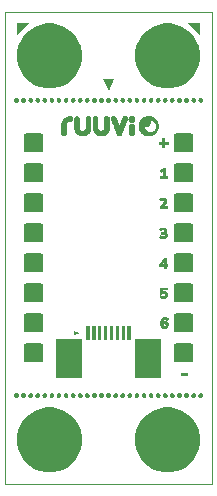
<source format=gts>
G04 #@! TF.GenerationSoftware,KiCad,Pcbnew,(5.1.5-0-10_14)*
G04 #@! TF.CreationDate,2020-02-15T13:43:34+07:00*
G04 #@! TF.ProjectId,connector-breakout-a1,636f6e6e-6563-4746-9f72-2d627265616b,rev?*
G04 #@! TF.SameCoordinates,Original*
G04 #@! TF.FileFunction,Soldermask,Top*
G04 #@! TF.FilePolarity,Negative*
%FSLAX46Y46*%
G04 Gerber Fmt 4.6, Leading zero omitted, Abs format (unit mm)*
G04 Created by KiCad (PCBNEW (5.1.5-0-10_14)) date 2020-02-15 13:43:34*
%MOMM*%
%LPD*%
G04 APERTURE LIST*
%ADD10C,0.010000*%
%ADD11C,0.100000*%
G04 APERTURE END LIST*
D10*
X100749999Y-110990000D02*
X83250001Y-110990000D01*
X83250001Y-110990000D02*
X83250000Y-70990000D01*
X100750001Y-70990000D02*
X100749999Y-110990000D01*
X83250000Y-70990000D02*
X100750000Y-70990000D01*
G36*
X98606890Y-101743818D02*
G01*
X98113111Y-101743818D01*
X98113111Y-101556182D01*
X98606890Y-101556182D01*
X98606890Y-101743818D01*
G37*
X98606890Y-101743818D02*
X98113111Y-101743818D01*
X98113111Y-101556182D01*
X98606890Y-101556182D01*
X98606890Y-101743818D01*
G36*
X96702024Y-81997977D02*
G01*
X97010589Y-81997977D01*
X97010589Y-82162024D01*
X96702024Y-82162024D01*
X96702024Y-82470589D01*
X96537977Y-82470589D01*
X96537977Y-82162024D01*
X96229412Y-82162024D01*
X96229412Y-81997977D01*
X96537977Y-81997977D01*
X96537977Y-81689412D01*
X96702024Y-81689412D01*
X96702024Y-81997977D01*
G37*
X96702024Y-81997977D02*
X97010589Y-81997977D01*
X97010589Y-82162024D01*
X96702024Y-82162024D01*
X96702024Y-82470589D01*
X96537977Y-82470589D01*
X96537977Y-82162024D01*
X96229412Y-82162024D01*
X96229412Y-81997977D01*
X96537977Y-81997977D01*
X96537977Y-81689412D01*
X96702024Y-81689412D01*
X96702024Y-81997977D01*
G36*
X96758518Y-84933338D02*
G01*
X96948425Y-84933338D01*
X96948425Y-85089332D01*
X96378705Y-85089332D01*
X96378705Y-84933338D01*
X96568612Y-84933338D01*
X96568612Y-84423371D01*
X96536396Y-84442243D01*
X96515361Y-84454661D01*
X96487724Y-84471104D01*
X96458497Y-84488588D01*
X96449920Y-84493739D01*
X96395661Y-84526361D01*
X96393744Y-84443365D01*
X96393139Y-84407928D01*
X96393438Y-84383585D01*
X96394912Y-84367884D01*
X96397833Y-84358369D01*
X96402472Y-84352586D01*
X96403918Y-84351447D01*
X96413362Y-84345362D01*
X96432520Y-84333689D01*
X96459367Y-84317638D01*
X96491880Y-84298417D01*
X96528033Y-84277237D01*
X96531744Y-84275074D01*
X96647479Y-84207624D01*
X96758518Y-84207624D01*
X96758518Y-84933338D01*
G37*
X96758518Y-84933338D02*
X96948425Y-84933338D01*
X96948425Y-85089332D01*
X96378705Y-85089332D01*
X96378705Y-84933338D01*
X96568612Y-84933338D01*
X96568612Y-84423371D01*
X96536396Y-84442243D01*
X96515361Y-84454661D01*
X96487724Y-84471104D01*
X96458497Y-84488588D01*
X96449920Y-84493739D01*
X96395661Y-84526361D01*
X96393744Y-84443365D01*
X96393139Y-84407928D01*
X96393438Y-84383585D01*
X96394912Y-84367884D01*
X96397833Y-84358369D01*
X96402472Y-84352586D01*
X96403918Y-84351447D01*
X96413362Y-84345362D01*
X96432520Y-84333689D01*
X96459367Y-84317638D01*
X96491880Y-84298417D01*
X96528033Y-84277237D01*
X96531744Y-84275074D01*
X96647479Y-84207624D01*
X96758518Y-84207624D01*
X96758518Y-84933338D01*
G36*
X96646644Y-86733557D02*
G01*
X96710829Y-86744021D01*
X96767190Y-86764094D01*
X96814971Y-86793429D01*
X96853413Y-86831679D01*
X96878564Y-86871723D01*
X96887272Y-86890709D01*
X96892803Y-86907487D01*
X96895835Y-86926076D01*
X96897049Y-86950498D01*
X96897145Y-86981615D01*
X96895903Y-87017353D01*
X96892050Y-87049784D01*
X96884741Y-87080370D01*
X96873126Y-87110577D01*
X96856358Y-87141866D01*
X96833590Y-87175703D01*
X96803973Y-87213550D01*
X96766661Y-87256871D01*
X96720806Y-87307131D01*
X96688976Y-87341081D01*
X96576918Y-87459773D01*
X96754194Y-87463164D01*
X96931469Y-87466555D01*
X96935305Y-87619159D01*
X96331229Y-87619159D01*
X96331229Y-87478091D01*
X96480986Y-87318285D01*
X96532749Y-87262848D01*
X96575888Y-87216029D01*
X96611210Y-87176700D01*
X96639521Y-87143729D01*
X96661629Y-87115986D01*
X96678339Y-87092340D01*
X96690459Y-87071661D01*
X96698795Y-87052818D01*
X96704155Y-87034680D01*
X96707344Y-87016117D01*
X96708979Y-86998771D01*
X96707415Y-86959164D01*
X96696087Y-86928417D01*
X96674538Y-86905524D01*
X96663565Y-86898668D01*
X96649174Y-86892271D01*
X96632882Y-86888752D01*
X96610845Y-86887653D01*
X96579216Y-86888513D01*
X96578786Y-86888533D01*
X96516204Y-86896627D01*
X96457024Y-86915736D01*
X96398010Y-86946917D01*
X96395395Y-86948565D01*
X96377735Y-86959249D01*
X96365435Y-86965718D01*
X96361815Y-86966702D01*
X96358544Y-86960036D01*
X96351053Y-86943571D01*
X96340532Y-86919950D01*
X96330723Y-86897656D01*
X96301391Y-86830652D01*
X96317985Y-86817215D01*
X96357029Y-86791826D01*
X96406241Y-86769620D01*
X96462390Y-86751653D01*
X96522247Y-86738981D01*
X96575394Y-86733049D01*
X96646644Y-86733557D01*
G37*
X96646644Y-86733557D02*
X96710829Y-86744021D01*
X96767190Y-86764094D01*
X96814971Y-86793429D01*
X96853413Y-86831679D01*
X96878564Y-86871723D01*
X96887272Y-86890709D01*
X96892803Y-86907487D01*
X96895835Y-86926076D01*
X96897049Y-86950498D01*
X96897145Y-86981615D01*
X96895903Y-87017353D01*
X96892050Y-87049784D01*
X96884741Y-87080370D01*
X96873126Y-87110577D01*
X96856358Y-87141866D01*
X96833590Y-87175703D01*
X96803973Y-87213550D01*
X96766661Y-87256871D01*
X96720806Y-87307131D01*
X96688976Y-87341081D01*
X96576918Y-87459773D01*
X96754194Y-87463164D01*
X96931469Y-87466555D01*
X96935305Y-87619159D01*
X96331229Y-87619159D01*
X96331229Y-87478091D01*
X96480986Y-87318285D01*
X96532749Y-87262848D01*
X96575888Y-87216029D01*
X96611210Y-87176700D01*
X96639521Y-87143729D01*
X96661629Y-87115986D01*
X96678339Y-87092340D01*
X96690459Y-87071661D01*
X96698795Y-87052818D01*
X96704155Y-87034680D01*
X96707344Y-87016117D01*
X96708979Y-86998771D01*
X96707415Y-86959164D01*
X96696087Y-86928417D01*
X96674538Y-86905524D01*
X96663565Y-86898668D01*
X96649174Y-86892271D01*
X96632882Y-86888752D01*
X96610845Y-86887653D01*
X96579216Y-86888513D01*
X96578786Y-86888533D01*
X96516204Y-86896627D01*
X96457024Y-86915736D01*
X96398010Y-86946917D01*
X96395395Y-86948565D01*
X96377735Y-86959249D01*
X96365435Y-86965718D01*
X96361815Y-86966702D01*
X96358544Y-86960036D01*
X96351053Y-86943571D01*
X96340532Y-86919950D01*
X96330723Y-86897656D01*
X96301391Y-86830652D01*
X96317985Y-86817215D01*
X96357029Y-86791826D01*
X96406241Y-86769620D01*
X96462390Y-86751653D01*
X96522247Y-86738981D01*
X96575394Y-86733049D01*
X96646644Y-86733557D01*
G36*
X96674376Y-89270863D02*
G01*
X96692071Y-89273756D01*
X96751869Y-89291084D01*
X96803186Y-89317663D01*
X96845040Y-89352837D01*
X96876448Y-89395951D01*
X96877031Y-89397015D01*
X96892040Y-89435894D01*
X96899977Y-89481446D01*
X96900442Y-89528534D01*
X96893036Y-89572023D01*
X96891106Y-89578270D01*
X96876109Y-89609428D01*
X96853030Y-89641606D01*
X96825744Y-89670149D01*
X96798127Y-89690404D01*
X96797429Y-89690784D01*
X96774012Y-89703395D01*
X96813470Y-89723112D01*
X96856541Y-89751692D01*
X96889395Y-89788918D01*
X96911584Y-89834025D01*
X96922659Y-89886249D01*
X96923896Y-89911470D01*
X96920160Y-89963676D01*
X96907788Y-90007790D01*
X96885622Y-90047034D01*
X96867071Y-90069658D01*
X96824826Y-90107595D01*
X96776083Y-90135194D01*
X96726896Y-90151840D01*
X96686335Y-90159538D01*
X96638233Y-90164453D01*
X96588388Y-90166276D01*
X96542597Y-90164697D01*
X96524054Y-90162682D01*
X96442115Y-90144726D01*
X96366445Y-90115045D01*
X96358358Y-90110981D01*
X96328125Y-90095433D01*
X96308474Y-90083719D01*
X96298279Y-90072824D01*
X96296415Y-90059729D01*
X96301755Y-90041418D01*
X96313174Y-90014875D01*
X96318232Y-90003459D01*
X96330675Y-89976111D01*
X96341659Y-89953628D01*
X96349777Y-89938799D01*
X96353092Y-89934403D01*
X96362358Y-89935324D01*
X96370655Y-89940697D01*
X96389420Y-89953591D01*
X96417027Y-89968218D01*
X96449250Y-89982675D01*
X96481862Y-89995057D01*
X96509197Y-90003126D01*
X96557723Y-90011083D01*
X96605183Y-90012477D01*
X96648772Y-90007640D01*
X96685688Y-89996901D01*
X96713127Y-89980589D01*
X96714964Y-89978927D01*
X96731774Y-89954581D01*
X96740584Y-89923396D01*
X96741447Y-89889446D01*
X96734419Y-89856804D01*
X96719556Y-89829544D01*
X96712846Y-89822335D01*
X96696895Y-89809804D01*
X96678591Y-89800793D01*
X96655487Y-89794786D01*
X96625135Y-89791267D01*
X96585090Y-89789718D01*
X96557426Y-89789519D01*
X96466876Y-89789519D01*
X96466876Y-89634856D01*
X96556743Y-89632319D01*
X96602121Y-89630297D01*
X96636276Y-89626651D01*
X96661522Y-89620626D01*
X96680173Y-89611469D01*
X96694542Y-89598425D01*
X96704928Y-89584023D01*
X96714591Y-89558748D01*
X96717548Y-89528068D01*
X96714116Y-89497011D01*
X96704607Y-89470606D01*
X96697170Y-89460170D01*
X96676294Y-89441303D01*
X96653865Y-89429892D01*
X96624011Y-89422985D01*
X96622871Y-89422806D01*
X96577611Y-89421209D01*
X96526968Y-89428591D01*
X96474731Y-89443936D01*
X96424686Y-89466228D01*
X96395324Y-89483830D01*
X96364506Y-89504629D01*
X96337369Y-89445613D01*
X96325372Y-89418455D01*
X96315771Y-89394712D01*
X96309942Y-89377889D01*
X96308861Y-89373065D01*
X96313976Y-89359943D01*
X96330532Y-89344649D01*
X96356794Y-89328239D01*
X96391028Y-89311765D01*
X96431499Y-89296283D01*
X96439747Y-89293541D01*
X96496613Y-89279015D01*
X96557861Y-89270143D01*
X96618709Y-89267301D01*
X96674376Y-89270863D01*
G37*
X96674376Y-89270863D02*
X96692071Y-89273756D01*
X96751869Y-89291084D01*
X96803186Y-89317663D01*
X96845040Y-89352837D01*
X96876448Y-89395951D01*
X96877031Y-89397015D01*
X96892040Y-89435894D01*
X96899977Y-89481446D01*
X96900442Y-89528534D01*
X96893036Y-89572023D01*
X96891106Y-89578270D01*
X96876109Y-89609428D01*
X96853030Y-89641606D01*
X96825744Y-89670149D01*
X96798127Y-89690404D01*
X96797429Y-89690784D01*
X96774012Y-89703395D01*
X96813470Y-89723112D01*
X96856541Y-89751692D01*
X96889395Y-89788918D01*
X96911584Y-89834025D01*
X96922659Y-89886249D01*
X96923896Y-89911470D01*
X96920160Y-89963676D01*
X96907788Y-90007790D01*
X96885622Y-90047034D01*
X96867071Y-90069658D01*
X96824826Y-90107595D01*
X96776083Y-90135194D01*
X96726896Y-90151840D01*
X96686335Y-90159538D01*
X96638233Y-90164453D01*
X96588388Y-90166276D01*
X96542597Y-90164697D01*
X96524054Y-90162682D01*
X96442115Y-90144726D01*
X96366445Y-90115045D01*
X96358358Y-90110981D01*
X96328125Y-90095433D01*
X96308474Y-90083719D01*
X96298279Y-90072824D01*
X96296415Y-90059729D01*
X96301755Y-90041418D01*
X96313174Y-90014875D01*
X96318232Y-90003459D01*
X96330675Y-89976111D01*
X96341659Y-89953628D01*
X96349777Y-89938799D01*
X96353092Y-89934403D01*
X96362358Y-89935324D01*
X96370655Y-89940697D01*
X96389420Y-89953591D01*
X96417027Y-89968218D01*
X96449250Y-89982675D01*
X96481862Y-89995057D01*
X96509197Y-90003126D01*
X96557723Y-90011083D01*
X96605183Y-90012477D01*
X96648772Y-90007640D01*
X96685688Y-89996901D01*
X96713127Y-89980589D01*
X96714964Y-89978927D01*
X96731774Y-89954581D01*
X96740584Y-89923396D01*
X96741447Y-89889446D01*
X96734419Y-89856804D01*
X96719556Y-89829544D01*
X96712846Y-89822335D01*
X96696895Y-89809804D01*
X96678591Y-89800793D01*
X96655487Y-89794786D01*
X96625135Y-89791267D01*
X96585090Y-89789718D01*
X96557426Y-89789519D01*
X96466876Y-89789519D01*
X96466876Y-89634856D01*
X96556743Y-89632319D01*
X96602121Y-89630297D01*
X96636276Y-89626651D01*
X96661522Y-89620626D01*
X96680173Y-89611469D01*
X96694542Y-89598425D01*
X96704928Y-89584023D01*
X96714591Y-89558748D01*
X96717548Y-89528068D01*
X96714116Y-89497011D01*
X96704607Y-89470606D01*
X96697170Y-89460170D01*
X96676294Y-89441303D01*
X96653865Y-89429892D01*
X96624011Y-89422985D01*
X96622871Y-89422806D01*
X96577611Y-89421209D01*
X96526968Y-89428591D01*
X96474731Y-89443936D01*
X96424686Y-89466228D01*
X96395324Y-89483830D01*
X96364506Y-89504629D01*
X96337369Y-89445613D01*
X96325372Y-89418455D01*
X96315771Y-89394712D01*
X96309942Y-89377889D01*
X96308861Y-89373065D01*
X96313976Y-89359943D01*
X96330532Y-89344649D01*
X96356794Y-89328239D01*
X96391028Y-89311765D01*
X96431499Y-89296283D01*
X96439747Y-89293541D01*
X96496613Y-89279015D01*
X96557861Y-89270143D01*
X96618709Y-89267301D01*
X96674376Y-89270863D01*
G36*
X96846689Y-92380387D02*
G01*
X96968772Y-92380387D01*
X96968772Y-92529071D01*
X96909426Y-92531031D01*
X96850081Y-92532991D01*
X96846259Y-92692377D01*
X96656783Y-92692377D01*
X96656783Y-92529599D01*
X96290535Y-92529599D01*
X96290650Y-92460080D01*
X96290766Y-92390561D01*
X96303746Y-92371909D01*
X96477937Y-92371909D01*
X96478705Y-92375434D01*
X96486984Y-92377889D01*
X96504355Y-92379429D01*
X96532396Y-92380208D01*
X96564820Y-92380387D01*
X96656783Y-92380387D01*
X96656783Y-92247000D01*
X96656666Y-92206362D01*
X96656339Y-92171000D01*
X96655840Y-92142905D01*
X96655206Y-92124066D01*
X96654474Y-92116474D01*
X96654346Y-92116440D01*
X96649631Y-92122978D01*
X96638593Y-92138731D01*
X96622587Y-92161733D01*
X96602972Y-92190019D01*
X96581105Y-92221623D01*
X96558342Y-92254578D01*
X96536043Y-92286920D01*
X96515563Y-92316684D01*
X96498260Y-92341902D01*
X96485491Y-92360611D01*
X96478615Y-92370843D01*
X96477937Y-92371909D01*
X96303746Y-92371909D01*
X96492426Y-92100800D01*
X96694086Y-91811040D01*
X96770388Y-91810854D01*
X96846689Y-91810668D01*
X96846689Y-92380387D01*
G37*
X96846689Y-92380387D02*
X96968772Y-92380387D01*
X96968772Y-92529071D01*
X96909426Y-92531031D01*
X96850081Y-92532991D01*
X96846259Y-92692377D01*
X96656783Y-92692377D01*
X96656783Y-92529599D01*
X96290535Y-92529599D01*
X96290650Y-92460080D01*
X96290766Y-92390561D01*
X96303746Y-92371909D01*
X96477937Y-92371909D01*
X96478705Y-92375434D01*
X96486984Y-92377889D01*
X96504355Y-92379429D01*
X96532396Y-92380208D01*
X96564820Y-92380387D01*
X96656783Y-92380387D01*
X96656783Y-92247000D01*
X96656666Y-92206362D01*
X96656339Y-92171000D01*
X96655840Y-92142905D01*
X96655206Y-92124066D01*
X96654474Y-92116474D01*
X96654346Y-92116440D01*
X96649631Y-92122978D01*
X96638593Y-92138731D01*
X96622587Y-92161733D01*
X96602972Y-92190019D01*
X96581105Y-92221623D01*
X96558342Y-92254578D01*
X96536043Y-92286920D01*
X96515563Y-92316684D01*
X96498260Y-92341902D01*
X96485491Y-92360611D01*
X96478615Y-92370843D01*
X96477937Y-92371909D01*
X96303746Y-92371909D01*
X96492426Y-92100800D01*
X96694086Y-91811040D01*
X96770388Y-91810854D01*
X96846689Y-91810668D01*
X96846689Y-92380387D01*
G36*
X96907731Y-94496489D02*
G01*
X96534700Y-94496489D01*
X96534700Y-94592007D01*
X96534971Y-94631250D01*
X96535879Y-94658484D01*
X96537568Y-94675258D01*
X96540179Y-94683120D01*
X96543178Y-94683974D01*
X96586090Y-94669249D01*
X96629913Y-94661563D01*
X96679964Y-94660064D01*
X96690464Y-94660403D01*
X96723834Y-94662296D01*
X96748505Y-94665534D01*
X96769341Y-94671199D01*
X96791205Y-94680369D01*
X96800460Y-94684834D01*
X96851006Y-94716912D01*
X96891960Y-94758354D01*
X96922828Y-94808462D01*
X96943115Y-94866539D01*
X96948450Y-94893708D01*
X96952039Y-94957387D01*
X96943113Y-95017175D01*
X96922428Y-95071993D01*
X96890740Y-95120761D01*
X96848806Y-95162398D01*
X96797380Y-95195824D01*
X96737220Y-95219960D01*
X96716198Y-95225556D01*
X96678818Y-95231507D01*
X96633429Y-95234439D01*
X96585251Y-95234348D01*
X96539502Y-95231231D01*
X96504179Y-95225716D01*
X96462378Y-95214637D01*
X96422583Y-95200691D01*
X96386810Y-95184936D01*
X96357073Y-95168434D01*
X96335390Y-95152246D01*
X96323776Y-95137432D01*
X96322426Y-95130080D01*
X96325772Y-95118140D01*
X96333600Y-95097489D01*
X96344529Y-95071651D01*
X96350830Y-95057657D01*
X96377863Y-94998867D01*
X96416874Y-95022358D01*
X96480250Y-95054103D01*
X96544583Y-95074016D01*
X96608108Y-95081673D01*
X96653781Y-95079170D01*
X96696192Y-95068724D01*
X96728062Y-95050012D01*
X96749844Y-95022498D01*
X96761990Y-94985647D01*
X96765078Y-94947517D01*
X96761827Y-94906052D01*
X96751111Y-94874154D01*
X96731482Y-94849236D01*
X96701492Y-94828708D01*
X96697477Y-94826596D01*
X96676094Y-94816470D01*
X96658084Y-94811044D01*
X96637859Y-94809276D01*
X96609833Y-94810123D01*
X96609306Y-94810151D01*
X96576388Y-94814370D01*
X96541812Y-94822819D01*
X96509377Y-94834169D01*
X96482879Y-94847093D01*
X96466144Y-94860228D01*
X96456007Y-94865493D01*
X96435346Y-94868521D01*
X96402722Y-94869519D01*
X96344794Y-94869519D01*
X96344794Y-94347276D01*
X96907731Y-94347276D01*
X96907731Y-94496489D01*
G37*
X96907731Y-94496489D02*
X96534700Y-94496489D01*
X96534700Y-94592007D01*
X96534971Y-94631250D01*
X96535879Y-94658484D01*
X96537568Y-94675258D01*
X96540179Y-94683120D01*
X96543178Y-94683974D01*
X96586090Y-94669249D01*
X96629913Y-94661563D01*
X96679964Y-94660064D01*
X96690464Y-94660403D01*
X96723834Y-94662296D01*
X96748505Y-94665534D01*
X96769341Y-94671199D01*
X96791205Y-94680369D01*
X96800460Y-94684834D01*
X96851006Y-94716912D01*
X96891960Y-94758354D01*
X96922828Y-94808462D01*
X96943115Y-94866539D01*
X96948450Y-94893708D01*
X96952039Y-94957387D01*
X96943113Y-95017175D01*
X96922428Y-95071993D01*
X96890740Y-95120761D01*
X96848806Y-95162398D01*
X96797380Y-95195824D01*
X96737220Y-95219960D01*
X96716198Y-95225556D01*
X96678818Y-95231507D01*
X96633429Y-95234439D01*
X96585251Y-95234348D01*
X96539502Y-95231231D01*
X96504179Y-95225716D01*
X96462378Y-95214637D01*
X96422583Y-95200691D01*
X96386810Y-95184936D01*
X96357073Y-95168434D01*
X96335390Y-95152246D01*
X96323776Y-95137432D01*
X96322426Y-95130080D01*
X96325772Y-95118140D01*
X96333600Y-95097489D01*
X96344529Y-95071651D01*
X96350830Y-95057657D01*
X96377863Y-94998867D01*
X96416874Y-95022358D01*
X96480250Y-95054103D01*
X96544583Y-95074016D01*
X96608108Y-95081673D01*
X96653781Y-95079170D01*
X96696192Y-95068724D01*
X96728062Y-95050012D01*
X96749844Y-95022498D01*
X96761990Y-94985647D01*
X96765078Y-94947517D01*
X96761827Y-94906052D01*
X96751111Y-94874154D01*
X96731482Y-94849236D01*
X96701492Y-94828708D01*
X96697477Y-94826596D01*
X96676094Y-94816470D01*
X96658084Y-94811044D01*
X96637859Y-94809276D01*
X96609833Y-94810123D01*
X96609306Y-94810151D01*
X96576388Y-94814370D01*
X96541812Y-94822819D01*
X96509377Y-94834169D01*
X96482879Y-94847093D01*
X96466144Y-94860228D01*
X96456007Y-94865493D01*
X96435346Y-94868521D01*
X96402722Y-94869519D01*
X96344794Y-94869519D01*
X96344794Y-94347276D01*
X96907731Y-94347276D01*
X96907731Y-94496489D01*
G36*
X96757288Y-96872552D02*
G01*
X96819791Y-96880653D01*
X96879726Y-96895358D01*
X96934041Y-96915635D01*
X96979682Y-96940450D01*
X96998072Y-96954049D01*
X97017197Y-96969931D01*
X96988765Y-97033730D01*
X96976461Y-97060866D01*
X96965893Y-97083307D01*
X96958436Y-97098180D01*
X96955823Y-97102529D01*
X96948096Y-97102063D01*
X96933686Y-97095160D01*
X96925603Y-97090056D01*
X96905916Y-97078028D01*
X96879726Y-97063755D01*
X96854639Y-97051263D01*
X96831450Y-97040985D01*
X96811977Y-97034639D01*
X96791413Y-97031288D01*
X96764953Y-97029998D01*
X96744512Y-97029824D01*
X96713419Y-97030091D01*
X96692043Y-97031543D01*
X96676541Y-97034955D01*
X96663071Y-97041101D01*
X96650892Y-97048694D01*
X96617242Y-97078881D01*
X96590313Y-97120067D01*
X96570622Y-97171189D01*
X96558686Y-97231184D01*
X96557628Y-97240574D01*
X96553234Y-97283457D01*
X96584022Y-97253957D01*
X96621484Y-97224862D01*
X96663854Y-97205597D01*
X96713464Y-97195332D01*
X96755127Y-97193048D01*
X96787379Y-97193476D01*
X96811037Y-97195784D01*
X96831033Y-97200847D01*
X96852301Y-97209542D01*
X96854951Y-97210767D01*
X96905894Y-97241678D01*
X96948134Y-97282136D01*
X96980818Y-97330630D01*
X97003097Y-97385647D01*
X97014120Y-97445675D01*
X97014407Y-97494299D01*
X97003893Y-97558967D01*
X96982165Y-97617080D01*
X96949895Y-97667685D01*
X96907758Y-97709828D01*
X96856425Y-97742556D01*
X96831220Y-97753682D01*
X96798775Y-97762491D01*
X96757744Y-97768121D01*
X96712769Y-97770388D01*
X96668494Y-97769107D01*
X96629563Y-97764095D01*
X96620389Y-97762033D01*
X96559217Y-97739890D01*
X96505081Y-97706481D01*
X96458591Y-97662485D01*
X96420356Y-97608584D01*
X96390987Y-97545457D01*
X96373947Y-97487278D01*
X96370861Y-97468226D01*
X96577105Y-97468226D01*
X96578568Y-97508216D01*
X96589316Y-97545315D01*
X96607845Y-97576950D01*
X96632652Y-97600548D01*
X96661994Y-97613486D01*
X96678088Y-97617290D01*
X96687304Y-97619831D01*
X96704543Y-97622355D01*
X96727512Y-97619148D01*
X96740994Y-97615714D01*
X96778790Y-97599064D01*
X96806916Y-97573067D01*
X96825011Y-97538240D01*
X96832713Y-97495102D01*
X96832976Y-97483680D01*
X96827342Y-97437844D01*
X96811119Y-97399286D01*
X96786090Y-97370238D01*
X96765937Y-97355831D01*
X96745307Y-97347880D01*
X96719734Y-97345263D01*
X96691111Y-97346370D01*
X96650343Y-97354823D01*
X96618360Y-97373593D01*
X96595250Y-97402583D01*
X96581102Y-97441702D01*
X96577105Y-97468226D01*
X96370861Y-97468226D01*
X96367423Y-97447008D01*
X96363441Y-97398018D01*
X96361956Y-97344163D01*
X96362923Y-97289300D01*
X96366297Y-97237283D01*
X96372035Y-97191969D01*
X96377685Y-97165354D01*
X96403316Y-97090622D01*
X96437059Y-97026336D01*
X96478547Y-96972779D01*
X96527410Y-96930235D01*
X96583282Y-96898989D01*
X96645793Y-96879323D01*
X96714576Y-96871522D01*
X96757288Y-96872552D01*
G37*
X96757288Y-96872552D02*
X96819791Y-96880653D01*
X96879726Y-96895358D01*
X96934041Y-96915635D01*
X96979682Y-96940450D01*
X96998072Y-96954049D01*
X97017197Y-96969931D01*
X96988765Y-97033730D01*
X96976461Y-97060866D01*
X96965893Y-97083307D01*
X96958436Y-97098180D01*
X96955823Y-97102529D01*
X96948096Y-97102063D01*
X96933686Y-97095160D01*
X96925603Y-97090056D01*
X96905916Y-97078028D01*
X96879726Y-97063755D01*
X96854639Y-97051263D01*
X96831450Y-97040985D01*
X96811977Y-97034639D01*
X96791413Y-97031288D01*
X96764953Y-97029998D01*
X96744512Y-97029824D01*
X96713419Y-97030091D01*
X96692043Y-97031543D01*
X96676541Y-97034955D01*
X96663071Y-97041101D01*
X96650892Y-97048694D01*
X96617242Y-97078881D01*
X96590313Y-97120067D01*
X96570622Y-97171189D01*
X96558686Y-97231184D01*
X96557628Y-97240574D01*
X96553234Y-97283457D01*
X96584022Y-97253957D01*
X96621484Y-97224862D01*
X96663854Y-97205597D01*
X96713464Y-97195332D01*
X96755127Y-97193048D01*
X96787379Y-97193476D01*
X96811037Y-97195784D01*
X96831033Y-97200847D01*
X96852301Y-97209542D01*
X96854951Y-97210767D01*
X96905894Y-97241678D01*
X96948134Y-97282136D01*
X96980818Y-97330630D01*
X97003097Y-97385647D01*
X97014120Y-97445675D01*
X97014407Y-97494299D01*
X97003893Y-97558967D01*
X96982165Y-97617080D01*
X96949895Y-97667685D01*
X96907758Y-97709828D01*
X96856425Y-97742556D01*
X96831220Y-97753682D01*
X96798775Y-97762491D01*
X96757744Y-97768121D01*
X96712769Y-97770388D01*
X96668494Y-97769107D01*
X96629563Y-97764095D01*
X96620389Y-97762033D01*
X96559217Y-97739890D01*
X96505081Y-97706481D01*
X96458591Y-97662485D01*
X96420356Y-97608584D01*
X96390987Y-97545457D01*
X96373947Y-97487278D01*
X96370861Y-97468226D01*
X96577105Y-97468226D01*
X96578568Y-97508216D01*
X96589316Y-97545315D01*
X96607845Y-97576950D01*
X96632652Y-97600548D01*
X96661994Y-97613486D01*
X96678088Y-97617290D01*
X96687304Y-97619831D01*
X96704543Y-97622355D01*
X96727512Y-97619148D01*
X96740994Y-97615714D01*
X96778790Y-97599064D01*
X96806916Y-97573067D01*
X96825011Y-97538240D01*
X96832713Y-97495102D01*
X96832976Y-97483680D01*
X96827342Y-97437844D01*
X96811119Y-97399286D01*
X96786090Y-97370238D01*
X96765937Y-97355831D01*
X96745307Y-97347880D01*
X96719734Y-97345263D01*
X96691111Y-97346370D01*
X96650343Y-97354823D01*
X96618360Y-97373593D01*
X96595250Y-97402583D01*
X96581102Y-97441702D01*
X96577105Y-97468226D01*
X96370861Y-97468226D01*
X96367423Y-97447008D01*
X96363441Y-97398018D01*
X96361956Y-97344163D01*
X96362923Y-97289300D01*
X96366297Y-97237283D01*
X96372035Y-97191969D01*
X96377685Y-97165354D01*
X96403316Y-97090622D01*
X96437059Y-97026336D01*
X96478547Y-96972779D01*
X96527410Y-96930235D01*
X96583282Y-96898989D01*
X96645793Y-96879323D01*
X96714576Y-96871522D01*
X96757288Y-96872552D01*
G36*
X93951849Y-79830792D02*
G01*
X93993834Y-79838126D01*
X94035112Y-79852892D01*
X94047743Y-79859082D01*
X94071017Y-79874138D01*
X94095078Y-79894626D01*
X94117792Y-79918354D01*
X94137025Y-79943128D01*
X94148874Y-79963030D01*
X94165301Y-80004592D01*
X94174074Y-80046757D01*
X94175525Y-80088716D01*
X94169984Y-80129660D01*
X94157783Y-80168779D01*
X94139254Y-80205265D01*
X94114728Y-80238308D01*
X94084535Y-80267099D01*
X94049007Y-80290828D01*
X94008476Y-80308686D01*
X94007202Y-80309117D01*
X93972378Y-80317828D01*
X93935633Y-80321779D01*
X93900038Y-80320774D01*
X93878864Y-80317346D01*
X93836893Y-80303766D01*
X93798402Y-80283316D01*
X93764164Y-80256775D01*
X93734949Y-80224921D01*
X93711526Y-80188533D01*
X93694667Y-80148388D01*
X93688470Y-80124984D01*
X93683230Y-80084037D01*
X93685340Y-80044090D01*
X93694959Y-80004014D01*
X93711282Y-79964626D01*
X93733843Y-79927578D01*
X93761790Y-79896052D01*
X93794252Y-79870319D01*
X93830360Y-79850654D01*
X93869242Y-79837329D01*
X93910029Y-79830618D01*
X93951849Y-79830792D01*
G37*
X93951849Y-79830792D02*
X93993834Y-79838126D01*
X94035112Y-79852892D01*
X94047743Y-79859082D01*
X94071017Y-79874138D01*
X94095078Y-79894626D01*
X94117792Y-79918354D01*
X94137025Y-79943128D01*
X94148874Y-79963030D01*
X94165301Y-80004592D01*
X94174074Y-80046757D01*
X94175525Y-80088716D01*
X94169984Y-80129660D01*
X94157783Y-80168779D01*
X94139254Y-80205265D01*
X94114728Y-80238308D01*
X94084535Y-80267099D01*
X94049007Y-80290828D01*
X94008476Y-80308686D01*
X94007202Y-80309117D01*
X93972378Y-80317828D01*
X93935633Y-80321779D01*
X93900038Y-80320774D01*
X93878864Y-80317346D01*
X93836893Y-80303766D01*
X93798402Y-80283316D01*
X93764164Y-80256775D01*
X93734949Y-80224921D01*
X93711526Y-80188533D01*
X93694667Y-80148388D01*
X93688470Y-80124984D01*
X93683230Y-80084037D01*
X93685340Y-80044090D01*
X93694959Y-80004014D01*
X93711282Y-79964626D01*
X93733843Y-79927578D01*
X93761790Y-79896052D01*
X93794252Y-79870319D01*
X93830360Y-79850654D01*
X93869242Y-79837329D01*
X93910029Y-79830618D01*
X93951849Y-79830792D01*
G36*
X93370911Y-79835723D02*
G01*
X93407495Y-79841733D01*
X93441607Y-79853335D01*
X93462657Y-79864530D01*
X93495585Y-79889436D01*
X93521706Y-79918081D01*
X93540730Y-79949981D01*
X93552367Y-79984650D01*
X93556325Y-80021227D01*
X93555990Y-80035280D01*
X93554566Y-80047951D01*
X93551557Y-80061391D01*
X93546464Y-80077748D01*
X93538790Y-80099174D01*
X93537422Y-80102858D01*
X93531199Y-80119340D01*
X93522198Y-80142838D01*
X93510644Y-80172775D01*
X93496766Y-80208573D01*
X93480790Y-80249655D01*
X93462943Y-80295445D01*
X93443451Y-80345365D01*
X93422542Y-80398837D01*
X93400443Y-80455286D01*
X93377380Y-80514134D01*
X93353580Y-80574803D01*
X93329270Y-80636718D01*
X93304678Y-80699300D01*
X93280029Y-80761972D01*
X93255551Y-80824158D01*
X93231471Y-80885280D01*
X93208015Y-80944762D01*
X93185411Y-81002026D01*
X93163885Y-81056495D01*
X93143664Y-81107592D01*
X93124975Y-81154740D01*
X93108046Y-81197362D01*
X93093102Y-81234881D01*
X93080370Y-81266719D01*
X93070079Y-81292300D01*
X93062454Y-81311047D01*
X93061811Y-81312610D01*
X93045590Y-81349499D01*
X93029899Y-81379437D01*
X93013880Y-81403518D01*
X92996678Y-81422840D01*
X92977434Y-81438498D01*
X92955291Y-81451586D01*
X92951677Y-81453391D01*
X92930728Y-81460628D01*
X92904990Y-81465045D01*
X92877386Y-81466497D01*
X92850842Y-81464843D01*
X92828281Y-81459941D01*
X92826919Y-81459469D01*
X92792259Y-81443363D01*
X92761178Y-81421515D01*
X92735332Y-81395209D01*
X92724200Y-81379708D01*
X92721210Y-81374062D01*
X92716422Y-81363693D01*
X92709765Y-81348428D01*
X92701172Y-81328094D01*
X92690574Y-81302518D01*
X92677901Y-81271528D01*
X92663085Y-81234951D01*
X92646057Y-81192615D01*
X92626747Y-81144346D01*
X92605087Y-81089973D01*
X92581008Y-81029322D01*
X92554441Y-80962221D01*
X92525317Y-80888498D01*
X92493567Y-80807979D01*
X92459122Y-80720493D01*
X92421913Y-80625866D01*
X92381872Y-80523925D01*
X92350428Y-80443812D01*
X92325330Y-80379856D01*
X92303040Y-80323038D01*
X92283402Y-80272889D01*
X92266257Y-80228939D01*
X92251446Y-80190719D01*
X92238813Y-80157759D01*
X92228197Y-80129590D01*
X92219442Y-80105742D01*
X92212389Y-80085746D01*
X92206881Y-80069133D01*
X92202758Y-80055432D01*
X92199863Y-80044175D01*
X92198038Y-80034892D01*
X92197124Y-80027113D01*
X92196963Y-80020369D01*
X92197398Y-80014191D01*
X92198269Y-80008109D01*
X92199420Y-80001653D01*
X92200135Y-79997653D01*
X92210458Y-79960987D01*
X92227540Y-79927860D01*
X92250532Y-79898846D01*
X92278585Y-79874522D01*
X92310847Y-79855462D01*
X92346471Y-79842241D01*
X92384605Y-79835436D01*
X92424401Y-79835621D01*
X92437103Y-79837213D01*
X92470814Y-79845020D01*
X92499341Y-79857656D01*
X92524706Y-79876111D01*
X92533364Y-79884280D01*
X92540348Y-79891593D01*
X92546878Y-79899347D01*
X92553268Y-79908210D01*
X92559832Y-79918851D01*
X92566882Y-79931937D01*
X92574733Y-79948135D01*
X92583697Y-79968115D01*
X92594088Y-79992544D01*
X92606219Y-80022090D01*
X92620404Y-80057421D01*
X92636957Y-80099205D01*
X92651258Y-80135549D01*
X92676050Y-80198594D01*
X92700222Y-80259920D01*
X92723599Y-80319086D01*
X92746001Y-80375647D01*
X92767251Y-80429160D01*
X92787171Y-80479181D01*
X92805584Y-80525266D01*
X92822313Y-80566973D01*
X92837179Y-80603858D01*
X92850004Y-80635477D01*
X92860613Y-80661386D01*
X92868825Y-80681142D01*
X92874465Y-80694302D01*
X92877354Y-80700421D01*
X92877640Y-80700810D01*
X92879805Y-80697603D01*
X92884570Y-80687615D01*
X92891584Y-80671676D01*
X92900494Y-80650618D01*
X92910950Y-80625274D01*
X92922598Y-80596473D01*
X92935058Y-80565124D01*
X92961829Y-80497263D01*
X92987970Y-80431123D01*
X93013308Y-80367138D01*
X93037667Y-80305742D01*
X93060875Y-80247370D01*
X93082757Y-80192458D01*
X93103138Y-80141440D01*
X93121846Y-80094750D01*
X93138705Y-80052823D01*
X93153543Y-80016094D01*
X93166183Y-79984999D01*
X93176454Y-79959971D01*
X93184180Y-79941445D01*
X93189188Y-79929856D01*
X93190675Y-79926686D01*
X93205363Y-79904103D01*
X93225349Y-79882135D01*
X93248005Y-79863367D01*
X93266141Y-79852464D01*
X93298253Y-79840967D01*
X93333837Y-79835427D01*
X93370911Y-79835723D01*
G37*
X93370911Y-79835723D02*
X93407495Y-79841733D01*
X93441607Y-79853335D01*
X93462657Y-79864530D01*
X93495585Y-79889436D01*
X93521706Y-79918081D01*
X93540730Y-79949981D01*
X93552367Y-79984650D01*
X93556325Y-80021227D01*
X93555990Y-80035280D01*
X93554566Y-80047951D01*
X93551557Y-80061391D01*
X93546464Y-80077748D01*
X93538790Y-80099174D01*
X93537422Y-80102858D01*
X93531199Y-80119340D01*
X93522198Y-80142838D01*
X93510644Y-80172775D01*
X93496766Y-80208573D01*
X93480790Y-80249655D01*
X93462943Y-80295445D01*
X93443451Y-80345365D01*
X93422542Y-80398837D01*
X93400443Y-80455286D01*
X93377380Y-80514134D01*
X93353580Y-80574803D01*
X93329270Y-80636718D01*
X93304678Y-80699300D01*
X93280029Y-80761972D01*
X93255551Y-80824158D01*
X93231471Y-80885280D01*
X93208015Y-80944762D01*
X93185411Y-81002026D01*
X93163885Y-81056495D01*
X93143664Y-81107592D01*
X93124975Y-81154740D01*
X93108046Y-81197362D01*
X93093102Y-81234881D01*
X93080370Y-81266719D01*
X93070079Y-81292300D01*
X93062454Y-81311047D01*
X93061811Y-81312610D01*
X93045590Y-81349499D01*
X93029899Y-81379437D01*
X93013880Y-81403518D01*
X92996678Y-81422840D01*
X92977434Y-81438498D01*
X92955291Y-81451586D01*
X92951677Y-81453391D01*
X92930728Y-81460628D01*
X92904990Y-81465045D01*
X92877386Y-81466497D01*
X92850842Y-81464843D01*
X92828281Y-81459941D01*
X92826919Y-81459469D01*
X92792259Y-81443363D01*
X92761178Y-81421515D01*
X92735332Y-81395209D01*
X92724200Y-81379708D01*
X92721210Y-81374062D01*
X92716422Y-81363693D01*
X92709765Y-81348428D01*
X92701172Y-81328094D01*
X92690574Y-81302518D01*
X92677901Y-81271528D01*
X92663085Y-81234951D01*
X92646057Y-81192615D01*
X92626747Y-81144346D01*
X92605087Y-81089973D01*
X92581008Y-81029322D01*
X92554441Y-80962221D01*
X92525317Y-80888498D01*
X92493567Y-80807979D01*
X92459122Y-80720493D01*
X92421913Y-80625866D01*
X92381872Y-80523925D01*
X92350428Y-80443812D01*
X92325330Y-80379856D01*
X92303040Y-80323038D01*
X92283402Y-80272889D01*
X92266257Y-80228939D01*
X92251446Y-80190719D01*
X92238813Y-80157759D01*
X92228197Y-80129590D01*
X92219442Y-80105742D01*
X92212389Y-80085746D01*
X92206881Y-80069133D01*
X92202758Y-80055432D01*
X92199863Y-80044175D01*
X92198038Y-80034892D01*
X92197124Y-80027113D01*
X92196963Y-80020369D01*
X92197398Y-80014191D01*
X92198269Y-80008109D01*
X92199420Y-80001653D01*
X92200135Y-79997653D01*
X92210458Y-79960987D01*
X92227540Y-79927860D01*
X92250532Y-79898846D01*
X92278585Y-79874522D01*
X92310847Y-79855462D01*
X92346471Y-79842241D01*
X92384605Y-79835436D01*
X92424401Y-79835621D01*
X92437103Y-79837213D01*
X92470814Y-79845020D01*
X92499341Y-79857656D01*
X92524706Y-79876111D01*
X92533364Y-79884280D01*
X92540348Y-79891593D01*
X92546878Y-79899347D01*
X92553268Y-79908210D01*
X92559832Y-79918851D01*
X92566882Y-79931937D01*
X92574733Y-79948135D01*
X92583697Y-79968115D01*
X92594088Y-79992544D01*
X92606219Y-80022090D01*
X92620404Y-80057421D01*
X92636957Y-80099205D01*
X92651258Y-80135549D01*
X92676050Y-80198594D01*
X92700222Y-80259920D01*
X92723599Y-80319086D01*
X92746001Y-80375647D01*
X92767251Y-80429160D01*
X92787171Y-80479181D01*
X92805584Y-80525266D01*
X92822313Y-80566973D01*
X92837179Y-80603858D01*
X92850004Y-80635477D01*
X92860613Y-80661386D01*
X92868825Y-80681142D01*
X92874465Y-80694302D01*
X92877354Y-80700421D01*
X92877640Y-80700810D01*
X92879805Y-80697603D01*
X92884570Y-80687615D01*
X92891584Y-80671676D01*
X92900494Y-80650618D01*
X92910950Y-80625274D01*
X92922598Y-80596473D01*
X92935058Y-80565124D01*
X92961829Y-80497263D01*
X92987970Y-80431123D01*
X93013308Y-80367138D01*
X93037667Y-80305742D01*
X93060875Y-80247370D01*
X93082757Y-80192458D01*
X93103138Y-80141440D01*
X93121846Y-80094750D01*
X93138705Y-80052823D01*
X93153543Y-80016094D01*
X93166183Y-79984999D01*
X93176454Y-79959971D01*
X93184180Y-79941445D01*
X93189188Y-79929856D01*
X93190675Y-79926686D01*
X93205363Y-79904103D01*
X93225349Y-79882135D01*
X93248005Y-79863367D01*
X93266141Y-79852464D01*
X93298253Y-79840967D01*
X93333837Y-79835427D01*
X93370911Y-79835723D01*
G36*
X93951823Y-80488307D02*
G01*
X93991750Y-80493189D01*
X94025302Y-80501997D01*
X94053465Y-80515117D01*
X94077223Y-80532937D01*
X94084870Y-80540559D01*
X94096061Y-80554084D01*
X94105892Y-80568629D01*
X94110762Y-80577859D01*
X94114022Y-80585603D01*
X94116878Y-80593023D01*
X94119357Y-80600687D01*
X94121487Y-80609166D01*
X94123293Y-80619027D01*
X94124802Y-80630839D01*
X94126042Y-80645171D01*
X94127037Y-80662591D01*
X94127816Y-80683668D01*
X94128405Y-80708972D01*
X94128830Y-80739069D01*
X94129117Y-80774530D01*
X94129295Y-80815923D01*
X94129389Y-80863816D01*
X94129425Y-80918778D01*
X94129431Y-80976636D01*
X94129423Y-81036813D01*
X94129389Y-81089391D01*
X94129318Y-81134937D01*
X94129198Y-81174016D01*
X94129017Y-81207196D01*
X94128763Y-81235043D01*
X94128424Y-81258125D01*
X94127987Y-81277007D01*
X94127441Y-81292256D01*
X94126775Y-81304439D01*
X94125975Y-81314123D01*
X94125030Y-81321874D01*
X94123928Y-81328259D01*
X94122657Y-81333844D01*
X94121801Y-81337074D01*
X94108032Y-81372310D01*
X94087612Y-81403546D01*
X94061351Y-81429785D01*
X94030058Y-81450033D01*
X94029987Y-81450069D01*
X94004374Y-81459815D01*
X93973753Y-81466486D01*
X93940777Y-81469828D01*
X93908102Y-81469586D01*
X93878381Y-81465506D01*
X93875668Y-81464875D01*
X93839091Y-81452294D01*
X93807319Y-81433754D01*
X93780954Y-81409845D01*
X93760599Y-81381156D01*
X93746857Y-81348276D01*
X93743732Y-81335935D01*
X93742809Y-81329090D01*
X93742021Y-81317595D01*
X93741364Y-81301087D01*
X93740834Y-81279200D01*
X93740427Y-81251570D01*
X93740142Y-81217833D01*
X93739973Y-81177624D01*
X93739918Y-81130578D01*
X93739973Y-81076331D01*
X93740135Y-81014518D01*
X93740295Y-80970512D01*
X93740538Y-80909676D01*
X93740765Y-80856457D01*
X93740992Y-80810303D01*
X93741234Y-80770665D01*
X93741507Y-80736994D01*
X93741825Y-80708739D01*
X93742206Y-80685350D01*
X93742662Y-80666277D01*
X93743212Y-80650971D01*
X93743868Y-80638882D01*
X93744648Y-80629458D01*
X93745567Y-80622152D01*
X93746640Y-80616412D01*
X93747882Y-80611689D01*
X93749309Y-80607433D01*
X93750578Y-80604035D01*
X93756987Y-80588241D01*
X93763392Y-80575868D01*
X93771426Y-80564501D01*
X93782721Y-80551729D01*
X93793404Y-80540697D01*
X93821341Y-80518077D01*
X93854232Y-80501523D01*
X93891287Y-80491295D01*
X93931715Y-80487656D01*
X93951823Y-80488307D01*
G37*
X93951823Y-80488307D02*
X93991750Y-80493189D01*
X94025302Y-80501997D01*
X94053465Y-80515117D01*
X94077223Y-80532937D01*
X94084870Y-80540559D01*
X94096061Y-80554084D01*
X94105892Y-80568629D01*
X94110762Y-80577859D01*
X94114022Y-80585603D01*
X94116878Y-80593023D01*
X94119357Y-80600687D01*
X94121487Y-80609166D01*
X94123293Y-80619027D01*
X94124802Y-80630839D01*
X94126042Y-80645171D01*
X94127037Y-80662591D01*
X94127816Y-80683668D01*
X94128405Y-80708972D01*
X94128830Y-80739069D01*
X94129117Y-80774530D01*
X94129295Y-80815923D01*
X94129389Y-80863816D01*
X94129425Y-80918778D01*
X94129431Y-80976636D01*
X94129423Y-81036813D01*
X94129389Y-81089391D01*
X94129318Y-81134937D01*
X94129198Y-81174016D01*
X94129017Y-81207196D01*
X94128763Y-81235043D01*
X94128424Y-81258125D01*
X94127987Y-81277007D01*
X94127441Y-81292256D01*
X94126775Y-81304439D01*
X94125975Y-81314123D01*
X94125030Y-81321874D01*
X94123928Y-81328259D01*
X94122657Y-81333844D01*
X94121801Y-81337074D01*
X94108032Y-81372310D01*
X94087612Y-81403546D01*
X94061351Y-81429785D01*
X94030058Y-81450033D01*
X94029987Y-81450069D01*
X94004374Y-81459815D01*
X93973753Y-81466486D01*
X93940777Y-81469828D01*
X93908102Y-81469586D01*
X93878381Y-81465506D01*
X93875668Y-81464875D01*
X93839091Y-81452294D01*
X93807319Y-81433754D01*
X93780954Y-81409845D01*
X93760599Y-81381156D01*
X93746857Y-81348276D01*
X93743732Y-81335935D01*
X93742809Y-81329090D01*
X93742021Y-81317595D01*
X93741364Y-81301087D01*
X93740834Y-81279200D01*
X93740427Y-81251570D01*
X93740142Y-81217833D01*
X93739973Y-81177624D01*
X93739918Y-81130578D01*
X93739973Y-81076331D01*
X93740135Y-81014518D01*
X93740295Y-80970512D01*
X93740538Y-80909676D01*
X93740765Y-80856457D01*
X93740992Y-80810303D01*
X93741234Y-80770665D01*
X93741507Y-80736994D01*
X93741825Y-80708739D01*
X93742206Y-80685350D01*
X93742662Y-80666277D01*
X93743212Y-80650971D01*
X93743868Y-80638882D01*
X93744648Y-80629458D01*
X93745567Y-80622152D01*
X93746640Y-80616412D01*
X93747882Y-80611689D01*
X93749309Y-80607433D01*
X93750578Y-80604035D01*
X93756987Y-80588241D01*
X93763392Y-80575868D01*
X93771426Y-80564501D01*
X93782721Y-80551729D01*
X93793404Y-80540697D01*
X93821341Y-80518077D01*
X93854232Y-80501523D01*
X93891287Y-80491295D01*
X93931715Y-80487656D01*
X93951823Y-80488307D01*
G36*
X91869521Y-79841552D02*
G01*
X91906402Y-79850598D01*
X91940602Y-79866463D01*
X91970917Y-79888296D01*
X91996144Y-79915250D01*
X92013540Y-79943253D01*
X92026715Y-79970013D01*
X92027870Y-80364106D01*
X92028066Y-80441504D01*
X92028169Y-80511217D01*
X92028162Y-80573726D01*
X92028029Y-80629511D01*
X92027757Y-80679054D01*
X92027328Y-80722834D01*
X92026728Y-80761333D01*
X92025942Y-80795032D01*
X92024953Y-80824410D01*
X92023747Y-80849949D01*
X92022308Y-80872129D01*
X92020621Y-80891431D01*
X92018671Y-80908335D01*
X92016441Y-80923323D01*
X92013916Y-80936875D01*
X92011082Y-80949471D01*
X92008829Y-80958263D01*
X91993647Y-81009808D01*
X91977050Y-81055505D01*
X91958041Y-81097660D01*
X91935619Y-81138582D01*
X91919497Y-81164451D01*
X91876921Y-81222876D01*
X91828682Y-81276134D01*
X91775426Y-81323780D01*
X91717800Y-81365369D01*
X91656448Y-81400458D01*
X91592018Y-81428600D01*
X91525155Y-81449353D01*
X91495932Y-81455871D01*
X91439792Y-81464562D01*
X91380605Y-81469428D01*
X91321284Y-81470369D01*
X91264746Y-81467287D01*
X91240748Y-81464528D01*
X91167937Y-81451042D01*
X91099735Y-81430992D01*
X91035592Y-81404104D01*
X90974959Y-81370105D01*
X90917283Y-81328721D01*
X90862016Y-81279678D01*
X90854906Y-81272653D01*
X90804452Y-81217113D01*
X90761697Y-81158989D01*
X90726496Y-81097976D01*
X90698707Y-81033765D01*
X90678185Y-80966052D01*
X90664786Y-80894527D01*
X90660798Y-80858231D01*
X90659958Y-80843719D01*
X90659236Y-80821141D01*
X90658632Y-80790594D01*
X90658147Y-80752175D01*
X90657781Y-80705982D01*
X90657537Y-80652115D01*
X90657413Y-80590669D01*
X90657411Y-80521744D01*
X90657531Y-80445437D01*
X90657667Y-80394505D01*
X90658928Y-79981817D01*
X90676271Y-79946820D01*
X90697317Y-79912629D01*
X90723157Y-79884924D01*
X90753416Y-79863869D01*
X90787721Y-79849627D01*
X90825695Y-79842363D01*
X90866967Y-79842241D01*
X90903008Y-79847585D01*
X90938013Y-79858880D01*
X90969728Y-79876720D01*
X90997202Y-79900139D01*
X91019480Y-79928168D01*
X91035610Y-79959839D01*
X91044122Y-79990888D01*
X91044772Y-79998724D01*
X91045433Y-80014264D01*
X91046098Y-80037049D01*
X91046759Y-80066617D01*
X91047410Y-80102508D01*
X91048044Y-80144260D01*
X91048653Y-80191414D01*
X91049232Y-80243508D01*
X91049773Y-80300081D01*
X91050269Y-80360672D01*
X91050714Y-80424822D01*
X91050769Y-80433604D01*
X91051200Y-80503572D01*
X91051598Y-80565870D01*
X91051991Y-80620997D01*
X91052406Y-80669448D01*
X91052869Y-80711721D01*
X91053409Y-80748312D01*
X91054052Y-80779718D01*
X91054826Y-80806436D01*
X91055757Y-80828963D01*
X91056874Y-80847795D01*
X91058203Y-80863430D01*
X91059771Y-80876364D01*
X91061606Y-80887094D01*
X91063735Y-80896117D01*
X91066185Y-80903929D01*
X91068983Y-80911028D01*
X91072156Y-80917910D01*
X91075733Y-80925072D01*
X91077926Y-80929397D01*
X91102284Y-80968847D01*
X91132503Y-81003025D01*
X91167864Y-81031501D01*
X91207652Y-81053843D01*
X91251150Y-81069619D01*
X91297640Y-81078400D01*
X91328531Y-81080148D01*
X91379514Y-81076737D01*
X91427432Y-81066037D01*
X91471788Y-81048349D01*
X91512082Y-81023977D01*
X91547818Y-80993222D01*
X91578496Y-80956385D01*
X91603617Y-80913770D01*
X91603822Y-80913350D01*
X91608501Y-80903871D01*
X91612668Y-80895423D01*
X91616355Y-80887502D01*
X91619594Y-80879605D01*
X91622417Y-80871227D01*
X91624857Y-80861866D01*
X91626945Y-80851017D01*
X91628714Y-80838176D01*
X91630196Y-80822840D01*
X91631423Y-80804505D01*
X91632427Y-80782668D01*
X91633240Y-80756823D01*
X91633895Y-80726468D01*
X91634423Y-80691099D01*
X91634857Y-80650213D01*
X91635229Y-80603304D01*
X91635571Y-80549870D01*
X91635915Y-80489407D01*
X91636294Y-80421410D01*
X91636400Y-80402764D01*
X91638835Y-79977920D01*
X91654223Y-79946791D01*
X91675369Y-79912447D01*
X91701527Y-79884409D01*
X91732286Y-79862878D01*
X91767237Y-79848054D01*
X91805968Y-79840138D01*
X91848068Y-79839331D01*
X91869521Y-79841552D01*
G37*
X91869521Y-79841552D02*
X91906402Y-79850598D01*
X91940602Y-79866463D01*
X91970917Y-79888296D01*
X91996144Y-79915250D01*
X92013540Y-79943253D01*
X92026715Y-79970013D01*
X92027870Y-80364106D01*
X92028066Y-80441504D01*
X92028169Y-80511217D01*
X92028162Y-80573726D01*
X92028029Y-80629511D01*
X92027757Y-80679054D01*
X92027328Y-80722834D01*
X92026728Y-80761333D01*
X92025942Y-80795032D01*
X92024953Y-80824410D01*
X92023747Y-80849949D01*
X92022308Y-80872129D01*
X92020621Y-80891431D01*
X92018671Y-80908335D01*
X92016441Y-80923323D01*
X92013916Y-80936875D01*
X92011082Y-80949471D01*
X92008829Y-80958263D01*
X91993647Y-81009808D01*
X91977050Y-81055505D01*
X91958041Y-81097660D01*
X91935619Y-81138582D01*
X91919497Y-81164451D01*
X91876921Y-81222876D01*
X91828682Y-81276134D01*
X91775426Y-81323780D01*
X91717800Y-81365369D01*
X91656448Y-81400458D01*
X91592018Y-81428600D01*
X91525155Y-81449353D01*
X91495932Y-81455871D01*
X91439792Y-81464562D01*
X91380605Y-81469428D01*
X91321284Y-81470369D01*
X91264746Y-81467287D01*
X91240748Y-81464528D01*
X91167937Y-81451042D01*
X91099735Y-81430992D01*
X91035592Y-81404104D01*
X90974959Y-81370105D01*
X90917283Y-81328721D01*
X90862016Y-81279678D01*
X90854906Y-81272653D01*
X90804452Y-81217113D01*
X90761697Y-81158989D01*
X90726496Y-81097976D01*
X90698707Y-81033765D01*
X90678185Y-80966052D01*
X90664786Y-80894527D01*
X90660798Y-80858231D01*
X90659958Y-80843719D01*
X90659236Y-80821141D01*
X90658632Y-80790594D01*
X90658147Y-80752175D01*
X90657781Y-80705982D01*
X90657537Y-80652115D01*
X90657413Y-80590669D01*
X90657411Y-80521744D01*
X90657531Y-80445437D01*
X90657667Y-80394505D01*
X90658928Y-79981817D01*
X90676271Y-79946820D01*
X90697317Y-79912629D01*
X90723157Y-79884924D01*
X90753416Y-79863869D01*
X90787721Y-79849627D01*
X90825695Y-79842363D01*
X90866967Y-79842241D01*
X90903008Y-79847585D01*
X90938013Y-79858880D01*
X90969728Y-79876720D01*
X90997202Y-79900139D01*
X91019480Y-79928168D01*
X91035610Y-79959839D01*
X91044122Y-79990888D01*
X91044772Y-79998724D01*
X91045433Y-80014264D01*
X91046098Y-80037049D01*
X91046759Y-80066617D01*
X91047410Y-80102508D01*
X91048044Y-80144260D01*
X91048653Y-80191414D01*
X91049232Y-80243508D01*
X91049773Y-80300081D01*
X91050269Y-80360672D01*
X91050714Y-80424822D01*
X91050769Y-80433604D01*
X91051200Y-80503572D01*
X91051598Y-80565870D01*
X91051991Y-80620997D01*
X91052406Y-80669448D01*
X91052869Y-80711721D01*
X91053409Y-80748312D01*
X91054052Y-80779718D01*
X91054826Y-80806436D01*
X91055757Y-80828963D01*
X91056874Y-80847795D01*
X91058203Y-80863430D01*
X91059771Y-80876364D01*
X91061606Y-80887094D01*
X91063735Y-80896117D01*
X91066185Y-80903929D01*
X91068983Y-80911028D01*
X91072156Y-80917910D01*
X91075733Y-80925072D01*
X91077926Y-80929397D01*
X91102284Y-80968847D01*
X91132503Y-81003025D01*
X91167864Y-81031501D01*
X91207652Y-81053843D01*
X91251150Y-81069619D01*
X91297640Y-81078400D01*
X91328531Y-81080148D01*
X91379514Y-81076737D01*
X91427432Y-81066037D01*
X91471788Y-81048349D01*
X91512082Y-81023977D01*
X91547818Y-80993222D01*
X91578496Y-80956385D01*
X91603617Y-80913770D01*
X91603822Y-80913350D01*
X91608501Y-80903871D01*
X91612668Y-80895423D01*
X91616355Y-80887502D01*
X91619594Y-80879605D01*
X91622417Y-80871227D01*
X91624857Y-80861866D01*
X91626945Y-80851017D01*
X91628714Y-80838176D01*
X91630196Y-80822840D01*
X91631423Y-80804505D01*
X91632427Y-80782668D01*
X91633240Y-80756823D01*
X91633895Y-80726468D01*
X91634423Y-80691099D01*
X91634857Y-80650213D01*
X91635229Y-80603304D01*
X91635571Y-80549870D01*
X91635915Y-80489407D01*
X91636294Y-80421410D01*
X91636400Y-80402764D01*
X91638835Y-79977920D01*
X91654223Y-79946791D01*
X91675369Y-79912447D01*
X91701527Y-79884409D01*
X91732286Y-79862878D01*
X91767237Y-79848054D01*
X91805968Y-79840138D01*
X91848068Y-79839331D01*
X91869521Y-79841552D01*
G36*
X88734063Y-79841648D02*
G01*
X88763485Y-79848850D01*
X88789620Y-79860509D01*
X88813871Y-79877030D01*
X88825283Y-79886832D01*
X88850991Y-79914566D01*
X88869466Y-79944577D01*
X88881301Y-79977168D01*
X88887867Y-80014912D01*
X88888192Y-80052654D01*
X88882591Y-80089026D01*
X88871375Y-80122657D01*
X88854857Y-80152178D01*
X88836540Y-80173337D01*
X88819287Y-80187901D01*
X88800948Y-80199836D01*
X88780182Y-80209648D01*
X88755648Y-80217847D01*
X88726007Y-80224939D01*
X88689917Y-80231432D01*
X88678429Y-80233219D01*
X88648006Y-80238227D01*
X88623486Y-80243352D01*
X88602621Y-80249240D01*
X88583166Y-80256537D01*
X88562874Y-80265888D01*
X88560295Y-80267169D01*
X88517203Y-80292572D01*
X88480904Y-80322417D01*
X88451156Y-80356999D01*
X88427719Y-80396610D01*
X88410351Y-80441544D01*
X88406830Y-80454019D01*
X88405976Y-80459688D01*
X88405206Y-80470073D01*
X88404518Y-80485494D01*
X88403906Y-80506268D01*
X88403367Y-80532714D01*
X88402897Y-80565149D01*
X88402491Y-80603892D01*
X88402146Y-80649261D01*
X88401858Y-80701574D01*
X88401623Y-80761149D01*
X88401436Y-80828303D01*
X88401313Y-80890894D01*
X88400626Y-81309396D01*
X88389484Y-81341514D01*
X88372988Y-81378801D01*
X88351523Y-81409662D01*
X88324915Y-81434279D01*
X88292988Y-81452840D01*
X88277709Y-81458959D01*
X88257716Y-81464077D01*
X88232798Y-81467584D01*
X88205681Y-81469362D01*
X88179092Y-81469298D01*
X88155759Y-81467276D01*
X88142913Y-81464659D01*
X88105544Y-81450354D01*
X88073639Y-81430245D01*
X88047560Y-81404712D01*
X88027667Y-81374138D01*
X88014323Y-81338905D01*
X88011271Y-81325565D01*
X88010466Y-81318789D01*
X88009765Y-81307151D01*
X88009166Y-81290349D01*
X88008668Y-81268082D01*
X88008269Y-81240049D01*
X88007965Y-81205948D01*
X88007756Y-81165478D01*
X88007638Y-81118337D01*
X88007610Y-81064224D01*
X88007670Y-81002837D01*
X88007816Y-80933876D01*
X88008035Y-80860272D01*
X88008267Y-80790773D01*
X88008483Y-80728944D01*
X88008695Y-80674290D01*
X88008913Y-80626316D01*
X88009148Y-80584526D01*
X88009411Y-80548426D01*
X88009713Y-80517519D01*
X88010065Y-80491311D01*
X88010478Y-80469305D01*
X88010963Y-80451008D01*
X88011530Y-80435923D01*
X88012192Y-80423554D01*
X88012958Y-80413407D01*
X88013841Y-80404987D01*
X88014849Y-80397797D01*
X88015996Y-80391343D01*
X88017291Y-80385130D01*
X88018688Y-80378917D01*
X88039323Y-80304052D01*
X88065995Y-80234597D01*
X88098848Y-80170304D01*
X88138031Y-80110928D01*
X88183689Y-80056222D01*
X88235968Y-80005940D01*
X88244279Y-79998857D01*
X88302847Y-79954265D01*
X88363483Y-79917233D01*
X88426755Y-79887542D01*
X88493229Y-79864974D01*
X88563474Y-79849310D01*
X88638056Y-79840332D01*
X88659749Y-79838989D01*
X88699952Y-79838496D01*
X88734063Y-79841648D01*
G37*
X88734063Y-79841648D02*
X88763485Y-79848850D01*
X88789620Y-79860509D01*
X88813871Y-79877030D01*
X88825283Y-79886832D01*
X88850991Y-79914566D01*
X88869466Y-79944577D01*
X88881301Y-79977168D01*
X88887867Y-80014912D01*
X88888192Y-80052654D01*
X88882591Y-80089026D01*
X88871375Y-80122657D01*
X88854857Y-80152178D01*
X88836540Y-80173337D01*
X88819287Y-80187901D01*
X88800948Y-80199836D01*
X88780182Y-80209648D01*
X88755648Y-80217847D01*
X88726007Y-80224939D01*
X88689917Y-80231432D01*
X88678429Y-80233219D01*
X88648006Y-80238227D01*
X88623486Y-80243352D01*
X88602621Y-80249240D01*
X88583166Y-80256537D01*
X88562874Y-80265888D01*
X88560295Y-80267169D01*
X88517203Y-80292572D01*
X88480904Y-80322417D01*
X88451156Y-80356999D01*
X88427719Y-80396610D01*
X88410351Y-80441544D01*
X88406830Y-80454019D01*
X88405976Y-80459688D01*
X88405206Y-80470073D01*
X88404518Y-80485494D01*
X88403906Y-80506268D01*
X88403367Y-80532714D01*
X88402897Y-80565149D01*
X88402491Y-80603892D01*
X88402146Y-80649261D01*
X88401858Y-80701574D01*
X88401623Y-80761149D01*
X88401436Y-80828303D01*
X88401313Y-80890894D01*
X88400626Y-81309396D01*
X88389484Y-81341514D01*
X88372988Y-81378801D01*
X88351523Y-81409662D01*
X88324915Y-81434279D01*
X88292988Y-81452840D01*
X88277709Y-81458959D01*
X88257716Y-81464077D01*
X88232798Y-81467584D01*
X88205681Y-81469362D01*
X88179092Y-81469298D01*
X88155759Y-81467276D01*
X88142913Y-81464659D01*
X88105544Y-81450354D01*
X88073639Y-81430245D01*
X88047560Y-81404712D01*
X88027667Y-81374138D01*
X88014323Y-81338905D01*
X88011271Y-81325565D01*
X88010466Y-81318789D01*
X88009765Y-81307151D01*
X88009166Y-81290349D01*
X88008668Y-81268082D01*
X88008269Y-81240049D01*
X88007965Y-81205948D01*
X88007756Y-81165478D01*
X88007638Y-81118337D01*
X88007610Y-81064224D01*
X88007670Y-81002837D01*
X88007816Y-80933876D01*
X88008035Y-80860272D01*
X88008267Y-80790773D01*
X88008483Y-80728944D01*
X88008695Y-80674290D01*
X88008913Y-80626316D01*
X88009148Y-80584526D01*
X88009411Y-80548426D01*
X88009713Y-80517519D01*
X88010065Y-80491311D01*
X88010478Y-80469305D01*
X88010963Y-80451008D01*
X88011530Y-80435923D01*
X88012192Y-80423554D01*
X88012958Y-80413407D01*
X88013841Y-80404987D01*
X88014849Y-80397797D01*
X88015996Y-80391343D01*
X88017291Y-80385130D01*
X88018688Y-80378917D01*
X88039323Y-80304052D01*
X88065995Y-80234597D01*
X88098848Y-80170304D01*
X88138031Y-80110928D01*
X88183689Y-80056222D01*
X88235968Y-80005940D01*
X88244279Y-79998857D01*
X88302847Y-79954265D01*
X88363483Y-79917233D01*
X88426755Y-79887542D01*
X88493229Y-79864974D01*
X88563474Y-79849310D01*
X88638056Y-79840332D01*
X88659749Y-79838989D01*
X88699952Y-79838496D01*
X88734063Y-79841648D01*
G36*
X95402652Y-79834689D02*
G01*
X95478109Y-79842648D01*
X95551848Y-79857456D01*
X95623458Y-79878851D01*
X95692526Y-79906571D01*
X95758641Y-79940355D01*
X95821390Y-79979940D01*
X95880361Y-80025065D01*
X95935143Y-80075467D01*
X95985322Y-80130885D01*
X96030487Y-80191056D01*
X96070225Y-80255720D01*
X96104126Y-80324613D01*
X96131776Y-80397474D01*
X96152763Y-80474041D01*
X96166676Y-80554053D01*
X96167422Y-80560176D01*
X96172786Y-80639731D01*
X96170252Y-80719014D01*
X96160059Y-80797416D01*
X96142447Y-80874331D01*
X96117657Y-80949152D01*
X96085928Y-81021272D01*
X96047502Y-81090085D01*
X96002617Y-81154983D01*
X95951515Y-81215360D01*
X95894434Y-81270609D01*
X95882141Y-81281142D01*
X95817157Y-81330715D01*
X95748982Y-81372964D01*
X95677230Y-81408070D01*
X95601516Y-81436209D01*
X95521456Y-81457560D01*
X95484969Y-81464812D01*
X95465276Y-81467466D01*
X95439404Y-81469679D01*
X95409332Y-81471399D01*
X95377037Y-81472575D01*
X95344497Y-81473158D01*
X95313690Y-81473096D01*
X95286594Y-81472338D01*
X95265187Y-81470834D01*
X95262449Y-81470524D01*
X95182067Y-81456803D01*
X95104201Y-81435626D01*
X95029322Y-81407327D01*
X94957902Y-81372236D01*
X94890412Y-81330687D01*
X94827323Y-81283012D01*
X94769107Y-81229543D01*
X94716234Y-81170612D01*
X94669177Y-81106553D01*
X94628405Y-81037696D01*
X94617114Y-81015424D01*
X94584968Y-80940351D01*
X94560581Y-80863282D01*
X94543954Y-80784766D01*
X94535086Y-80705349D01*
X94534665Y-80674970D01*
X95000127Y-80674970D01*
X95002949Y-80708418D01*
X95012348Y-80773250D01*
X95029106Y-80835176D01*
X95052806Y-80893728D01*
X95083028Y-80948435D01*
X95119354Y-80998827D01*
X95161366Y-81044434D01*
X95208644Y-81084786D01*
X95260769Y-81119413D01*
X95317325Y-81147845D01*
X95377891Y-81169612D01*
X95423725Y-81180889D01*
X95453837Y-81185307D01*
X95489115Y-81187874D01*
X95526763Y-81188565D01*
X95563988Y-81187356D01*
X95597997Y-81184225D01*
X95609800Y-81182475D01*
X95671969Y-81167941D01*
X95731665Y-81145906D01*
X95788168Y-81116841D01*
X95840754Y-81081218D01*
X95888702Y-81039511D01*
X95931292Y-80992190D01*
X95958710Y-80954180D01*
X95975373Y-80927676D01*
X95988421Y-80904199D01*
X95999418Y-80880558D01*
X96009930Y-80853559D01*
X96014858Y-80839642D01*
X96032059Y-80777870D01*
X96041618Y-80714528D01*
X96043527Y-80650611D01*
X96037778Y-80587118D01*
X96024365Y-80525043D01*
X96017404Y-80502475D01*
X95993221Y-80442714D01*
X95962325Y-80387077D01*
X95925256Y-80336031D01*
X95882554Y-80290042D01*
X95834761Y-80249576D01*
X95782417Y-80215099D01*
X95726061Y-80187078D01*
X95666236Y-80165977D01*
X95613146Y-80153847D01*
X95593215Y-80151108D01*
X95570430Y-80149149D01*
X95546048Y-80147943D01*
X95521325Y-80147465D01*
X95497518Y-80147689D01*
X95475884Y-80148587D01*
X95457680Y-80150135D01*
X95444163Y-80152307D01*
X95436589Y-80155075D01*
X95435571Y-80157538D01*
X95455355Y-80205701D01*
X95468795Y-80250681D01*
X95476224Y-80293999D01*
X95477972Y-80337177D01*
X95477463Y-80349904D01*
X95470543Y-80404173D01*
X95456093Y-80455389D01*
X95433985Y-80503952D01*
X95419837Y-80527643D01*
X95387597Y-80570220D01*
X95350115Y-80606981D01*
X95308169Y-80637627D01*
X95262539Y-80661859D01*
X95214005Y-80679374D01*
X95163347Y-80689874D01*
X95111345Y-80693057D01*
X95058777Y-80688624D01*
X95022069Y-80680830D01*
X95000127Y-80674970D01*
X94534665Y-80674970D01*
X94533979Y-80625581D01*
X94540630Y-80546008D01*
X94555042Y-80467178D01*
X94577213Y-80389641D01*
X94607144Y-80313942D01*
X94617114Y-80292743D01*
X94655616Y-80222979D01*
X94700826Y-80157435D01*
X94752190Y-80096597D01*
X94809154Y-80040950D01*
X94871164Y-79990979D01*
X94937667Y-79947171D01*
X95008109Y-79910011D01*
X95081935Y-79879983D01*
X95091892Y-79876582D01*
X95170097Y-79854526D01*
X95248234Y-79840366D01*
X95325889Y-79833841D01*
X95402652Y-79834689D01*
G37*
X95402652Y-79834689D02*
X95478109Y-79842648D01*
X95551848Y-79857456D01*
X95623458Y-79878851D01*
X95692526Y-79906571D01*
X95758641Y-79940355D01*
X95821390Y-79979940D01*
X95880361Y-80025065D01*
X95935143Y-80075467D01*
X95985322Y-80130885D01*
X96030487Y-80191056D01*
X96070225Y-80255720D01*
X96104126Y-80324613D01*
X96131776Y-80397474D01*
X96152763Y-80474041D01*
X96166676Y-80554053D01*
X96167422Y-80560176D01*
X96172786Y-80639731D01*
X96170252Y-80719014D01*
X96160059Y-80797416D01*
X96142447Y-80874331D01*
X96117657Y-80949152D01*
X96085928Y-81021272D01*
X96047502Y-81090085D01*
X96002617Y-81154983D01*
X95951515Y-81215360D01*
X95894434Y-81270609D01*
X95882141Y-81281142D01*
X95817157Y-81330715D01*
X95748982Y-81372964D01*
X95677230Y-81408070D01*
X95601516Y-81436209D01*
X95521456Y-81457560D01*
X95484969Y-81464812D01*
X95465276Y-81467466D01*
X95439404Y-81469679D01*
X95409332Y-81471399D01*
X95377037Y-81472575D01*
X95344497Y-81473158D01*
X95313690Y-81473096D01*
X95286594Y-81472338D01*
X95265187Y-81470834D01*
X95262449Y-81470524D01*
X95182067Y-81456803D01*
X95104201Y-81435626D01*
X95029322Y-81407327D01*
X94957902Y-81372236D01*
X94890412Y-81330687D01*
X94827323Y-81283012D01*
X94769107Y-81229543D01*
X94716234Y-81170612D01*
X94669177Y-81106553D01*
X94628405Y-81037696D01*
X94617114Y-81015424D01*
X94584968Y-80940351D01*
X94560581Y-80863282D01*
X94543954Y-80784766D01*
X94535086Y-80705349D01*
X94534665Y-80674970D01*
X95000127Y-80674970D01*
X95002949Y-80708418D01*
X95012348Y-80773250D01*
X95029106Y-80835176D01*
X95052806Y-80893728D01*
X95083028Y-80948435D01*
X95119354Y-80998827D01*
X95161366Y-81044434D01*
X95208644Y-81084786D01*
X95260769Y-81119413D01*
X95317325Y-81147845D01*
X95377891Y-81169612D01*
X95423725Y-81180889D01*
X95453837Y-81185307D01*
X95489115Y-81187874D01*
X95526763Y-81188565D01*
X95563988Y-81187356D01*
X95597997Y-81184225D01*
X95609800Y-81182475D01*
X95671969Y-81167941D01*
X95731665Y-81145906D01*
X95788168Y-81116841D01*
X95840754Y-81081218D01*
X95888702Y-81039511D01*
X95931292Y-80992190D01*
X95958710Y-80954180D01*
X95975373Y-80927676D01*
X95988421Y-80904199D01*
X95999418Y-80880558D01*
X96009930Y-80853559D01*
X96014858Y-80839642D01*
X96032059Y-80777870D01*
X96041618Y-80714528D01*
X96043527Y-80650611D01*
X96037778Y-80587118D01*
X96024365Y-80525043D01*
X96017404Y-80502475D01*
X95993221Y-80442714D01*
X95962325Y-80387077D01*
X95925256Y-80336031D01*
X95882554Y-80290042D01*
X95834761Y-80249576D01*
X95782417Y-80215099D01*
X95726061Y-80187078D01*
X95666236Y-80165977D01*
X95613146Y-80153847D01*
X95593215Y-80151108D01*
X95570430Y-80149149D01*
X95546048Y-80147943D01*
X95521325Y-80147465D01*
X95497518Y-80147689D01*
X95475884Y-80148587D01*
X95457680Y-80150135D01*
X95444163Y-80152307D01*
X95436589Y-80155075D01*
X95435571Y-80157538D01*
X95455355Y-80205701D01*
X95468795Y-80250681D01*
X95476224Y-80293999D01*
X95477972Y-80337177D01*
X95477463Y-80349904D01*
X95470543Y-80404173D01*
X95456093Y-80455389D01*
X95433985Y-80503952D01*
X95419837Y-80527643D01*
X95387597Y-80570220D01*
X95350115Y-80606981D01*
X95308169Y-80637627D01*
X95262539Y-80661859D01*
X95214005Y-80679374D01*
X95163347Y-80689874D01*
X95111345Y-80693057D01*
X95058777Y-80688624D01*
X95022069Y-80680830D01*
X95000127Y-80674970D01*
X94534665Y-80674970D01*
X94533979Y-80625581D01*
X94540630Y-80546008D01*
X94555042Y-80467178D01*
X94577213Y-80389641D01*
X94607144Y-80313942D01*
X94617114Y-80292743D01*
X94655616Y-80222979D01*
X94700826Y-80157435D01*
X94752190Y-80096597D01*
X94809154Y-80040950D01*
X94871164Y-79990979D01*
X94937667Y-79947171D01*
X95008109Y-79910011D01*
X95081935Y-79879983D01*
X95091892Y-79876582D01*
X95170097Y-79854526D01*
X95248234Y-79840366D01*
X95325889Y-79833841D01*
X95402652Y-79834689D01*
G36*
X90303913Y-79843712D02*
G01*
X90318822Y-79846108D01*
X90352402Y-79857097D01*
X90384144Y-79875006D01*
X90412490Y-79898594D01*
X90435885Y-79926621D01*
X90449473Y-79950291D01*
X90461202Y-79975303D01*
X90459812Y-80440244D01*
X90459596Y-80511746D01*
X90459393Y-80575558D01*
X90459194Y-80632156D01*
X90458987Y-80682018D01*
X90458765Y-80725618D01*
X90458517Y-80763434D01*
X90458233Y-80795942D01*
X90457905Y-80823617D01*
X90457521Y-80846936D01*
X90457073Y-80866375D01*
X90456551Y-80882411D01*
X90455946Y-80895520D01*
X90455247Y-80906177D01*
X90454444Y-80914860D01*
X90453529Y-80922044D01*
X90452492Y-80928205D01*
X90451322Y-80933821D01*
X90450011Y-80939366D01*
X90449652Y-80940830D01*
X90437325Y-80985534D01*
X90422659Y-81029755D01*
X90406623Y-81070761D01*
X90393309Y-81099713D01*
X90356602Y-81164361D01*
X90313973Y-81223817D01*
X90265868Y-81277744D01*
X90212735Y-81325804D01*
X90155023Y-81367661D01*
X90093177Y-81402978D01*
X90027647Y-81431417D01*
X89958880Y-81452641D01*
X89911466Y-81462614D01*
X89882938Y-81466570D01*
X89849432Y-81469679D01*
X89813255Y-81471856D01*
X89776713Y-81473017D01*
X89742113Y-81473078D01*
X89711760Y-81471954D01*
X89695353Y-81470542D01*
X89620165Y-81458245D01*
X89549142Y-81438950D01*
X89482084Y-81412555D01*
X89418787Y-81378961D01*
X89359049Y-81338068D01*
X89302669Y-81289776D01*
X89276095Y-81263265D01*
X89228048Y-81207198D01*
X89187010Y-81146974D01*
X89153084Y-81082798D01*
X89126372Y-81014871D01*
X89106979Y-80943394D01*
X89102997Y-80923439D01*
X89100687Y-80906445D01*
X89098569Y-80881880D01*
X89096651Y-80850336D01*
X89094940Y-80812408D01*
X89093445Y-80768687D01*
X89092172Y-80719766D01*
X89091129Y-80666238D01*
X89090325Y-80608696D01*
X89089766Y-80547732D01*
X89089461Y-80483940D01*
X89089417Y-80417912D01*
X89089642Y-80350242D01*
X89090143Y-80281521D01*
X89090928Y-80212343D01*
X89092005Y-80143300D01*
X89092538Y-80114908D01*
X89095160Y-79981986D01*
X89110823Y-79950310D01*
X89131606Y-79916665D01*
X89157528Y-79888877D01*
X89187947Y-79867465D01*
X89222220Y-79852944D01*
X89236481Y-79849263D01*
X89257188Y-79846590D01*
X89282235Y-79846000D01*
X89308819Y-79847315D01*
X89334138Y-79850355D01*
X89355389Y-79854942D01*
X89362500Y-79857315D01*
X89397325Y-79875062D01*
X89427734Y-79899165D01*
X89452760Y-79928662D01*
X89471431Y-79962591D01*
X89473323Y-79967231D01*
X89482489Y-79990605D01*
X89485387Y-80425438D01*
X89485865Y-80495456D01*
X89486317Y-80557779D01*
X89486755Y-80612878D01*
X89487187Y-80661224D01*
X89487623Y-80703288D01*
X89488073Y-80739541D01*
X89488546Y-80770454D01*
X89489054Y-80796499D01*
X89489604Y-80818145D01*
X89490208Y-80835864D01*
X89490874Y-80850127D01*
X89491613Y-80861406D01*
X89492433Y-80870170D01*
X89493346Y-80876891D01*
X89494361Y-80882040D01*
X89494880Y-80884068D01*
X89510901Y-80927264D01*
X89533480Y-80966138D01*
X89561982Y-81000225D01*
X89595771Y-81029065D01*
X89634212Y-81052197D01*
X89676667Y-81069157D01*
X89722502Y-81079485D01*
X89768479Y-81082732D01*
X89819127Y-81078917D01*
X89866682Y-81067907D01*
X89910610Y-81050133D01*
X89950376Y-81026021D01*
X89985449Y-80996000D01*
X90015292Y-80960499D01*
X90039374Y-80919945D01*
X90057160Y-80874767D01*
X90064705Y-80845047D01*
X90065598Y-80837601D01*
X90066439Y-80824116D01*
X90067233Y-80804378D01*
X90067982Y-80778174D01*
X90068692Y-80745289D01*
X90069364Y-80705510D01*
X90070004Y-80658623D01*
X90070614Y-80604414D01*
X90071199Y-80542670D01*
X90071761Y-80473176D01*
X90072277Y-80400006D01*
X90075067Y-79978356D01*
X90087668Y-79951817D01*
X90106828Y-79920229D01*
X90131864Y-79892579D01*
X90161377Y-79869991D01*
X90193969Y-79853590D01*
X90219192Y-79846108D01*
X90245445Y-79842615D01*
X90275116Y-79841816D01*
X90303913Y-79843712D01*
G37*
X90303913Y-79843712D02*
X90318822Y-79846108D01*
X90352402Y-79857097D01*
X90384144Y-79875006D01*
X90412490Y-79898594D01*
X90435885Y-79926621D01*
X90449473Y-79950291D01*
X90461202Y-79975303D01*
X90459812Y-80440244D01*
X90459596Y-80511746D01*
X90459393Y-80575558D01*
X90459194Y-80632156D01*
X90458987Y-80682018D01*
X90458765Y-80725618D01*
X90458517Y-80763434D01*
X90458233Y-80795942D01*
X90457905Y-80823617D01*
X90457521Y-80846936D01*
X90457073Y-80866375D01*
X90456551Y-80882411D01*
X90455946Y-80895520D01*
X90455247Y-80906177D01*
X90454444Y-80914860D01*
X90453529Y-80922044D01*
X90452492Y-80928205D01*
X90451322Y-80933821D01*
X90450011Y-80939366D01*
X90449652Y-80940830D01*
X90437325Y-80985534D01*
X90422659Y-81029755D01*
X90406623Y-81070761D01*
X90393309Y-81099713D01*
X90356602Y-81164361D01*
X90313973Y-81223817D01*
X90265868Y-81277744D01*
X90212735Y-81325804D01*
X90155023Y-81367661D01*
X90093177Y-81402978D01*
X90027647Y-81431417D01*
X89958880Y-81452641D01*
X89911466Y-81462614D01*
X89882938Y-81466570D01*
X89849432Y-81469679D01*
X89813255Y-81471856D01*
X89776713Y-81473017D01*
X89742113Y-81473078D01*
X89711760Y-81471954D01*
X89695353Y-81470542D01*
X89620165Y-81458245D01*
X89549142Y-81438950D01*
X89482084Y-81412555D01*
X89418787Y-81378961D01*
X89359049Y-81338068D01*
X89302669Y-81289776D01*
X89276095Y-81263265D01*
X89228048Y-81207198D01*
X89187010Y-81146974D01*
X89153084Y-81082798D01*
X89126372Y-81014871D01*
X89106979Y-80943394D01*
X89102997Y-80923439D01*
X89100687Y-80906445D01*
X89098569Y-80881880D01*
X89096651Y-80850336D01*
X89094940Y-80812408D01*
X89093445Y-80768687D01*
X89092172Y-80719766D01*
X89091129Y-80666238D01*
X89090325Y-80608696D01*
X89089766Y-80547732D01*
X89089461Y-80483940D01*
X89089417Y-80417912D01*
X89089642Y-80350242D01*
X89090143Y-80281521D01*
X89090928Y-80212343D01*
X89092005Y-80143300D01*
X89092538Y-80114908D01*
X89095160Y-79981986D01*
X89110823Y-79950310D01*
X89131606Y-79916665D01*
X89157528Y-79888877D01*
X89187947Y-79867465D01*
X89222220Y-79852944D01*
X89236481Y-79849263D01*
X89257188Y-79846590D01*
X89282235Y-79846000D01*
X89308819Y-79847315D01*
X89334138Y-79850355D01*
X89355389Y-79854942D01*
X89362500Y-79857315D01*
X89397325Y-79875062D01*
X89427734Y-79899165D01*
X89452760Y-79928662D01*
X89471431Y-79962591D01*
X89473323Y-79967231D01*
X89482489Y-79990605D01*
X89485387Y-80425438D01*
X89485865Y-80495456D01*
X89486317Y-80557779D01*
X89486755Y-80612878D01*
X89487187Y-80661224D01*
X89487623Y-80703288D01*
X89488073Y-80739541D01*
X89488546Y-80770454D01*
X89489054Y-80796499D01*
X89489604Y-80818145D01*
X89490208Y-80835864D01*
X89490874Y-80850127D01*
X89491613Y-80861406D01*
X89492433Y-80870170D01*
X89493346Y-80876891D01*
X89494361Y-80882040D01*
X89494880Y-80884068D01*
X89510901Y-80927264D01*
X89533480Y-80966138D01*
X89561982Y-81000225D01*
X89595771Y-81029065D01*
X89634212Y-81052197D01*
X89676667Y-81069157D01*
X89722502Y-81079485D01*
X89768479Y-81082732D01*
X89819127Y-81078917D01*
X89866682Y-81067907D01*
X89910610Y-81050133D01*
X89950376Y-81026021D01*
X89985449Y-80996000D01*
X90015292Y-80960499D01*
X90039374Y-80919945D01*
X90057160Y-80874767D01*
X90064705Y-80845047D01*
X90065598Y-80837601D01*
X90066439Y-80824116D01*
X90067233Y-80804378D01*
X90067982Y-80778174D01*
X90068692Y-80745289D01*
X90069364Y-80705510D01*
X90070004Y-80658623D01*
X90070614Y-80604414D01*
X90071199Y-80542670D01*
X90071761Y-80473176D01*
X90072277Y-80400006D01*
X90075067Y-79978356D01*
X90087668Y-79951817D01*
X90106828Y-79920229D01*
X90131864Y-79892579D01*
X90161377Y-79869991D01*
X90193969Y-79853590D01*
X90219192Y-79846108D01*
X90245445Y-79842615D01*
X90275116Y-79841816D01*
X90303913Y-79843712D01*
D11*
G36*
X97802144Y-104595680D02*
G01*
X98302612Y-104802981D01*
X98510805Y-104942091D01*
X98753023Y-105103936D01*
X99136064Y-105486977D01*
X99136065Y-105486979D01*
X99437019Y-105937388D01*
X99644320Y-106437856D01*
X99750000Y-106969147D01*
X99750000Y-107510853D01*
X99644320Y-108042144D01*
X99437019Y-108542612D01*
X99437018Y-108542613D01*
X99136064Y-108993023D01*
X98753023Y-109376064D01*
X98691925Y-109416888D01*
X98302612Y-109677019D01*
X97802144Y-109884320D01*
X97270853Y-109990000D01*
X96729147Y-109990000D01*
X96197856Y-109884320D01*
X95697388Y-109677019D01*
X95308075Y-109416888D01*
X95246977Y-109376064D01*
X94863936Y-108993023D01*
X94562982Y-108542613D01*
X94562981Y-108542612D01*
X94355680Y-108042144D01*
X94250000Y-107510853D01*
X94250000Y-106969147D01*
X94355680Y-106437856D01*
X94562981Y-105937388D01*
X94863935Y-105486979D01*
X94863936Y-105486977D01*
X95246977Y-105103936D01*
X95489195Y-104942091D01*
X95697388Y-104802981D01*
X96197856Y-104595680D01*
X96729147Y-104490000D01*
X97270853Y-104490000D01*
X97802144Y-104595680D01*
G37*
G36*
X87802144Y-104595680D02*
G01*
X88302612Y-104802981D01*
X88510805Y-104942091D01*
X88753023Y-105103936D01*
X89136064Y-105486977D01*
X89136065Y-105486979D01*
X89437019Y-105937388D01*
X89644320Y-106437856D01*
X89750000Y-106969147D01*
X89750000Y-107510853D01*
X89644320Y-108042144D01*
X89437019Y-108542612D01*
X89437018Y-108542613D01*
X89136064Y-108993023D01*
X88753023Y-109376064D01*
X88691925Y-109416888D01*
X88302612Y-109677019D01*
X87802144Y-109884320D01*
X87270853Y-109990000D01*
X86729147Y-109990000D01*
X86197856Y-109884320D01*
X85697388Y-109677019D01*
X85308075Y-109416888D01*
X85246977Y-109376064D01*
X84863936Y-108993023D01*
X84562982Y-108542613D01*
X84562981Y-108542612D01*
X84355680Y-108042144D01*
X84250000Y-107510853D01*
X84250000Y-106969147D01*
X84355680Y-106437856D01*
X84562981Y-105937388D01*
X84863935Y-105486979D01*
X84863936Y-105486977D01*
X85246977Y-105103936D01*
X85489195Y-104942091D01*
X85697388Y-104802981D01*
X86197856Y-104595680D01*
X86729147Y-104490000D01*
X87270853Y-104490000D01*
X87802144Y-104595680D01*
G37*
G36*
X89058338Y-103297685D02*
G01*
X89094736Y-103312762D01*
X89127488Y-103334646D01*
X89127490Y-103334648D01*
X89127493Y-103334650D01*
X89155350Y-103362507D01*
X89155352Y-103362510D01*
X89155354Y-103362512D01*
X89177238Y-103395264D01*
X89192315Y-103431662D01*
X89200000Y-103470300D01*
X89200000Y-103509700D01*
X89192315Y-103548338D01*
X89177238Y-103584736D01*
X89155354Y-103617488D01*
X89155352Y-103617490D01*
X89155350Y-103617493D01*
X89127493Y-103645350D01*
X89127490Y-103645352D01*
X89127488Y-103645354D01*
X89094736Y-103667238D01*
X89058338Y-103682315D01*
X89019700Y-103690000D01*
X88980300Y-103690000D01*
X88941662Y-103682315D01*
X88905264Y-103667238D01*
X88872512Y-103645354D01*
X88872510Y-103645352D01*
X88872507Y-103645350D01*
X88844650Y-103617493D01*
X88844648Y-103617490D01*
X88844646Y-103617488D01*
X88822762Y-103584736D01*
X88807685Y-103548338D01*
X88800000Y-103509700D01*
X88800000Y-103470300D01*
X88807685Y-103431662D01*
X88822762Y-103395264D01*
X88844646Y-103362512D01*
X88844648Y-103362510D01*
X88844650Y-103362507D01*
X88872507Y-103334650D01*
X88872510Y-103334648D01*
X88872512Y-103334646D01*
X88905264Y-103312762D01*
X88941662Y-103297685D01*
X88980300Y-103290000D01*
X89019700Y-103290000D01*
X89058338Y-103297685D01*
G37*
G36*
X88458338Y-103297685D02*
G01*
X88494736Y-103312762D01*
X88527488Y-103334646D01*
X88527490Y-103334648D01*
X88527493Y-103334650D01*
X88555350Y-103362507D01*
X88555352Y-103362510D01*
X88555354Y-103362512D01*
X88577238Y-103395264D01*
X88592315Y-103431662D01*
X88600000Y-103470300D01*
X88600000Y-103509700D01*
X88592315Y-103548338D01*
X88577238Y-103584736D01*
X88555354Y-103617488D01*
X88555352Y-103617490D01*
X88555350Y-103617493D01*
X88527493Y-103645350D01*
X88527490Y-103645352D01*
X88527488Y-103645354D01*
X88494736Y-103667238D01*
X88458338Y-103682315D01*
X88419700Y-103690000D01*
X88380300Y-103690000D01*
X88341662Y-103682315D01*
X88305264Y-103667238D01*
X88272512Y-103645354D01*
X88272510Y-103645352D01*
X88272507Y-103645350D01*
X88244650Y-103617493D01*
X88244648Y-103617490D01*
X88244646Y-103617488D01*
X88222762Y-103584736D01*
X88207685Y-103548338D01*
X88200000Y-103509700D01*
X88200000Y-103470300D01*
X88207685Y-103431662D01*
X88222762Y-103395264D01*
X88244646Y-103362512D01*
X88244648Y-103362510D01*
X88244650Y-103362507D01*
X88272507Y-103334650D01*
X88272510Y-103334648D01*
X88272512Y-103334646D01*
X88305264Y-103312762D01*
X88341662Y-103297685D01*
X88380300Y-103290000D01*
X88419700Y-103290000D01*
X88458338Y-103297685D01*
G37*
G36*
X87858338Y-103297685D02*
G01*
X87894736Y-103312762D01*
X87927488Y-103334646D01*
X87927490Y-103334648D01*
X87927493Y-103334650D01*
X87955350Y-103362507D01*
X87955352Y-103362510D01*
X87955354Y-103362512D01*
X87977238Y-103395264D01*
X87992315Y-103431662D01*
X88000000Y-103470300D01*
X88000000Y-103509700D01*
X87992315Y-103548338D01*
X87977238Y-103584736D01*
X87955354Y-103617488D01*
X87955352Y-103617490D01*
X87955350Y-103617493D01*
X87927493Y-103645350D01*
X87927490Y-103645352D01*
X87927488Y-103645354D01*
X87894736Y-103667238D01*
X87858338Y-103682315D01*
X87819700Y-103690000D01*
X87780300Y-103690000D01*
X87741662Y-103682315D01*
X87705264Y-103667238D01*
X87672512Y-103645354D01*
X87672510Y-103645352D01*
X87672507Y-103645350D01*
X87644650Y-103617493D01*
X87644648Y-103617490D01*
X87644646Y-103617488D01*
X87622762Y-103584736D01*
X87607685Y-103548338D01*
X87600000Y-103509700D01*
X87600000Y-103470300D01*
X87607685Y-103431662D01*
X87622762Y-103395264D01*
X87644646Y-103362512D01*
X87644648Y-103362510D01*
X87644650Y-103362507D01*
X87672507Y-103334650D01*
X87672510Y-103334648D01*
X87672512Y-103334646D01*
X87705264Y-103312762D01*
X87741662Y-103297685D01*
X87780300Y-103290000D01*
X87819700Y-103290000D01*
X87858338Y-103297685D01*
G37*
G36*
X87258338Y-103297685D02*
G01*
X87294736Y-103312762D01*
X87327488Y-103334646D01*
X87327490Y-103334648D01*
X87327493Y-103334650D01*
X87355350Y-103362507D01*
X87355352Y-103362510D01*
X87355354Y-103362512D01*
X87377238Y-103395264D01*
X87392315Y-103431662D01*
X87400000Y-103470300D01*
X87400000Y-103509700D01*
X87392315Y-103548338D01*
X87377238Y-103584736D01*
X87355354Y-103617488D01*
X87355352Y-103617490D01*
X87355350Y-103617493D01*
X87327493Y-103645350D01*
X87327490Y-103645352D01*
X87327488Y-103645354D01*
X87294736Y-103667238D01*
X87258338Y-103682315D01*
X87219700Y-103690000D01*
X87180300Y-103690000D01*
X87141662Y-103682315D01*
X87105264Y-103667238D01*
X87072512Y-103645354D01*
X87072510Y-103645352D01*
X87072507Y-103645350D01*
X87044650Y-103617493D01*
X87044648Y-103617490D01*
X87044646Y-103617488D01*
X87022762Y-103584736D01*
X87007685Y-103548338D01*
X87000000Y-103509700D01*
X87000000Y-103470300D01*
X87007685Y-103431662D01*
X87022762Y-103395264D01*
X87044646Y-103362512D01*
X87044648Y-103362510D01*
X87044650Y-103362507D01*
X87072507Y-103334650D01*
X87072510Y-103334648D01*
X87072512Y-103334646D01*
X87105264Y-103312762D01*
X87141662Y-103297685D01*
X87180300Y-103290000D01*
X87219700Y-103290000D01*
X87258338Y-103297685D01*
G37*
G36*
X86658338Y-103297685D02*
G01*
X86694736Y-103312762D01*
X86727488Y-103334646D01*
X86727490Y-103334648D01*
X86727493Y-103334650D01*
X86755350Y-103362507D01*
X86755352Y-103362510D01*
X86755354Y-103362512D01*
X86777238Y-103395264D01*
X86792315Y-103431662D01*
X86800000Y-103470300D01*
X86800000Y-103509700D01*
X86792315Y-103548338D01*
X86777238Y-103584736D01*
X86755354Y-103617488D01*
X86755352Y-103617490D01*
X86755350Y-103617493D01*
X86727493Y-103645350D01*
X86727490Y-103645352D01*
X86727488Y-103645354D01*
X86694736Y-103667238D01*
X86658338Y-103682315D01*
X86619700Y-103690000D01*
X86580300Y-103690000D01*
X86541662Y-103682315D01*
X86505264Y-103667238D01*
X86472512Y-103645354D01*
X86472510Y-103645352D01*
X86472507Y-103645350D01*
X86444650Y-103617493D01*
X86444648Y-103617490D01*
X86444646Y-103617488D01*
X86422762Y-103584736D01*
X86407685Y-103548338D01*
X86400000Y-103509700D01*
X86400000Y-103470300D01*
X86407685Y-103431662D01*
X86422762Y-103395264D01*
X86444646Y-103362512D01*
X86444648Y-103362510D01*
X86444650Y-103362507D01*
X86472507Y-103334650D01*
X86472510Y-103334648D01*
X86472512Y-103334646D01*
X86505264Y-103312762D01*
X86541662Y-103297685D01*
X86580300Y-103290000D01*
X86619700Y-103290000D01*
X86658338Y-103297685D01*
G37*
G36*
X86058338Y-103297685D02*
G01*
X86094736Y-103312762D01*
X86127488Y-103334646D01*
X86127490Y-103334648D01*
X86127493Y-103334650D01*
X86155350Y-103362507D01*
X86155352Y-103362510D01*
X86155354Y-103362512D01*
X86177238Y-103395264D01*
X86192315Y-103431662D01*
X86200000Y-103470300D01*
X86200000Y-103509700D01*
X86192315Y-103548338D01*
X86177238Y-103584736D01*
X86155354Y-103617488D01*
X86155352Y-103617490D01*
X86155350Y-103617493D01*
X86127493Y-103645350D01*
X86127490Y-103645352D01*
X86127488Y-103645354D01*
X86094736Y-103667238D01*
X86058338Y-103682315D01*
X86019700Y-103690000D01*
X85980300Y-103690000D01*
X85941662Y-103682315D01*
X85905264Y-103667238D01*
X85872512Y-103645354D01*
X85872510Y-103645352D01*
X85872507Y-103645350D01*
X85844650Y-103617493D01*
X85844648Y-103617490D01*
X85844646Y-103617488D01*
X85822762Y-103584736D01*
X85807685Y-103548338D01*
X85800000Y-103509700D01*
X85800000Y-103470300D01*
X85807685Y-103431662D01*
X85822762Y-103395264D01*
X85844646Y-103362512D01*
X85844648Y-103362510D01*
X85844650Y-103362507D01*
X85872507Y-103334650D01*
X85872510Y-103334648D01*
X85872512Y-103334646D01*
X85905264Y-103312762D01*
X85941662Y-103297685D01*
X85980300Y-103290000D01*
X86019700Y-103290000D01*
X86058338Y-103297685D01*
G37*
G36*
X85458338Y-103297685D02*
G01*
X85494736Y-103312762D01*
X85527488Y-103334646D01*
X85527490Y-103334648D01*
X85527493Y-103334650D01*
X85555350Y-103362507D01*
X85555352Y-103362510D01*
X85555354Y-103362512D01*
X85577238Y-103395264D01*
X85592315Y-103431662D01*
X85600000Y-103470300D01*
X85600000Y-103509700D01*
X85592315Y-103548338D01*
X85577238Y-103584736D01*
X85555354Y-103617488D01*
X85555352Y-103617490D01*
X85555350Y-103617493D01*
X85527493Y-103645350D01*
X85527490Y-103645352D01*
X85527488Y-103645354D01*
X85494736Y-103667238D01*
X85458338Y-103682315D01*
X85419700Y-103690000D01*
X85380300Y-103690000D01*
X85341662Y-103682315D01*
X85305264Y-103667238D01*
X85272512Y-103645354D01*
X85272510Y-103645352D01*
X85272507Y-103645350D01*
X85244650Y-103617493D01*
X85244648Y-103617490D01*
X85244646Y-103617488D01*
X85222762Y-103584736D01*
X85207685Y-103548338D01*
X85200000Y-103509700D01*
X85200000Y-103470300D01*
X85207685Y-103431662D01*
X85222762Y-103395264D01*
X85244646Y-103362512D01*
X85244648Y-103362510D01*
X85244650Y-103362507D01*
X85272507Y-103334650D01*
X85272510Y-103334648D01*
X85272512Y-103334646D01*
X85305264Y-103312762D01*
X85341662Y-103297685D01*
X85380300Y-103290000D01*
X85419700Y-103290000D01*
X85458338Y-103297685D01*
G37*
G36*
X84858338Y-103297685D02*
G01*
X84894736Y-103312762D01*
X84927488Y-103334646D01*
X84927490Y-103334648D01*
X84927493Y-103334650D01*
X84955350Y-103362507D01*
X84955352Y-103362510D01*
X84955354Y-103362512D01*
X84977238Y-103395264D01*
X84992315Y-103431662D01*
X85000000Y-103470300D01*
X85000000Y-103509700D01*
X84992315Y-103548338D01*
X84977238Y-103584736D01*
X84955354Y-103617488D01*
X84955352Y-103617490D01*
X84955350Y-103617493D01*
X84927493Y-103645350D01*
X84927490Y-103645352D01*
X84927488Y-103645354D01*
X84894736Y-103667238D01*
X84858338Y-103682315D01*
X84819700Y-103690000D01*
X84780300Y-103690000D01*
X84741662Y-103682315D01*
X84705264Y-103667238D01*
X84672512Y-103645354D01*
X84672510Y-103645352D01*
X84672507Y-103645350D01*
X84644650Y-103617493D01*
X84644648Y-103617490D01*
X84644646Y-103617488D01*
X84622762Y-103584736D01*
X84607685Y-103548338D01*
X84600000Y-103509700D01*
X84600000Y-103470300D01*
X84607685Y-103431662D01*
X84622762Y-103395264D01*
X84644646Y-103362512D01*
X84644648Y-103362510D01*
X84644650Y-103362507D01*
X84672507Y-103334650D01*
X84672510Y-103334648D01*
X84672512Y-103334646D01*
X84705264Y-103312762D01*
X84741662Y-103297685D01*
X84780300Y-103290000D01*
X84819700Y-103290000D01*
X84858338Y-103297685D01*
G37*
G36*
X84258338Y-103297685D02*
G01*
X84294736Y-103312762D01*
X84327488Y-103334646D01*
X84327490Y-103334648D01*
X84327493Y-103334650D01*
X84355350Y-103362507D01*
X84355352Y-103362510D01*
X84355354Y-103362512D01*
X84377238Y-103395264D01*
X84392315Y-103431662D01*
X84400000Y-103470300D01*
X84400000Y-103509700D01*
X84392315Y-103548338D01*
X84377238Y-103584736D01*
X84355354Y-103617488D01*
X84355352Y-103617490D01*
X84355350Y-103617493D01*
X84327493Y-103645350D01*
X84327490Y-103645352D01*
X84327488Y-103645354D01*
X84294736Y-103667238D01*
X84258338Y-103682315D01*
X84219700Y-103690000D01*
X84180300Y-103690000D01*
X84141662Y-103682315D01*
X84105264Y-103667238D01*
X84072512Y-103645354D01*
X84072510Y-103645352D01*
X84072507Y-103645350D01*
X84044650Y-103617493D01*
X84044648Y-103617490D01*
X84044646Y-103617488D01*
X84022762Y-103584736D01*
X84007685Y-103548338D01*
X84000000Y-103509700D01*
X84000000Y-103470300D01*
X84007685Y-103431662D01*
X84022762Y-103395264D01*
X84044646Y-103362512D01*
X84044648Y-103362510D01*
X84044650Y-103362507D01*
X84072507Y-103334650D01*
X84072510Y-103334648D01*
X84072512Y-103334646D01*
X84105264Y-103312762D01*
X84141662Y-103297685D01*
X84180300Y-103290000D01*
X84219700Y-103290000D01*
X84258338Y-103297685D01*
G37*
G36*
X96858338Y-103297685D02*
G01*
X96894736Y-103312762D01*
X96927488Y-103334646D01*
X96927490Y-103334648D01*
X96927493Y-103334650D01*
X96955350Y-103362507D01*
X96955352Y-103362510D01*
X96955354Y-103362512D01*
X96977238Y-103395264D01*
X96992315Y-103431662D01*
X97000000Y-103470300D01*
X97000000Y-103509700D01*
X96992315Y-103548338D01*
X96977238Y-103584736D01*
X96955354Y-103617488D01*
X96955352Y-103617490D01*
X96955350Y-103617493D01*
X96927493Y-103645350D01*
X96927490Y-103645352D01*
X96927488Y-103645354D01*
X96894736Y-103667238D01*
X96858338Y-103682315D01*
X96819700Y-103690000D01*
X96780300Y-103690000D01*
X96741662Y-103682315D01*
X96705264Y-103667238D01*
X96672512Y-103645354D01*
X96672510Y-103645352D01*
X96672507Y-103645350D01*
X96644650Y-103617493D01*
X96644648Y-103617490D01*
X96644646Y-103617488D01*
X96622762Y-103584736D01*
X96607685Y-103548338D01*
X96600000Y-103509700D01*
X96600000Y-103470300D01*
X96607685Y-103431662D01*
X96622762Y-103395264D01*
X96644646Y-103362512D01*
X96644648Y-103362510D01*
X96644650Y-103362507D01*
X96672507Y-103334650D01*
X96672510Y-103334648D01*
X96672512Y-103334646D01*
X96705264Y-103312762D01*
X96741662Y-103297685D01*
X96780300Y-103290000D01*
X96819700Y-103290000D01*
X96858338Y-103297685D01*
G37*
G36*
X97458338Y-103297685D02*
G01*
X97494736Y-103312762D01*
X97527488Y-103334646D01*
X97527490Y-103334648D01*
X97527493Y-103334650D01*
X97555350Y-103362507D01*
X97555352Y-103362510D01*
X97555354Y-103362512D01*
X97577238Y-103395264D01*
X97592315Y-103431662D01*
X97600000Y-103470300D01*
X97600000Y-103509700D01*
X97592315Y-103548338D01*
X97577238Y-103584736D01*
X97555354Y-103617488D01*
X97555352Y-103617490D01*
X97555350Y-103617493D01*
X97527493Y-103645350D01*
X97527490Y-103645352D01*
X97527488Y-103645354D01*
X97494736Y-103667238D01*
X97458338Y-103682315D01*
X97419700Y-103690000D01*
X97380300Y-103690000D01*
X97341662Y-103682315D01*
X97305264Y-103667238D01*
X97272512Y-103645354D01*
X97272510Y-103645352D01*
X97272507Y-103645350D01*
X97244650Y-103617493D01*
X97244648Y-103617490D01*
X97244646Y-103617488D01*
X97222762Y-103584736D01*
X97207685Y-103548338D01*
X97200000Y-103509700D01*
X97200000Y-103470300D01*
X97207685Y-103431662D01*
X97222762Y-103395264D01*
X97244646Y-103362512D01*
X97244648Y-103362510D01*
X97244650Y-103362507D01*
X97272507Y-103334650D01*
X97272510Y-103334648D01*
X97272512Y-103334646D01*
X97305264Y-103312762D01*
X97341662Y-103297685D01*
X97380300Y-103290000D01*
X97419700Y-103290000D01*
X97458338Y-103297685D01*
G37*
G36*
X99858338Y-103297685D02*
G01*
X99894736Y-103312762D01*
X99927488Y-103334646D01*
X99927490Y-103334648D01*
X99927493Y-103334650D01*
X99955350Y-103362507D01*
X99955352Y-103362510D01*
X99955354Y-103362512D01*
X99977238Y-103395264D01*
X99992315Y-103431662D01*
X100000000Y-103470300D01*
X100000000Y-103509700D01*
X99992315Y-103548338D01*
X99977238Y-103584736D01*
X99955354Y-103617488D01*
X99955352Y-103617490D01*
X99955350Y-103617493D01*
X99927493Y-103645350D01*
X99927490Y-103645352D01*
X99927488Y-103645354D01*
X99894736Y-103667238D01*
X99858338Y-103682315D01*
X99819700Y-103690000D01*
X99780300Y-103690000D01*
X99741662Y-103682315D01*
X99705264Y-103667238D01*
X99672512Y-103645354D01*
X99672510Y-103645352D01*
X99672507Y-103645350D01*
X99644650Y-103617493D01*
X99644648Y-103617490D01*
X99644646Y-103617488D01*
X99622762Y-103584736D01*
X99607685Y-103548338D01*
X99600000Y-103509700D01*
X99600000Y-103470300D01*
X99607685Y-103431662D01*
X99622762Y-103395264D01*
X99644646Y-103362512D01*
X99644648Y-103362510D01*
X99644650Y-103362507D01*
X99672507Y-103334650D01*
X99672510Y-103334648D01*
X99672512Y-103334646D01*
X99705264Y-103312762D01*
X99741662Y-103297685D01*
X99780300Y-103290000D01*
X99819700Y-103290000D01*
X99858338Y-103297685D01*
G37*
G36*
X96258338Y-103297685D02*
G01*
X96294736Y-103312762D01*
X96327488Y-103334646D01*
X96327490Y-103334648D01*
X96327493Y-103334650D01*
X96355350Y-103362507D01*
X96355352Y-103362510D01*
X96355354Y-103362512D01*
X96377238Y-103395264D01*
X96392315Y-103431662D01*
X96400000Y-103470300D01*
X96400000Y-103509700D01*
X96392315Y-103548338D01*
X96377238Y-103584736D01*
X96355354Y-103617488D01*
X96355352Y-103617490D01*
X96355350Y-103617493D01*
X96327493Y-103645350D01*
X96327490Y-103645352D01*
X96327488Y-103645354D01*
X96294736Y-103667238D01*
X96258338Y-103682315D01*
X96219700Y-103690000D01*
X96180300Y-103690000D01*
X96141662Y-103682315D01*
X96105264Y-103667238D01*
X96072512Y-103645354D01*
X96072510Y-103645352D01*
X96072507Y-103645350D01*
X96044650Y-103617493D01*
X96044648Y-103617490D01*
X96044646Y-103617488D01*
X96022762Y-103584736D01*
X96007685Y-103548338D01*
X96000000Y-103509700D01*
X96000000Y-103470300D01*
X96007685Y-103431662D01*
X96022762Y-103395264D01*
X96044646Y-103362512D01*
X96044648Y-103362510D01*
X96044650Y-103362507D01*
X96072507Y-103334650D01*
X96072510Y-103334648D01*
X96072512Y-103334646D01*
X96105264Y-103312762D01*
X96141662Y-103297685D01*
X96180300Y-103290000D01*
X96219700Y-103290000D01*
X96258338Y-103297685D01*
G37*
G36*
X95658338Y-103297685D02*
G01*
X95694736Y-103312762D01*
X95727488Y-103334646D01*
X95727490Y-103334648D01*
X95727493Y-103334650D01*
X95755350Y-103362507D01*
X95755352Y-103362510D01*
X95755354Y-103362512D01*
X95777238Y-103395264D01*
X95792315Y-103431662D01*
X95800000Y-103470300D01*
X95800000Y-103509700D01*
X95792315Y-103548338D01*
X95777238Y-103584736D01*
X95755354Y-103617488D01*
X95755352Y-103617490D01*
X95755350Y-103617493D01*
X95727493Y-103645350D01*
X95727490Y-103645352D01*
X95727488Y-103645354D01*
X95694736Y-103667238D01*
X95658338Y-103682315D01*
X95619700Y-103690000D01*
X95580300Y-103690000D01*
X95541662Y-103682315D01*
X95505264Y-103667238D01*
X95472512Y-103645354D01*
X95472510Y-103645352D01*
X95472507Y-103645350D01*
X95444650Y-103617493D01*
X95444648Y-103617490D01*
X95444646Y-103617488D01*
X95422762Y-103584736D01*
X95407685Y-103548338D01*
X95400000Y-103509700D01*
X95400000Y-103470300D01*
X95407685Y-103431662D01*
X95422762Y-103395264D01*
X95444646Y-103362512D01*
X95444648Y-103362510D01*
X95444650Y-103362507D01*
X95472507Y-103334650D01*
X95472510Y-103334648D01*
X95472512Y-103334646D01*
X95505264Y-103312762D01*
X95541662Y-103297685D01*
X95580300Y-103290000D01*
X95619700Y-103290000D01*
X95658338Y-103297685D01*
G37*
G36*
X95058338Y-103297685D02*
G01*
X95094736Y-103312762D01*
X95127488Y-103334646D01*
X95127490Y-103334648D01*
X95127493Y-103334650D01*
X95155350Y-103362507D01*
X95155352Y-103362510D01*
X95155354Y-103362512D01*
X95177238Y-103395264D01*
X95192315Y-103431662D01*
X95200000Y-103470300D01*
X95200000Y-103509700D01*
X95192315Y-103548338D01*
X95177238Y-103584736D01*
X95155354Y-103617488D01*
X95155352Y-103617490D01*
X95155350Y-103617493D01*
X95127493Y-103645350D01*
X95127490Y-103645352D01*
X95127488Y-103645354D01*
X95094736Y-103667238D01*
X95058338Y-103682315D01*
X95019700Y-103690000D01*
X94980300Y-103690000D01*
X94941662Y-103682315D01*
X94905264Y-103667238D01*
X94872512Y-103645354D01*
X94872510Y-103645352D01*
X94872507Y-103645350D01*
X94844650Y-103617493D01*
X94844648Y-103617490D01*
X94844646Y-103617488D01*
X94822762Y-103584736D01*
X94807685Y-103548338D01*
X94800000Y-103509700D01*
X94800000Y-103470300D01*
X94807685Y-103431662D01*
X94822762Y-103395264D01*
X94844646Y-103362512D01*
X94844648Y-103362510D01*
X94844650Y-103362507D01*
X94872507Y-103334650D01*
X94872510Y-103334648D01*
X94872512Y-103334646D01*
X94905264Y-103312762D01*
X94941662Y-103297685D01*
X94980300Y-103290000D01*
X95019700Y-103290000D01*
X95058338Y-103297685D01*
G37*
G36*
X94458338Y-103297685D02*
G01*
X94494736Y-103312762D01*
X94527488Y-103334646D01*
X94527490Y-103334648D01*
X94527493Y-103334650D01*
X94555350Y-103362507D01*
X94555352Y-103362510D01*
X94555354Y-103362512D01*
X94577238Y-103395264D01*
X94592315Y-103431662D01*
X94600000Y-103470300D01*
X94600000Y-103509700D01*
X94592315Y-103548338D01*
X94577238Y-103584736D01*
X94555354Y-103617488D01*
X94555352Y-103617490D01*
X94555350Y-103617493D01*
X94527493Y-103645350D01*
X94527490Y-103645352D01*
X94527488Y-103645354D01*
X94494736Y-103667238D01*
X94458338Y-103682315D01*
X94419700Y-103690000D01*
X94380300Y-103690000D01*
X94341662Y-103682315D01*
X94305264Y-103667238D01*
X94272512Y-103645354D01*
X94272510Y-103645352D01*
X94272507Y-103645350D01*
X94244650Y-103617493D01*
X94244648Y-103617490D01*
X94244646Y-103617488D01*
X94222762Y-103584736D01*
X94207685Y-103548338D01*
X94200000Y-103509700D01*
X94200000Y-103470300D01*
X94207685Y-103431662D01*
X94222762Y-103395264D01*
X94244646Y-103362512D01*
X94244648Y-103362510D01*
X94244650Y-103362507D01*
X94272507Y-103334650D01*
X94272510Y-103334648D01*
X94272512Y-103334646D01*
X94305264Y-103312762D01*
X94341662Y-103297685D01*
X94380300Y-103290000D01*
X94419700Y-103290000D01*
X94458338Y-103297685D01*
G37*
G36*
X93858338Y-103297685D02*
G01*
X93894736Y-103312762D01*
X93927488Y-103334646D01*
X93927490Y-103334648D01*
X93927493Y-103334650D01*
X93955350Y-103362507D01*
X93955352Y-103362510D01*
X93955354Y-103362512D01*
X93977238Y-103395264D01*
X93992315Y-103431662D01*
X94000000Y-103470300D01*
X94000000Y-103509700D01*
X93992315Y-103548338D01*
X93977238Y-103584736D01*
X93955354Y-103617488D01*
X93955352Y-103617490D01*
X93955350Y-103617493D01*
X93927493Y-103645350D01*
X93927490Y-103645352D01*
X93927488Y-103645354D01*
X93894736Y-103667238D01*
X93858338Y-103682315D01*
X93819700Y-103690000D01*
X93780300Y-103690000D01*
X93741662Y-103682315D01*
X93705264Y-103667238D01*
X93672512Y-103645354D01*
X93672510Y-103645352D01*
X93672507Y-103645350D01*
X93644650Y-103617493D01*
X93644648Y-103617490D01*
X93644646Y-103617488D01*
X93622762Y-103584736D01*
X93607685Y-103548338D01*
X93600000Y-103509700D01*
X93600000Y-103470300D01*
X93607685Y-103431662D01*
X93622762Y-103395264D01*
X93644646Y-103362512D01*
X93644648Y-103362510D01*
X93644650Y-103362507D01*
X93672507Y-103334650D01*
X93672510Y-103334648D01*
X93672512Y-103334646D01*
X93705264Y-103312762D01*
X93741662Y-103297685D01*
X93780300Y-103290000D01*
X93819700Y-103290000D01*
X93858338Y-103297685D01*
G37*
G36*
X99258338Y-103297685D02*
G01*
X99294736Y-103312762D01*
X99327488Y-103334646D01*
X99327490Y-103334648D01*
X99327493Y-103334650D01*
X99355350Y-103362507D01*
X99355352Y-103362510D01*
X99355354Y-103362512D01*
X99377238Y-103395264D01*
X99392315Y-103431662D01*
X99400000Y-103470300D01*
X99400000Y-103509700D01*
X99392315Y-103548338D01*
X99377238Y-103584736D01*
X99355354Y-103617488D01*
X99355352Y-103617490D01*
X99355350Y-103617493D01*
X99327493Y-103645350D01*
X99327490Y-103645352D01*
X99327488Y-103645354D01*
X99294736Y-103667238D01*
X99258338Y-103682315D01*
X99219700Y-103690000D01*
X99180300Y-103690000D01*
X99141662Y-103682315D01*
X99105264Y-103667238D01*
X99072512Y-103645354D01*
X99072510Y-103645352D01*
X99072507Y-103645350D01*
X99044650Y-103617493D01*
X99044648Y-103617490D01*
X99044646Y-103617488D01*
X99022762Y-103584736D01*
X99007685Y-103548338D01*
X99000000Y-103509700D01*
X99000000Y-103470300D01*
X99007685Y-103431662D01*
X99022762Y-103395264D01*
X99044646Y-103362512D01*
X99044648Y-103362510D01*
X99044650Y-103362507D01*
X99072507Y-103334650D01*
X99072510Y-103334648D01*
X99072512Y-103334646D01*
X99105264Y-103312762D01*
X99141662Y-103297685D01*
X99180300Y-103290000D01*
X99219700Y-103290000D01*
X99258338Y-103297685D01*
G37*
G36*
X93258338Y-103297685D02*
G01*
X93294736Y-103312762D01*
X93327488Y-103334646D01*
X93327490Y-103334648D01*
X93327493Y-103334650D01*
X93355350Y-103362507D01*
X93355352Y-103362510D01*
X93355354Y-103362512D01*
X93377238Y-103395264D01*
X93392315Y-103431662D01*
X93400000Y-103470300D01*
X93400000Y-103509700D01*
X93392315Y-103548338D01*
X93377238Y-103584736D01*
X93355354Y-103617488D01*
X93355352Y-103617490D01*
X93355350Y-103617493D01*
X93327493Y-103645350D01*
X93327490Y-103645352D01*
X93327488Y-103645354D01*
X93294736Y-103667238D01*
X93258338Y-103682315D01*
X93219700Y-103690000D01*
X93180300Y-103690000D01*
X93141662Y-103682315D01*
X93105264Y-103667238D01*
X93072512Y-103645354D01*
X93072510Y-103645352D01*
X93072507Y-103645350D01*
X93044650Y-103617493D01*
X93044648Y-103617490D01*
X93044646Y-103617488D01*
X93022762Y-103584736D01*
X93007685Y-103548338D01*
X93000000Y-103509700D01*
X93000000Y-103470300D01*
X93007685Y-103431662D01*
X93022762Y-103395264D01*
X93044646Y-103362512D01*
X93044648Y-103362510D01*
X93044650Y-103362507D01*
X93072507Y-103334650D01*
X93072510Y-103334648D01*
X93072512Y-103334646D01*
X93105264Y-103312762D01*
X93141662Y-103297685D01*
X93180300Y-103290000D01*
X93219700Y-103290000D01*
X93258338Y-103297685D01*
G37*
G36*
X92658338Y-103297685D02*
G01*
X92694736Y-103312762D01*
X92727488Y-103334646D01*
X92727490Y-103334648D01*
X92727493Y-103334650D01*
X92755350Y-103362507D01*
X92755352Y-103362510D01*
X92755354Y-103362512D01*
X92777238Y-103395264D01*
X92792315Y-103431662D01*
X92800000Y-103470300D01*
X92800000Y-103509700D01*
X92792315Y-103548338D01*
X92777238Y-103584736D01*
X92755354Y-103617488D01*
X92755352Y-103617490D01*
X92755350Y-103617493D01*
X92727493Y-103645350D01*
X92727490Y-103645352D01*
X92727488Y-103645354D01*
X92694736Y-103667238D01*
X92658338Y-103682315D01*
X92619700Y-103690000D01*
X92580300Y-103690000D01*
X92541662Y-103682315D01*
X92505264Y-103667238D01*
X92472512Y-103645354D01*
X92472510Y-103645352D01*
X92472507Y-103645350D01*
X92444650Y-103617493D01*
X92444648Y-103617490D01*
X92444646Y-103617488D01*
X92422762Y-103584736D01*
X92407685Y-103548338D01*
X92400000Y-103509700D01*
X92400000Y-103470300D01*
X92407685Y-103431662D01*
X92422762Y-103395264D01*
X92444646Y-103362512D01*
X92444648Y-103362510D01*
X92444650Y-103362507D01*
X92472507Y-103334650D01*
X92472510Y-103334648D01*
X92472512Y-103334646D01*
X92505264Y-103312762D01*
X92541662Y-103297685D01*
X92580300Y-103290000D01*
X92619700Y-103290000D01*
X92658338Y-103297685D01*
G37*
G36*
X98658338Y-103297685D02*
G01*
X98694736Y-103312762D01*
X98727488Y-103334646D01*
X98727490Y-103334648D01*
X98727493Y-103334650D01*
X98755350Y-103362507D01*
X98755352Y-103362510D01*
X98755354Y-103362512D01*
X98777238Y-103395264D01*
X98792315Y-103431662D01*
X98800000Y-103470300D01*
X98800000Y-103509700D01*
X98792315Y-103548338D01*
X98777238Y-103584736D01*
X98755354Y-103617488D01*
X98755352Y-103617490D01*
X98755350Y-103617493D01*
X98727493Y-103645350D01*
X98727490Y-103645352D01*
X98727488Y-103645354D01*
X98694736Y-103667238D01*
X98658338Y-103682315D01*
X98619700Y-103690000D01*
X98580300Y-103690000D01*
X98541662Y-103682315D01*
X98505264Y-103667238D01*
X98472512Y-103645354D01*
X98472510Y-103645352D01*
X98472507Y-103645350D01*
X98444650Y-103617493D01*
X98444648Y-103617490D01*
X98444646Y-103617488D01*
X98422762Y-103584736D01*
X98407685Y-103548338D01*
X98400000Y-103509700D01*
X98400000Y-103470300D01*
X98407685Y-103431662D01*
X98422762Y-103395264D01*
X98444646Y-103362512D01*
X98444648Y-103362510D01*
X98444650Y-103362507D01*
X98472507Y-103334650D01*
X98472510Y-103334648D01*
X98472512Y-103334646D01*
X98505264Y-103312762D01*
X98541662Y-103297685D01*
X98580300Y-103290000D01*
X98619700Y-103290000D01*
X98658338Y-103297685D01*
G37*
G36*
X92058338Y-103297685D02*
G01*
X92094736Y-103312762D01*
X92127488Y-103334646D01*
X92127490Y-103334648D01*
X92127493Y-103334650D01*
X92155350Y-103362507D01*
X92155352Y-103362510D01*
X92155354Y-103362512D01*
X92177238Y-103395264D01*
X92192315Y-103431662D01*
X92200000Y-103470300D01*
X92200000Y-103509700D01*
X92192315Y-103548338D01*
X92177238Y-103584736D01*
X92155354Y-103617488D01*
X92155352Y-103617490D01*
X92155350Y-103617493D01*
X92127493Y-103645350D01*
X92127490Y-103645352D01*
X92127488Y-103645354D01*
X92094736Y-103667238D01*
X92058338Y-103682315D01*
X92019700Y-103690000D01*
X91980300Y-103690000D01*
X91941662Y-103682315D01*
X91905264Y-103667238D01*
X91872512Y-103645354D01*
X91872510Y-103645352D01*
X91872507Y-103645350D01*
X91844650Y-103617493D01*
X91844648Y-103617490D01*
X91844646Y-103617488D01*
X91822762Y-103584736D01*
X91807685Y-103548338D01*
X91800000Y-103509700D01*
X91800000Y-103470300D01*
X91807685Y-103431662D01*
X91822762Y-103395264D01*
X91844646Y-103362512D01*
X91844648Y-103362510D01*
X91844650Y-103362507D01*
X91872507Y-103334650D01*
X91872510Y-103334648D01*
X91872512Y-103334646D01*
X91905264Y-103312762D01*
X91941662Y-103297685D01*
X91980300Y-103290000D01*
X92019700Y-103290000D01*
X92058338Y-103297685D01*
G37*
G36*
X91458338Y-103297685D02*
G01*
X91494736Y-103312762D01*
X91527488Y-103334646D01*
X91527490Y-103334648D01*
X91527493Y-103334650D01*
X91555350Y-103362507D01*
X91555352Y-103362510D01*
X91555354Y-103362512D01*
X91577238Y-103395264D01*
X91592315Y-103431662D01*
X91600000Y-103470300D01*
X91600000Y-103509700D01*
X91592315Y-103548338D01*
X91577238Y-103584736D01*
X91555354Y-103617488D01*
X91555352Y-103617490D01*
X91555350Y-103617493D01*
X91527493Y-103645350D01*
X91527490Y-103645352D01*
X91527488Y-103645354D01*
X91494736Y-103667238D01*
X91458338Y-103682315D01*
X91419700Y-103690000D01*
X91380300Y-103690000D01*
X91341662Y-103682315D01*
X91305264Y-103667238D01*
X91272512Y-103645354D01*
X91272510Y-103645352D01*
X91272507Y-103645350D01*
X91244650Y-103617493D01*
X91244648Y-103617490D01*
X91244646Y-103617488D01*
X91222762Y-103584736D01*
X91207685Y-103548338D01*
X91200000Y-103509700D01*
X91200000Y-103470300D01*
X91207685Y-103431662D01*
X91222762Y-103395264D01*
X91244646Y-103362512D01*
X91244648Y-103362510D01*
X91244650Y-103362507D01*
X91272507Y-103334650D01*
X91272510Y-103334648D01*
X91272512Y-103334646D01*
X91305264Y-103312762D01*
X91341662Y-103297685D01*
X91380300Y-103290000D01*
X91419700Y-103290000D01*
X91458338Y-103297685D01*
G37*
G36*
X90858338Y-103297685D02*
G01*
X90894736Y-103312762D01*
X90927488Y-103334646D01*
X90927490Y-103334648D01*
X90927493Y-103334650D01*
X90955350Y-103362507D01*
X90955352Y-103362510D01*
X90955354Y-103362512D01*
X90977238Y-103395264D01*
X90992315Y-103431662D01*
X91000000Y-103470300D01*
X91000000Y-103509700D01*
X90992315Y-103548338D01*
X90977238Y-103584736D01*
X90955354Y-103617488D01*
X90955352Y-103617490D01*
X90955350Y-103617493D01*
X90927493Y-103645350D01*
X90927490Y-103645352D01*
X90927488Y-103645354D01*
X90894736Y-103667238D01*
X90858338Y-103682315D01*
X90819700Y-103690000D01*
X90780300Y-103690000D01*
X90741662Y-103682315D01*
X90705264Y-103667238D01*
X90672512Y-103645354D01*
X90672510Y-103645352D01*
X90672507Y-103645350D01*
X90644650Y-103617493D01*
X90644648Y-103617490D01*
X90644646Y-103617488D01*
X90622762Y-103584736D01*
X90607685Y-103548338D01*
X90600000Y-103509700D01*
X90600000Y-103470300D01*
X90607685Y-103431662D01*
X90622762Y-103395264D01*
X90644646Y-103362512D01*
X90644648Y-103362510D01*
X90644650Y-103362507D01*
X90672507Y-103334650D01*
X90672510Y-103334648D01*
X90672512Y-103334646D01*
X90705264Y-103312762D01*
X90741662Y-103297685D01*
X90780300Y-103290000D01*
X90819700Y-103290000D01*
X90858338Y-103297685D01*
G37*
G36*
X90258338Y-103297685D02*
G01*
X90294736Y-103312762D01*
X90327488Y-103334646D01*
X90327490Y-103334648D01*
X90327493Y-103334650D01*
X90355350Y-103362507D01*
X90355352Y-103362510D01*
X90355354Y-103362512D01*
X90377238Y-103395264D01*
X90392315Y-103431662D01*
X90400000Y-103470300D01*
X90400000Y-103509700D01*
X90392315Y-103548338D01*
X90377238Y-103584736D01*
X90355354Y-103617488D01*
X90355352Y-103617490D01*
X90355350Y-103617493D01*
X90327493Y-103645350D01*
X90327490Y-103645352D01*
X90327488Y-103645354D01*
X90294736Y-103667238D01*
X90258338Y-103682315D01*
X90219700Y-103690000D01*
X90180300Y-103690000D01*
X90141662Y-103682315D01*
X90105264Y-103667238D01*
X90072512Y-103645354D01*
X90072510Y-103645352D01*
X90072507Y-103645350D01*
X90044650Y-103617493D01*
X90044648Y-103617490D01*
X90044646Y-103617488D01*
X90022762Y-103584736D01*
X90007685Y-103548338D01*
X90000000Y-103509700D01*
X90000000Y-103470300D01*
X90007685Y-103431662D01*
X90022762Y-103395264D01*
X90044646Y-103362512D01*
X90044648Y-103362510D01*
X90044650Y-103362507D01*
X90072507Y-103334650D01*
X90072510Y-103334648D01*
X90072512Y-103334646D01*
X90105264Y-103312762D01*
X90141662Y-103297685D01*
X90180300Y-103290000D01*
X90219700Y-103290000D01*
X90258338Y-103297685D01*
G37*
G36*
X89658338Y-103297685D02*
G01*
X89694736Y-103312762D01*
X89727488Y-103334646D01*
X89727490Y-103334648D01*
X89727493Y-103334650D01*
X89755350Y-103362507D01*
X89755352Y-103362510D01*
X89755354Y-103362512D01*
X89777238Y-103395264D01*
X89792315Y-103431662D01*
X89800000Y-103470300D01*
X89800000Y-103509700D01*
X89792315Y-103548338D01*
X89777238Y-103584736D01*
X89755354Y-103617488D01*
X89755352Y-103617490D01*
X89755350Y-103617493D01*
X89727493Y-103645350D01*
X89727490Y-103645352D01*
X89727488Y-103645354D01*
X89694736Y-103667238D01*
X89658338Y-103682315D01*
X89619700Y-103690000D01*
X89580300Y-103690000D01*
X89541662Y-103682315D01*
X89505264Y-103667238D01*
X89472512Y-103645354D01*
X89472510Y-103645352D01*
X89472507Y-103645350D01*
X89444650Y-103617493D01*
X89444648Y-103617490D01*
X89444646Y-103617488D01*
X89422762Y-103584736D01*
X89407685Y-103548338D01*
X89400000Y-103509700D01*
X89400000Y-103470300D01*
X89407685Y-103431662D01*
X89422762Y-103395264D01*
X89444646Y-103362512D01*
X89444648Y-103362510D01*
X89444650Y-103362507D01*
X89472507Y-103334650D01*
X89472510Y-103334648D01*
X89472512Y-103334646D01*
X89505264Y-103312762D01*
X89541662Y-103297685D01*
X89580300Y-103290000D01*
X89619700Y-103290000D01*
X89658338Y-103297685D01*
G37*
G36*
X98058338Y-103297685D02*
G01*
X98094736Y-103312762D01*
X98127488Y-103334646D01*
X98127490Y-103334648D01*
X98127493Y-103334650D01*
X98155350Y-103362507D01*
X98155352Y-103362510D01*
X98155354Y-103362512D01*
X98177238Y-103395264D01*
X98192315Y-103431662D01*
X98200000Y-103470300D01*
X98200000Y-103509700D01*
X98192315Y-103548338D01*
X98177238Y-103584736D01*
X98155354Y-103617488D01*
X98155352Y-103617490D01*
X98155350Y-103617493D01*
X98127493Y-103645350D01*
X98127490Y-103645352D01*
X98127488Y-103645354D01*
X98094736Y-103667238D01*
X98058338Y-103682315D01*
X98019700Y-103690000D01*
X97980300Y-103690000D01*
X97941662Y-103682315D01*
X97905264Y-103667238D01*
X97872512Y-103645354D01*
X97872510Y-103645352D01*
X97872507Y-103645350D01*
X97844650Y-103617493D01*
X97844648Y-103617490D01*
X97844646Y-103617488D01*
X97822762Y-103584736D01*
X97807685Y-103548338D01*
X97800000Y-103509700D01*
X97800000Y-103470300D01*
X97807685Y-103431662D01*
X97822762Y-103395264D01*
X97844646Y-103362512D01*
X97844648Y-103362510D01*
X97844650Y-103362507D01*
X97872507Y-103334650D01*
X97872510Y-103334648D01*
X97872512Y-103334646D01*
X97905264Y-103312762D01*
X97941662Y-103297685D01*
X97980300Y-103290000D01*
X98019700Y-103290000D01*
X98058338Y-103297685D01*
G37*
G36*
X96406891Y-98711265D02*
G01*
X96416878Y-98714295D01*
X96426091Y-98719219D01*
X96434160Y-98725840D01*
X96440781Y-98733909D01*
X96445705Y-98743122D01*
X96448735Y-98753109D01*
X96450000Y-98765954D01*
X96450000Y-101954046D01*
X96448735Y-101966891D01*
X96445705Y-101976878D01*
X96440781Y-101986091D01*
X96434160Y-101994160D01*
X96426091Y-102000781D01*
X96416878Y-102005705D01*
X96406891Y-102008735D01*
X96394046Y-102010000D01*
X94305954Y-102010000D01*
X94293109Y-102008735D01*
X94283122Y-102005705D01*
X94273909Y-102000781D01*
X94265840Y-101994160D01*
X94259219Y-101986091D01*
X94254295Y-101976878D01*
X94251265Y-101966891D01*
X94250000Y-101954046D01*
X94250000Y-98765954D01*
X94251265Y-98753109D01*
X94254295Y-98743122D01*
X94259219Y-98733909D01*
X94265840Y-98725840D01*
X94273909Y-98719219D01*
X94283122Y-98714295D01*
X94293109Y-98711265D01*
X94305954Y-98710000D01*
X96394046Y-98710000D01*
X96406891Y-98711265D01*
G37*
G36*
X89706891Y-98711265D02*
G01*
X89716878Y-98714295D01*
X89726091Y-98719219D01*
X89734160Y-98725840D01*
X89740781Y-98733909D01*
X89745705Y-98743122D01*
X89748735Y-98753109D01*
X89750000Y-98765954D01*
X89750000Y-101954046D01*
X89748735Y-101966891D01*
X89745705Y-101976878D01*
X89740781Y-101986091D01*
X89734160Y-101994160D01*
X89726091Y-102000781D01*
X89716878Y-102005705D01*
X89706891Y-102008735D01*
X89694046Y-102010000D01*
X87605954Y-102010000D01*
X87593109Y-102008735D01*
X87583122Y-102005705D01*
X87573909Y-102000781D01*
X87565840Y-101994160D01*
X87559219Y-101986091D01*
X87554295Y-101976878D01*
X87551265Y-101966891D01*
X87550000Y-101954046D01*
X87550000Y-98765954D01*
X87551265Y-98753109D01*
X87554295Y-98743122D01*
X87559219Y-98733909D01*
X87565840Y-98725840D01*
X87573909Y-98719219D01*
X87583122Y-98714295D01*
X87593109Y-98711265D01*
X87605954Y-98710000D01*
X89694046Y-98710000D01*
X89706891Y-98711265D01*
G37*
G36*
X99019153Y-99083359D02*
G01*
X99049595Y-99092594D01*
X99077643Y-99107586D01*
X99102233Y-99127767D01*
X99122414Y-99152357D01*
X99137406Y-99180405D01*
X99146641Y-99210847D01*
X99150000Y-99244954D01*
X99150000Y-100515046D01*
X99146641Y-100549153D01*
X99137406Y-100579595D01*
X99122414Y-100607643D01*
X99102233Y-100632233D01*
X99077643Y-100652414D01*
X99049595Y-100667406D01*
X99019153Y-100676641D01*
X98985046Y-100680000D01*
X97714954Y-100680000D01*
X97680847Y-100676641D01*
X97650405Y-100667406D01*
X97622357Y-100652414D01*
X97597767Y-100632233D01*
X97577586Y-100607643D01*
X97562594Y-100579595D01*
X97553359Y-100549153D01*
X97550000Y-100515046D01*
X97550000Y-99244954D01*
X97553359Y-99210847D01*
X97562594Y-99180405D01*
X97577586Y-99152357D01*
X97597767Y-99127767D01*
X97622357Y-99107586D01*
X97650405Y-99092594D01*
X97680847Y-99083359D01*
X97714954Y-99080000D01*
X98985046Y-99080000D01*
X99019153Y-99083359D01*
G37*
G36*
X86319153Y-99083359D02*
G01*
X86349595Y-99092594D01*
X86377643Y-99107586D01*
X86402233Y-99127767D01*
X86422414Y-99152357D01*
X86437406Y-99180405D01*
X86446641Y-99210847D01*
X86450000Y-99244954D01*
X86450000Y-100515046D01*
X86446641Y-100549153D01*
X86437406Y-100579595D01*
X86422414Y-100607643D01*
X86402233Y-100632233D01*
X86377643Y-100652414D01*
X86349595Y-100667406D01*
X86319153Y-100676641D01*
X86285046Y-100680000D01*
X85014954Y-100680000D01*
X84980847Y-100676641D01*
X84950405Y-100667406D01*
X84922357Y-100652414D01*
X84897767Y-100632233D01*
X84877586Y-100607643D01*
X84862594Y-100579595D01*
X84853359Y-100549153D01*
X84850000Y-100515046D01*
X84850000Y-99244954D01*
X84853359Y-99210847D01*
X84862594Y-99180405D01*
X84877586Y-99152357D01*
X84897767Y-99127767D01*
X84922357Y-99107586D01*
X84950405Y-99092594D01*
X84980847Y-99083359D01*
X85014954Y-99080000D01*
X86285046Y-99080000D01*
X86319153Y-99083359D01*
G37*
G36*
X91886431Y-97590560D02*
G01*
X91889537Y-97591502D01*
X91892398Y-97593031D01*
X91894908Y-97595092D01*
X91896969Y-97597602D01*
X91898498Y-97600463D01*
X91899440Y-97603569D01*
X91900000Y-97609256D01*
X91900000Y-98770744D01*
X91899440Y-98776431D01*
X91898498Y-98779537D01*
X91896969Y-98782398D01*
X91894908Y-98784908D01*
X91892398Y-98786969D01*
X91889537Y-98788498D01*
X91886431Y-98789440D01*
X91880744Y-98790000D01*
X91619256Y-98790000D01*
X91613569Y-98789440D01*
X91610463Y-98788498D01*
X91607602Y-98786969D01*
X91605092Y-98784908D01*
X91603031Y-98782398D01*
X91601502Y-98779537D01*
X91600560Y-98776431D01*
X91600000Y-98770744D01*
X91600000Y-97609256D01*
X91600560Y-97603569D01*
X91601502Y-97600463D01*
X91603031Y-97597602D01*
X91605092Y-97595092D01*
X91607602Y-97593031D01*
X91610463Y-97591502D01*
X91613569Y-97590560D01*
X91619256Y-97590000D01*
X91880744Y-97590000D01*
X91886431Y-97590560D01*
G37*
G36*
X90386431Y-97590560D02*
G01*
X90389537Y-97591502D01*
X90392398Y-97593031D01*
X90394908Y-97595092D01*
X90396969Y-97597602D01*
X90398498Y-97600463D01*
X90399440Y-97603569D01*
X90400000Y-97609256D01*
X90400000Y-98770744D01*
X90399440Y-98776431D01*
X90398498Y-98779537D01*
X90396969Y-98782398D01*
X90394908Y-98784908D01*
X90392398Y-98786969D01*
X90389537Y-98788498D01*
X90386431Y-98789440D01*
X90380744Y-98790000D01*
X90119256Y-98790000D01*
X90113569Y-98789440D01*
X90110463Y-98788498D01*
X90107602Y-98786969D01*
X90105092Y-98784908D01*
X90103031Y-98782398D01*
X90101502Y-98779537D01*
X90100560Y-98776431D01*
X90100000Y-98770744D01*
X90100000Y-97609256D01*
X90100560Y-97603569D01*
X90101502Y-97600463D01*
X90103031Y-97597602D01*
X90105092Y-97595092D01*
X90107602Y-97593031D01*
X90110463Y-97591502D01*
X90113569Y-97590560D01*
X90119256Y-97590000D01*
X90380744Y-97590000D01*
X90386431Y-97590560D01*
G37*
G36*
X90886431Y-97590560D02*
G01*
X90889537Y-97591502D01*
X90892398Y-97593031D01*
X90894908Y-97595092D01*
X90896969Y-97597602D01*
X90898498Y-97600463D01*
X90899440Y-97603569D01*
X90900000Y-97609256D01*
X90900000Y-98770744D01*
X90899440Y-98776431D01*
X90898498Y-98779537D01*
X90896969Y-98782398D01*
X90894908Y-98784908D01*
X90892398Y-98786969D01*
X90889537Y-98788498D01*
X90886431Y-98789440D01*
X90880744Y-98790000D01*
X90619256Y-98790000D01*
X90613569Y-98789440D01*
X90610463Y-98788498D01*
X90607602Y-98786969D01*
X90605092Y-98784908D01*
X90603031Y-98782398D01*
X90601502Y-98779537D01*
X90600560Y-98776431D01*
X90600000Y-98770744D01*
X90600000Y-97609256D01*
X90600560Y-97603569D01*
X90601502Y-97600463D01*
X90603031Y-97597602D01*
X90605092Y-97595092D01*
X90607602Y-97593031D01*
X90610463Y-97591502D01*
X90613569Y-97590560D01*
X90619256Y-97590000D01*
X90880744Y-97590000D01*
X90886431Y-97590560D01*
G37*
G36*
X91386431Y-97590560D02*
G01*
X91389537Y-97591502D01*
X91392398Y-97593031D01*
X91394908Y-97595092D01*
X91396969Y-97597602D01*
X91398498Y-97600463D01*
X91399440Y-97603569D01*
X91400000Y-97609256D01*
X91400000Y-98770744D01*
X91399440Y-98776431D01*
X91398498Y-98779537D01*
X91396969Y-98782398D01*
X91394908Y-98784908D01*
X91392398Y-98786969D01*
X91389537Y-98788498D01*
X91386431Y-98789440D01*
X91380744Y-98790000D01*
X91119256Y-98790000D01*
X91113569Y-98789440D01*
X91110463Y-98788498D01*
X91107602Y-98786969D01*
X91105092Y-98784908D01*
X91103031Y-98782398D01*
X91101502Y-98779537D01*
X91100560Y-98776431D01*
X91100000Y-98770744D01*
X91100000Y-97609256D01*
X91100560Y-97603569D01*
X91101502Y-97600463D01*
X91103031Y-97597602D01*
X91105092Y-97595092D01*
X91107602Y-97593031D01*
X91110463Y-97591502D01*
X91113569Y-97590560D01*
X91119256Y-97590000D01*
X91380744Y-97590000D01*
X91386431Y-97590560D01*
G37*
G36*
X92386431Y-97590560D02*
G01*
X92389537Y-97591502D01*
X92392398Y-97593031D01*
X92394908Y-97595092D01*
X92396969Y-97597602D01*
X92398498Y-97600463D01*
X92399440Y-97603569D01*
X92400000Y-97609256D01*
X92400000Y-98770744D01*
X92399440Y-98776431D01*
X92398498Y-98779537D01*
X92396969Y-98782398D01*
X92394908Y-98784908D01*
X92392398Y-98786969D01*
X92389537Y-98788498D01*
X92386431Y-98789440D01*
X92380744Y-98790000D01*
X92119256Y-98790000D01*
X92113569Y-98789440D01*
X92110463Y-98788498D01*
X92107602Y-98786969D01*
X92105092Y-98784908D01*
X92103031Y-98782398D01*
X92101502Y-98779537D01*
X92100560Y-98776431D01*
X92100000Y-98770744D01*
X92100000Y-97609256D01*
X92100560Y-97603569D01*
X92101502Y-97600463D01*
X92103031Y-97597602D01*
X92105092Y-97595092D01*
X92107602Y-97593031D01*
X92110463Y-97591502D01*
X92113569Y-97590560D01*
X92119256Y-97590000D01*
X92380744Y-97590000D01*
X92386431Y-97590560D01*
G37*
G36*
X93886431Y-97590560D02*
G01*
X93889537Y-97591502D01*
X93892398Y-97593031D01*
X93894908Y-97595092D01*
X93896969Y-97597602D01*
X93898498Y-97600463D01*
X93899440Y-97603569D01*
X93900000Y-97609256D01*
X93900000Y-98770744D01*
X93899440Y-98776431D01*
X93898498Y-98779537D01*
X93896969Y-98782398D01*
X93894908Y-98784908D01*
X93892398Y-98786969D01*
X93889537Y-98788498D01*
X93886431Y-98789440D01*
X93880744Y-98790000D01*
X93619256Y-98790000D01*
X93613569Y-98789440D01*
X93610463Y-98788498D01*
X93607602Y-98786969D01*
X93605092Y-98784908D01*
X93603031Y-98782398D01*
X93601502Y-98779537D01*
X93600560Y-98776431D01*
X93600000Y-98770744D01*
X93600000Y-97609256D01*
X93600560Y-97603569D01*
X93601502Y-97600463D01*
X93603031Y-97597602D01*
X93605092Y-97595092D01*
X93607602Y-97593031D01*
X93610463Y-97591502D01*
X93613569Y-97590560D01*
X93619256Y-97590000D01*
X93880744Y-97590000D01*
X93886431Y-97590560D01*
G37*
G36*
X93386431Y-97590560D02*
G01*
X93389537Y-97591502D01*
X93392398Y-97593031D01*
X93394908Y-97595092D01*
X93396969Y-97597602D01*
X93398498Y-97600463D01*
X93399440Y-97603569D01*
X93400000Y-97609256D01*
X93400000Y-98770744D01*
X93399440Y-98776431D01*
X93398498Y-98779537D01*
X93396969Y-98782398D01*
X93394908Y-98784908D01*
X93392398Y-98786969D01*
X93389537Y-98788498D01*
X93386431Y-98789440D01*
X93380744Y-98790000D01*
X93119256Y-98790000D01*
X93113569Y-98789440D01*
X93110463Y-98788498D01*
X93107602Y-98786969D01*
X93105092Y-98784908D01*
X93103031Y-98782398D01*
X93101502Y-98779537D01*
X93100560Y-98776431D01*
X93100000Y-98770744D01*
X93100000Y-97609256D01*
X93100560Y-97603569D01*
X93101502Y-97600463D01*
X93103031Y-97597602D01*
X93105092Y-97595092D01*
X93107602Y-97593031D01*
X93110463Y-97591502D01*
X93113569Y-97590560D01*
X93119256Y-97590000D01*
X93380744Y-97590000D01*
X93386431Y-97590560D01*
G37*
G36*
X92886431Y-97590560D02*
G01*
X92889537Y-97591502D01*
X92892398Y-97593031D01*
X92894908Y-97595092D01*
X92896969Y-97597602D01*
X92898498Y-97600463D01*
X92899440Y-97603569D01*
X92900000Y-97609256D01*
X92900000Y-98770744D01*
X92899440Y-98776431D01*
X92898498Y-98779537D01*
X92896969Y-98782398D01*
X92894908Y-98784908D01*
X92892398Y-98786969D01*
X92889537Y-98788498D01*
X92886431Y-98789440D01*
X92880744Y-98790000D01*
X92619256Y-98790000D01*
X92613569Y-98789440D01*
X92610463Y-98788498D01*
X92607602Y-98786969D01*
X92605092Y-98784908D01*
X92603031Y-98782398D01*
X92601502Y-98779537D01*
X92600560Y-98776431D01*
X92600000Y-98770744D01*
X92600000Y-97609256D01*
X92600560Y-97603569D01*
X92601502Y-97600463D01*
X92603031Y-97597602D01*
X92605092Y-97595092D01*
X92607602Y-97593031D01*
X92610463Y-97591502D01*
X92613569Y-97590560D01*
X92619256Y-97590000D01*
X92880744Y-97590000D01*
X92886431Y-97590560D01*
G37*
G36*
X89580000Y-98185000D02*
G01*
X89580000Y-98195000D01*
X89080000Y-98385000D01*
X89080000Y-97995000D01*
X89580000Y-98185000D01*
G37*
G36*
X99019153Y-96543359D02*
G01*
X99049595Y-96552594D01*
X99077643Y-96567586D01*
X99102233Y-96587767D01*
X99122414Y-96612357D01*
X99137406Y-96640405D01*
X99146641Y-96670847D01*
X99150000Y-96704954D01*
X99150000Y-97975046D01*
X99146641Y-98009153D01*
X99137406Y-98039595D01*
X99122414Y-98067643D01*
X99102233Y-98092233D01*
X99077643Y-98112414D01*
X99049595Y-98127406D01*
X99019153Y-98136641D01*
X98985046Y-98140000D01*
X97714954Y-98140000D01*
X97680847Y-98136641D01*
X97650405Y-98127406D01*
X97622357Y-98112414D01*
X97597767Y-98092233D01*
X97577586Y-98067643D01*
X97562594Y-98039595D01*
X97553359Y-98009153D01*
X97550000Y-97975046D01*
X97550000Y-96704954D01*
X97553359Y-96670847D01*
X97562594Y-96640405D01*
X97577586Y-96612357D01*
X97597767Y-96587767D01*
X97622357Y-96567586D01*
X97650405Y-96552594D01*
X97680847Y-96543359D01*
X97714954Y-96540000D01*
X98985046Y-96540000D01*
X99019153Y-96543359D01*
G37*
G36*
X86319153Y-96543359D02*
G01*
X86349595Y-96552594D01*
X86377643Y-96567586D01*
X86402233Y-96587767D01*
X86422414Y-96612357D01*
X86437406Y-96640405D01*
X86446641Y-96670847D01*
X86450000Y-96704954D01*
X86450000Y-97975046D01*
X86446641Y-98009153D01*
X86437406Y-98039595D01*
X86422414Y-98067643D01*
X86402233Y-98092233D01*
X86377643Y-98112414D01*
X86349595Y-98127406D01*
X86319153Y-98136641D01*
X86285046Y-98140000D01*
X85014954Y-98140000D01*
X84980847Y-98136641D01*
X84950405Y-98127406D01*
X84922357Y-98112414D01*
X84897767Y-98092233D01*
X84877586Y-98067643D01*
X84862594Y-98039595D01*
X84853359Y-98009153D01*
X84850000Y-97975046D01*
X84850000Y-96704954D01*
X84853359Y-96670847D01*
X84862594Y-96640405D01*
X84877586Y-96612357D01*
X84897767Y-96587767D01*
X84922357Y-96567586D01*
X84950405Y-96552594D01*
X84980847Y-96543359D01*
X85014954Y-96540000D01*
X86285046Y-96540000D01*
X86319153Y-96543359D01*
G37*
G36*
X99019153Y-94003359D02*
G01*
X99049595Y-94012594D01*
X99077643Y-94027586D01*
X99102233Y-94047767D01*
X99122414Y-94072357D01*
X99137406Y-94100405D01*
X99146641Y-94130847D01*
X99150000Y-94164954D01*
X99150000Y-95435046D01*
X99146641Y-95469153D01*
X99137406Y-95499595D01*
X99122414Y-95527643D01*
X99102233Y-95552233D01*
X99077643Y-95572414D01*
X99049595Y-95587406D01*
X99019153Y-95596641D01*
X98985046Y-95600000D01*
X97714954Y-95600000D01*
X97680847Y-95596641D01*
X97650405Y-95587406D01*
X97622357Y-95572414D01*
X97597767Y-95552233D01*
X97577586Y-95527643D01*
X97562594Y-95499595D01*
X97553359Y-95469153D01*
X97550000Y-95435046D01*
X97550000Y-94164954D01*
X97553359Y-94130847D01*
X97562594Y-94100405D01*
X97577586Y-94072357D01*
X97597767Y-94047767D01*
X97622357Y-94027586D01*
X97650405Y-94012594D01*
X97680847Y-94003359D01*
X97714954Y-94000000D01*
X98985046Y-94000000D01*
X99019153Y-94003359D01*
G37*
G36*
X86319153Y-94003359D02*
G01*
X86349595Y-94012594D01*
X86377643Y-94027586D01*
X86402233Y-94047767D01*
X86422414Y-94072357D01*
X86437406Y-94100405D01*
X86446641Y-94130847D01*
X86450000Y-94164954D01*
X86450000Y-95435046D01*
X86446641Y-95469153D01*
X86437406Y-95499595D01*
X86422414Y-95527643D01*
X86402233Y-95552233D01*
X86377643Y-95572414D01*
X86349595Y-95587406D01*
X86319153Y-95596641D01*
X86285046Y-95600000D01*
X85014954Y-95600000D01*
X84980847Y-95596641D01*
X84950405Y-95587406D01*
X84922357Y-95572414D01*
X84897767Y-95552233D01*
X84877586Y-95527643D01*
X84862594Y-95499595D01*
X84853359Y-95469153D01*
X84850000Y-95435046D01*
X84850000Y-94164954D01*
X84853359Y-94130847D01*
X84862594Y-94100405D01*
X84877586Y-94072357D01*
X84897767Y-94047767D01*
X84922357Y-94027586D01*
X84950405Y-94012594D01*
X84980847Y-94003359D01*
X85014954Y-94000000D01*
X86285046Y-94000000D01*
X86319153Y-94003359D01*
G37*
G36*
X86319153Y-91463359D02*
G01*
X86349595Y-91472594D01*
X86377643Y-91487586D01*
X86402233Y-91507767D01*
X86422414Y-91532357D01*
X86437406Y-91560405D01*
X86446641Y-91590847D01*
X86450000Y-91624954D01*
X86450000Y-92895046D01*
X86446641Y-92929153D01*
X86437406Y-92959595D01*
X86422414Y-92987643D01*
X86402233Y-93012233D01*
X86377643Y-93032414D01*
X86349595Y-93047406D01*
X86319153Y-93056641D01*
X86285046Y-93060000D01*
X85014954Y-93060000D01*
X84980847Y-93056641D01*
X84950405Y-93047406D01*
X84922357Y-93032414D01*
X84897767Y-93012233D01*
X84877586Y-92987643D01*
X84862594Y-92959595D01*
X84853359Y-92929153D01*
X84850000Y-92895046D01*
X84850000Y-91624954D01*
X84853359Y-91590847D01*
X84862594Y-91560405D01*
X84877586Y-91532357D01*
X84897767Y-91507767D01*
X84922357Y-91487586D01*
X84950405Y-91472594D01*
X84980847Y-91463359D01*
X85014954Y-91460000D01*
X86285046Y-91460000D01*
X86319153Y-91463359D01*
G37*
G36*
X99019153Y-91463359D02*
G01*
X99049595Y-91472594D01*
X99077643Y-91487586D01*
X99102233Y-91507767D01*
X99122414Y-91532357D01*
X99137406Y-91560405D01*
X99146641Y-91590847D01*
X99150000Y-91624954D01*
X99150000Y-92895046D01*
X99146641Y-92929153D01*
X99137406Y-92959595D01*
X99122414Y-92987643D01*
X99102233Y-93012233D01*
X99077643Y-93032414D01*
X99049595Y-93047406D01*
X99019153Y-93056641D01*
X98985046Y-93060000D01*
X97714954Y-93060000D01*
X97680847Y-93056641D01*
X97650405Y-93047406D01*
X97622357Y-93032414D01*
X97597767Y-93012233D01*
X97577586Y-92987643D01*
X97562594Y-92959595D01*
X97553359Y-92929153D01*
X97550000Y-92895046D01*
X97550000Y-91624954D01*
X97553359Y-91590847D01*
X97562594Y-91560405D01*
X97577586Y-91532357D01*
X97597767Y-91507767D01*
X97622357Y-91487586D01*
X97650405Y-91472594D01*
X97680847Y-91463359D01*
X97714954Y-91460000D01*
X98985046Y-91460000D01*
X99019153Y-91463359D01*
G37*
G36*
X86319153Y-88923359D02*
G01*
X86349595Y-88932594D01*
X86377643Y-88947586D01*
X86402233Y-88967767D01*
X86422414Y-88992357D01*
X86437406Y-89020405D01*
X86446641Y-89050847D01*
X86450000Y-89084954D01*
X86450000Y-90355046D01*
X86446641Y-90389153D01*
X86437406Y-90419595D01*
X86422414Y-90447643D01*
X86402233Y-90472233D01*
X86377643Y-90492414D01*
X86349595Y-90507406D01*
X86319153Y-90516641D01*
X86285046Y-90520000D01*
X85014954Y-90520000D01*
X84980847Y-90516641D01*
X84950405Y-90507406D01*
X84922357Y-90492414D01*
X84897767Y-90472233D01*
X84877586Y-90447643D01*
X84862594Y-90419595D01*
X84853359Y-90389153D01*
X84850000Y-90355046D01*
X84850000Y-89084954D01*
X84853359Y-89050847D01*
X84862594Y-89020405D01*
X84877586Y-88992357D01*
X84897767Y-88967767D01*
X84922357Y-88947586D01*
X84950405Y-88932594D01*
X84980847Y-88923359D01*
X85014954Y-88920000D01*
X86285046Y-88920000D01*
X86319153Y-88923359D01*
G37*
G36*
X99019153Y-88923359D02*
G01*
X99049595Y-88932594D01*
X99077643Y-88947586D01*
X99102233Y-88967767D01*
X99122414Y-88992357D01*
X99137406Y-89020405D01*
X99146641Y-89050847D01*
X99150000Y-89084954D01*
X99150000Y-90355046D01*
X99146641Y-90389153D01*
X99137406Y-90419595D01*
X99122414Y-90447643D01*
X99102233Y-90472233D01*
X99077643Y-90492414D01*
X99049595Y-90507406D01*
X99019153Y-90516641D01*
X98985046Y-90520000D01*
X97714954Y-90520000D01*
X97680847Y-90516641D01*
X97650405Y-90507406D01*
X97622357Y-90492414D01*
X97597767Y-90472233D01*
X97577586Y-90447643D01*
X97562594Y-90419595D01*
X97553359Y-90389153D01*
X97550000Y-90355046D01*
X97550000Y-89084954D01*
X97553359Y-89050847D01*
X97562594Y-89020405D01*
X97577586Y-88992357D01*
X97597767Y-88967767D01*
X97622357Y-88947586D01*
X97650405Y-88932594D01*
X97680847Y-88923359D01*
X97714954Y-88920000D01*
X98985046Y-88920000D01*
X99019153Y-88923359D01*
G37*
G36*
X86319153Y-86383359D02*
G01*
X86349595Y-86392594D01*
X86377643Y-86407586D01*
X86402233Y-86427767D01*
X86422414Y-86452357D01*
X86437406Y-86480405D01*
X86446641Y-86510847D01*
X86450000Y-86544954D01*
X86450000Y-87815046D01*
X86446641Y-87849153D01*
X86437406Y-87879595D01*
X86422414Y-87907643D01*
X86402233Y-87932233D01*
X86377643Y-87952414D01*
X86349595Y-87967406D01*
X86319153Y-87976641D01*
X86285046Y-87980000D01*
X85014954Y-87980000D01*
X84980847Y-87976641D01*
X84950405Y-87967406D01*
X84922357Y-87952414D01*
X84897767Y-87932233D01*
X84877586Y-87907643D01*
X84862594Y-87879595D01*
X84853359Y-87849153D01*
X84850000Y-87815046D01*
X84850000Y-86544954D01*
X84853359Y-86510847D01*
X84862594Y-86480405D01*
X84877586Y-86452357D01*
X84897767Y-86427767D01*
X84922357Y-86407586D01*
X84950405Y-86392594D01*
X84980847Y-86383359D01*
X85014954Y-86380000D01*
X86285046Y-86380000D01*
X86319153Y-86383359D01*
G37*
G36*
X99019153Y-86383359D02*
G01*
X99049595Y-86392594D01*
X99077643Y-86407586D01*
X99102233Y-86427767D01*
X99122414Y-86452357D01*
X99137406Y-86480405D01*
X99146641Y-86510847D01*
X99150000Y-86544954D01*
X99150000Y-87815046D01*
X99146641Y-87849153D01*
X99137406Y-87879595D01*
X99122414Y-87907643D01*
X99102233Y-87932233D01*
X99077643Y-87952414D01*
X99049595Y-87967406D01*
X99019153Y-87976641D01*
X98985046Y-87980000D01*
X97714954Y-87980000D01*
X97680847Y-87976641D01*
X97650405Y-87967406D01*
X97622357Y-87952414D01*
X97597767Y-87932233D01*
X97577586Y-87907643D01*
X97562594Y-87879595D01*
X97553359Y-87849153D01*
X97550000Y-87815046D01*
X97550000Y-86544954D01*
X97553359Y-86510847D01*
X97562594Y-86480405D01*
X97577586Y-86452357D01*
X97597767Y-86427767D01*
X97622357Y-86407586D01*
X97650405Y-86392594D01*
X97680847Y-86383359D01*
X97714954Y-86380000D01*
X98985046Y-86380000D01*
X99019153Y-86383359D01*
G37*
G36*
X99019153Y-83843359D02*
G01*
X99049595Y-83852594D01*
X99077643Y-83867586D01*
X99102233Y-83887767D01*
X99122414Y-83912357D01*
X99137406Y-83940405D01*
X99146641Y-83970847D01*
X99150000Y-84004954D01*
X99150000Y-85275046D01*
X99146641Y-85309153D01*
X99137406Y-85339595D01*
X99122414Y-85367643D01*
X99102233Y-85392233D01*
X99077643Y-85412414D01*
X99049595Y-85427406D01*
X99019153Y-85436641D01*
X98985046Y-85440000D01*
X97714954Y-85440000D01*
X97680847Y-85436641D01*
X97650405Y-85427406D01*
X97622357Y-85412414D01*
X97597767Y-85392233D01*
X97577586Y-85367643D01*
X97562594Y-85339595D01*
X97553359Y-85309153D01*
X97550000Y-85275046D01*
X97550000Y-84004954D01*
X97553359Y-83970847D01*
X97562594Y-83940405D01*
X97577586Y-83912357D01*
X97597767Y-83887767D01*
X97622357Y-83867586D01*
X97650405Y-83852594D01*
X97680847Y-83843359D01*
X97714954Y-83840000D01*
X98985046Y-83840000D01*
X99019153Y-83843359D01*
G37*
G36*
X86319153Y-83843359D02*
G01*
X86349595Y-83852594D01*
X86377643Y-83867586D01*
X86402233Y-83887767D01*
X86422414Y-83912357D01*
X86437406Y-83940405D01*
X86446641Y-83970847D01*
X86450000Y-84004954D01*
X86450000Y-85275046D01*
X86446641Y-85309153D01*
X86437406Y-85339595D01*
X86422414Y-85367643D01*
X86402233Y-85392233D01*
X86377643Y-85412414D01*
X86349595Y-85427406D01*
X86319153Y-85436641D01*
X86285046Y-85440000D01*
X85014954Y-85440000D01*
X84980847Y-85436641D01*
X84950405Y-85427406D01*
X84922357Y-85412414D01*
X84897767Y-85392233D01*
X84877586Y-85367643D01*
X84862594Y-85339595D01*
X84853359Y-85309153D01*
X84850000Y-85275046D01*
X84850000Y-84004954D01*
X84853359Y-83970847D01*
X84862594Y-83940405D01*
X84877586Y-83912357D01*
X84897767Y-83887767D01*
X84922357Y-83867586D01*
X84950405Y-83852594D01*
X84980847Y-83843359D01*
X85014954Y-83840000D01*
X86285046Y-83840000D01*
X86319153Y-83843359D01*
G37*
G36*
X86319153Y-81303359D02*
G01*
X86349595Y-81312594D01*
X86377643Y-81327586D01*
X86402233Y-81347767D01*
X86422414Y-81372357D01*
X86437406Y-81400405D01*
X86446641Y-81430847D01*
X86450000Y-81464954D01*
X86450000Y-82735046D01*
X86446641Y-82769153D01*
X86437406Y-82799595D01*
X86422414Y-82827643D01*
X86402233Y-82852233D01*
X86377643Y-82872414D01*
X86349595Y-82887406D01*
X86319153Y-82896641D01*
X86285046Y-82900000D01*
X85014954Y-82900000D01*
X84980847Y-82896641D01*
X84950405Y-82887406D01*
X84922357Y-82872414D01*
X84897767Y-82852233D01*
X84877586Y-82827643D01*
X84862594Y-82799595D01*
X84853359Y-82769153D01*
X84850000Y-82735046D01*
X84850000Y-81464954D01*
X84853359Y-81430847D01*
X84862594Y-81400405D01*
X84877586Y-81372357D01*
X84897767Y-81347767D01*
X84922357Y-81327586D01*
X84950405Y-81312594D01*
X84980847Y-81303359D01*
X85014954Y-81300000D01*
X86285046Y-81300000D01*
X86319153Y-81303359D01*
G37*
G36*
X99019153Y-81303359D02*
G01*
X99049595Y-81312594D01*
X99077643Y-81327586D01*
X99102233Y-81347767D01*
X99122414Y-81372357D01*
X99137406Y-81400405D01*
X99146641Y-81430847D01*
X99150000Y-81464954D01*
X99150000Y-82735046D01*
X99146641Y-82769153D01*
X99137406Y-82799595D01*
X99122414Y-82827643D01*
X99102233Y-82852233D01*
X99077643Y-82872414D01*
X99049595Y-82887406D01*
X99019153Y-82896641D01*
X98985046Y-82900000D01*
X97714954Y-82900000D01*
X97680847Y-82896641D01*
X97650405Y-82887406D01*
X97622357Y-82872414D01*
X97597767Y-82852233D01*
X97577586Y-82827643D01*
X97562594Y-82799595D01*
X97553359Y-82769153D01*
X97550000Y-82735046D01*
X97550000Y-81464954D01*
X97553359Y-81430847D01*
X97562594Y-81400405D01*
X97577586Y-81372357D01*
X97597767Y-81347767D01*
X97622357Y-81327586D01*
X97650405Y-81312594D01*
X97680847Y-81303359D01*
X97714954Y-81300000D01*
X98985046Y-81300000D01*
X99019153Y-81303359D01*
G37*
G36*
X84858338Y-78297685D02*
G01*
X84894736Y-78312762D01*
X84927488Y-78334646D01*
X84927490Y-78334648D01*
X84927493Y-78334650D01*
X84955350Y-78362507D01*
X84955352Y-78362510D01*
X84955354Y-78362512D01*
X84977238Y-78395264D01*
X84992315Y-78431662D01*
X85000000Y-78470300D01*
X85000000Y-78509700D01*
X84992315Y-78548338D01*
X84977238Y-78584736D01*
X84955354Y-78617488D01*
X84955352Y-78617490D01*
X84955350Y-78617493D01*
X84927493Y-78645350D01*
X84927490Y-78645352D01*
X84927488Y-78645354D01*
X84894736Y-78667238D01*
X84858338Y-78682315D01*
X84819700Y-78690000D01*
X84780300Y-78690000D01*
X84741662Y-78682315D01*
X84705264Y-78667238D01*
X84672512Y-78645354D01*
X84672510Y-78645352D01*
X84672507Y-78645350D01*
X84644650Y-78617493D01*
X84644648Y-78617490D01*
X84644646Y-78617488D01*
X84622762Y-78584736D01*
X84607685Y-78548338D01*
X84600000Y-78509700D01*
X84600000Y-78470300D01*
X84607685Y-78431662D01*
X84622762Y-78395264D01*
X84644646Y-78362512D01*
X84644648Y-78362510D01*
X84644650Y-78362507D01*
X84672507Y-78334650D01*
X84672510Y-78334648D01*
X84672512Y-78334646D01*
X84705264Y-78312762D01*
X84741662Y-78297685D01*
X84780300Y-78290000D01*
X84819700Y-78290000D01*
X84858338Y-78297685D01*
G37*
G36*
X85458338Y-78297685D02*
G01*
X85494736Y-78312762D01*
X85527488Y-78334646D01*
X85527490Y-78334648D01*
X85527493Y-78334650D01*
X85555350Y-78362507D01*
X85555352Y-78362510D01*
X85555354Y-78362512D01*
X85577238Y-78395264D01*
X85592315Y-78431662D01*
X85600000Y-78470300D01*
X85600000Y-78509700D01*
X85592315Y-78548338D01*
X85577238Y-78584736D01*
X85555354Y-78617488D01*
X85555352Y-78617490D01*
X85555350Y-78617493D01*
X85527493Y-78645350D01*
X85527490Y-78645352D01*
X85527488Y-78645354D01*
X85494736Y-78667238D01*
X85458338Y-78682315D01*
X85419700Y-78690000D01*
X85380300Y-78690000D01*
X85341662Y-78682315D01*
X85305264Y-78667238D01*
X85272512Y-78645354D01*
X85272510Y-78645352D01*
X85272507Y-78645350D01*
X85244650Y-78617493D01*
X85244648Y-78617490D01*
X85244646Y-78617488D01*
X85222762Y-78584736D01*
X85207685Y-78548338D01*
X85200000Y-78509700D01*
X85200000Y-78470300D01*
X85207685Y-78431662D01*
X85222762Y-78395264D01*
X85244646Y-78362512D01*
X85244648Y-78362510D01*
X85244650Y-78362507D01*
X85272507Y-78334650D01*
X85272510Y-78334648D01*
X85272512Y-78334646D01*
X85305264Y-78312762D01*
X85341662Y-78297685D01*
X85380300Y-78290000D01*
X85419700Y-78290000D01*
X85458338Y-78297685D01*
G37*
G36*
X86058338Y-78297685D02*
G01*
X86094736Y-78312762D01*
X86127488Y-78334646D01*
X86127490Y-78334648D01*
X86127493Y-78334650D01*
X86155350Y-78362507D01*
X86155352Y-78362510D01*
X86155354Y-78362512D01*
X86177238Y-78395264D01*
X86192315Y-78431662D01*
X86200000Y-78470300D01*
X86200000Y-78509700D01*
X86192315Y-78548338D01*
X86177238Y-78584736D01*
X86155354Y-78617488D01*
X86155352Y-78617490D01*
X86155350Y-78617493D01*
X86127493Y-78645350D01*
X86127490Y-78645352D01*
X86127488Y-78645354D01*
X86094736Y-78667238D01*
X86058338Y-78682315D01*
X86019700Y-78690000D01*
X85980300Y-78690000D01*
X85941662Y-78682315D01*
X85905264Y-78667238D01*
X85872512Y-78645354D01*
X85872510Y-78645352D01*
X85872507Y-78645350D01*
X85844650Y-78617493D01*
X85844648Y-78617490D01*
X85844646Y-78617488D01*
X85822762Y-78584736D01*
X85807685Y-78548338D01*
X85800000Y-78509700D01*
X85800000Y-78470300D01*
X85807685Y-78431662D01*
X85822762Y-78395264D01*
X85844646Y-78362512D01*
X85844648Y-78362510D01*
X85844650Y-78362507D01*
X85872507Y-78334650D01*
X85872510Y-78334648D01*
X85872512Y-78334646D01*
X85905264Y-78312762D01*
X85941662Y-78297685D01*
X85980300Y-78290000D01*
X86019700Y-78290000D01*
X86058338Y-78297685D01*
G37*
G36*
X86658338Y-78297685D02*
G01*
X86694736Y-78312762D01*
X86727488Y-78334646D01*
X86727490Y-78334648D01*
X86727493Y-78334650D01*
X86755350Y-78362507D01*
X86755352Y-78362510D01*
X86755354Y-78362512D01*
X86777238Y-78395264D01*
X86792315Y-78431662D01*
X86800000Y-78470300D01*
X86800000Y-78509700D01*
X86792315Y-78548338D01*
X86777238Y-78584736D01*
X86755354Y-78617488D01*
X86755352Y-78617490D01*
X86755350Y-78617493D01*
X86727493Y-78645350D01*
X86727490Y-78645352D01*
X86727488Y-78645354D01*
X86694736Y-78667238D01*
X86658338Y-78682315D01*
X86619700Y-78690000D01*
X86580300Y-78690000D01*
X86541662Y-78682315D01*
X86505264Y-78667238D01*
X86472512Y-78645354D01*
X86472510Y-78645352D01*
X86472507Y-78645350D01*
X86444650Y-78617493D01*
X86444648Y-78617490D01*
X86444646Y-78617488D01*
X86422762Y-78584736D01*
X86407685Y-78548338D01*
X86400000Y-78509700D01*
X86400000Y-78470300D01*
X86407685Y-78431662D01*
X86422762Y-78395264D01*
X86444646Y-78362512D01*
X86444648Y-78362510D01*
X86444650Y-78362507D01*
X86472507Y-78334650D01*
X86472510Y-78334648D01*
X86472512Y-78334646D01*
X86505264Y-78312762D01*
X86541662Y-78297685D01*
X86580300Y-78290000D01*
X86619700Y-78290000D01*
X86658338Y-78297685D01*
G37*
G36*
X87258338Y-78297685D02*
G01*
X87294736Y-78312762D01*
X87327488Y-78334646D01*
X87327490Y-78334648D01*
X87327493Y-78334650D01*
X87355350Y-78362507D01*
X87355352Y-78362510D01*
X87355354Y-78362512D01*
X87377238Y-78395264D01*
X87392315Y-78431662D01*
X87400000Y-78470300D01*
X87400000Y-78509700D01*
X87392315Y-78548338D01*
X87377238Y-78584736D01*
X87355354Y-78617488D01*
X87355352Y-78617490D01*
X87355350Y-78617493D01*
X87327493Y-78645350D01*
X87327490Y-78645352D01*
X87327488Y-78645354D01*
X87294736Y-78667238D01*
X87258338Y-78682315D01*
X87219700Y-78690000D01*
X87180300Y-78690000D01*
X87141662Y-78682315D01*
X87105264Y-78667238D01*
X87072512Y-78645354D01*
X87072510Y-78645352D01*
X87072507Y-78645350D01*
X87044650Y-78617493D01*
X87044648Y-78617490D01*
X87044646Y-78617488D01*
X87022762Y-78584736D01*
X87007685Y-78548338D01*
X87000000Y-78509700D01*
X87000000Y-78470300D01*
X87007685Y-78431662D01*
X87022762Y-78395264D01*
X87044646Y-78362512D01*
X87044648Y-78362510D01*
X87044650Y-78362507D01*
X87072507Y-78334650D01*
X87072510Y-78334648D01*
X87072512Y-78334646D01*
X87105264Y-78312762D01*
X87141662Y-78297685D01*
X87180300Y-78290000D01*
X87219700Y-78290000D01*
X87258338Y-78297685D01*
G37*
G36*
X87858338Y-78297685D02*
G01*
X87894736Y-78312762D01*
X87927488Y-78334646D01*
X87927490Y-78334648D01*
X87927493Y-78334650D01*
X87955350Y-78362507D01*
X87955352Y-78362510D01*
X87955354Y-78362512D01*
X87977238Y-78395264D01*
X87992315Y-78431662D01*
X88000000Y-78470300D01*
X88000000Y-78509700D01*
X87992315Y-78548338D01*
X87977238Y-78584736D01*
X87955354Y-78617488D01*
X87955352Y-78617490D01*
X87955350Y-78617493D01*
X87927493Y-78645350D01*
X87927490Y-78645352D01*
X87927488Y-78645354D01*
X87894736Y-78667238D01*
X87858338Y-78682315D01*
X87819700Y-78690000D01*
X87780300Y-78690000D01*
X87741662Y-78682315D01*
X87705264Y-78667238D01*
X87672512Y-78645354D01*
X87672510Y-78645352D01*
X87672507Y-78645350D01*
X87644650Y-78617493D01*
X87644648Y-78617490D01*
X87644646Y-78617488D01*
X87622762Y-78584736D01*
X87607685Y-78548338D01*
X87600000Y-78509700D01*
X87600000Y-78470300D01*
X87607685Y-78431662D01*
X87622762Y-78395264D01*
X87644646Y-78362512D01*
X87644648Y-78362510D01*
X87644650Y-78362507D01*
X87672507Y-78334650D01*
X87672510Y-78334648D01*
X87672512Y-78334646D01*
X87705264Y-78312762D01*
X87741662Y-78297685D01*
X87780300Y-78290000D01*
X87819700Y-78290000D01*
X87858338Y-78297685D01*
G37*
G36*
X88458338Y-78297685D02*
G01*
X88494736Y-78312762D01*
X88527488Y-78334646D01*
X88527490Y-78334648D01*
X88527493Y-78334650D01*
X88555350Y-78362507D01*
X88555352Y-78362510D01*
X88555354Y-78362512D01*
X88577238Y-78395264D01*
X88592315Y-78431662D01*
X88600000Y-78470300D01*
X88600000Y-78509700D01*
X88592315Y-78548338D01*
X88577238Y-78584736D01*
X88555354Y-78617488D01*
X88555352Y-78617490D01*
X88555350Y-78617493D01*
X88527493Y-78645350D01*
X88527490Y-78645352D01*
X88527488Y-78645354D01*
X88494736Y-78667238D01*
X88458338Y-78682315D01*
X88419700Y-78690000D01*
X88380300Y-78690000D01*
X88341662Y-78682315D01*
X88305264Y-78667238D01*
X88272512Y-78645354D01*
X88272510Y-78645352D01*
X88272507Y-78645350D01*
X88244650Y-78617493D01*
X88244648Y-78617490D01*
X88244646Y-78617488D01*
X88222762Y-78584736D01*
X88207685Y-78548338D01*
X88200000Y-78509700D01*
X88200000Y-78470300D01*
X88207685Y-78431662D01*
X88222762Y-78395264D01*
X88244646Y-78362512D01*
X88244648Y-78362510D01*
X88244650Y-78362507D01*
X88272507Y-78334650D01*
X88272510Y-78334648D01*
X88272512Y-78334646D01*
X88305264Y-78312762D01*
X88341662Y-78297685D01*
X88380300Y-78290000D01*
X88419700Y-78290000D01*
X88458338Y-78297685D01*
G37*
G36*
X89058338Y-78297685D02*
G01*
X89094736Y-78312762D01*
X89127488Y-78334646D01*
X89127490Y-78334648D01*
X89127493Y-78334650D01*
X89155350Y-78362507D01*
X89155352Y-78362510D01*
X89155354Y-78362512D01*
X89177238Y-78395264D01*
X89192315Y-78431662D01*
X89200000Y-78470300D01*
X89200000Y-78509700D01*
X89192315Y-78548338D01*
X89177238Y-78584736D01*
X89155354Y-78617488D01*
X89155352Y-78617490D01*
X89155350Y-78617493D01*
X89127493Y-78645350D01*
X89127490Y-78645352D01*
X89127488Y-78645354D01*
X89094736Y-78667238D01*
X89058338Y-78682315D01*
X89019700Y-78690000D01*
X88980300Y-78690000D01*
X88941662Y-78682315D01*
X88905264Y-78667238D01*
X88872512Y-78645354D01*
X88872510Y-78645352D01*
X88872507Y-78645350D01*
X88844650Y-78617493D01*
X88844648Y-78617490D01*
X88844646Y-78617488D01*
X88822762Y-78584736D01*
X88807685Y-78548338D01*
X88800000Y-78509700D01*
X88800000Y-78470300D01*
X88807685Y-78431662D01*
X88822762Y-78395264D01*
X88844646Y-78362512D01*
X88844648Y-78362510D01*
X88844650Y-78362507D01*
X88872507Y-78334650D01*
X88872510Y-78334648D01*
X88872512Y-78334646D01*
X88905264Y-78312762D01*
X88941662Y-78297685D01*
X88980300Y-78290000D01*
X89019700Y-78290000D01*
X89058338Y-78297685D01*
G37*
G36*
X89658338Y-78297685D02*
G01*
X89694736Y-78312762D01*
X89727488Y-78334646D01*
X89727490Y-78334648D01*
X89727493Y-78334650D01*
X89755350Y-78362507D01*
X89755352Y-78362510D01*
X89755354Y-78362512D01*
X89777238Y-78395264D01*
X89792315Y-78431662D01*
X89800000Y-78470300D01*
X89800000Y-78509700D01*
X89792315Y-78548338D01*
X89777238Y-78584736D01*
X89755354Y-78617488D01*
X89755352Y-78617490D01*
X89755350Y-78617493D01*
X89727493Y-78645350D01*
X89727490Y-78645352D01*
X89727488Y-78645354D01*
X89694736Y-78667238D01*
X89658338Y-78682315D01*
X89619700Y-78690000D01*
X89580300Y-78690000D01*
X89541662Y-78682315D01*
X89505264Y-78667238D01*
X89472512Y-78645354D01*
X89472510Y-78645352D01*
X89472507Y-78645350D01*
X89444650Y-78617493D01*
X89444648Y-78617490D01*
X89444646Y-78617488D01*
X89422762Y-78584736D01*
X89407685Y-78548338D01*
X89400000Y-78509700D01*
X89400000Y-78470300D01*
X89407685Y-78431662D01*
X89422762Y-78395264D01*
X89444646Y-78362512D01*
X89444648Y-78362510D01*
X89444650Y-78362507D01*
X89472507Y-78334650D01*
X89472510Y-78334648D01*
X89472512Y-78334646D01*
X89505264Y-78312762D01*
X89541662Y-78297685D01*
X89580300Y-78290000D01*
X89619700Y-78290000D01*
X89658338Y-78297685D01*
G37*
G36*
X90258338Y-78297685D02*
G01*
X90294736Y-78312762D01*
X90327488Y-78334646D01*
X90327490Y-78334648D01*
X90327493Y-78334650D01*
X90355350Y-78362507D01*
X90355352Y-78362510D01*
X90355354Y-78362512D01*
X90377238Y-78395264D01*
X90392315Y-78431662D01*
X90400000Y-78470300D01*
X90400000Y-78509700D01*
X90392315Y-78548338D01*
X90377238Y-78584736D01*
X90355354Y-78617488D01*
X90355352Y-78617490D01*
X90355350Y-78617493D01*
X90327493Y-78645350D01*
X90327490Y-78645352D01*
X90327488Y-78645354D01*
X90294736Y-78667238D01*
X90258338Y-78682315D01*
X90219700Y-78690000D01*
X90180300Y-78690000D01*
X90141662Y-78682315D01*
X90105264Y-78667238D01*
X90072512Y-78645354D01*
X90072510Y-78645352D01*
X90072507Y-78645350D01*
X90044650Y-78617493D01*
X90044648Y-78617490D01*
X90044646Y-78617488D01*
X90022762Y-78584736D01*
X90007685Y-78548338D01*
X90000000Y-78509700D01*
X90000000Y-78470300D01*
X90007685Y-78431662D01*
X90022762Y-78395264D01*
X90044646Y-78362512D01*
X90044648Y-78362510D01*
X90044650Y-78362507D01*
X90072507Y-78334650D01*
X90072510Y-78334648D01*
X90072512Y-78334646D01*
X90105264Y-78312762D01*
X90141662Y-78297685D01*
X90180300Y-78290000D01*
X90219700Y-78290000D01*
X90258338Y-78297685D01*
G37*
G36*
X90858338Y-78297685D02*
G01*
X90894736Y-78312762D01*
X90927488Y-78334646D01*
X90927490Y-78334648D01*
X90927493Y-78334650D01*
X90955350Y-78362507D01*
X90955352Y-78362510D01*
X90955354Y-78362512D01*
X90977238Y-78395264D01*
X90992315Y-78431662D01*
X91000000Y-78470300D01*
X91000000Y-78509700D01*
X90992315Y-78548338D01*
X90977238Y-78584736D01*
X90955354Y-78617488D01*
X90955352Y-78617490D01*
X90955350Y-78617493D01*
X90927493Y-78645350D01*
X90927490Y-78645352D01*
X90927488Y-78645354D01*
X90894736Y-78667238D01*
X90858338Y-78682315D01*
X90819700Y-78690000D01*
X90780300Y-78690000D01*
X90741662Y-78682315D01*
X90705264Y-78667238D01*
X90672512Y-78645354D01*
X90672510Y-78645352D01*
X90672507Y-78645350D01*
X90644650Y-78617493D01*
X90644648Y-78617490D01*
X90644646Y-78617488D01*
X90622762Y-78584736D01*
X90607685Y-78548338D01*
X90600000Y-78509700D01*
X90600000Y-78470300D01*
X90607685Y-78431662D01*
X90622762Y-78395264D01*
X90644646Y-78362512D01*
X90644648Y-78362510D01*
X90644650Y-78362507D01*
X90672507Y-78334650D01*
X90672510Y-78334648D01*
X90672512Y-78334646D01*
X90705264Y-78312762D01*
X90741662Y-78297685D01*
X90780300Y-78290000D01*
X90819700Y-78290000D01*
X90858338Y-78297685D01*
G37*
G36*
X91458338Y-78297685D02*
G01*
X91494736Y-78312762D01*
X91527488Y-78334646D01*
X91527490Y-78334648D01*
X91527493Y-78334650D01*
X91555350Y-78362507D01*
X91555352Y-78362510D01*
X91555354Y-78362512D01*
X91577238Y-78395264D01*
X91592315Y-78431662D01*
X91600000Y-78470300D01*
X91600000Y-78509700D01*
X91592315Y-78548338D01*
X91577238Y-78584736D01*
X91555354Y-78617488D01*
X91555352Y-78617490D01*
X91555350Y-78617493D01*
X91527493Y-78645350D01*
X91527490Y-78645352D01*
X91527488Y-78645354D01*
X91494736Y-78667238D01*
X91458338Y-78682315D01*
X91419700Y-78690000D01*
X91380300Y-78690000D01*
X91341662Y-78682315D01*
X91305264Y-78667238D01*
X91272512Y-78645354D01*
X91272510Y-78645352D01*
X91272507Y-78645350D01*
X91244650Y-78617493D01*
X91244648Y-78617490D01*
X91244646Y-78617488D01*
X91222762Y-78584736D01*
X91207685Y-78548338D01*
X91200000Y-78509700D01*
X91200000Y-78470300D01*
X91207685Y-78431662D01*
X91222762Y-78395264D01*
X91244646Y-78362512D01*
X91244648Y-78362510D01*
X91244650Y-78362507D01*
X91272507Y-78334650D01*
X91272510Y-78334648D01*
X91272512Y-78334646D01*
X91305264Y-78312762D01*
X91341662Y-78297685D01*
X91380300Y-78290000D01*
X91419700Y-78290000D01*
X91458338Y-78297685D01*
G37*
G36*
X92058338Y-78297685D02*
G01*
X92094736Y-78312762D01*
X92127488Y-78334646D01*
X92127490Y-78334648D01*
X92127493Y-78334650D01*
X92155350Y-78362507D01*
X92155352Y-78362510D01*
X92155354Y-78362512D01*
X92177238Y-78395264D01*
X92192315Y-78431662D01*
X92200000Y-78470300D01*
X92200000Y-78509700D01*
X92192315Y-78548338D01*
X92177238Y-78584736D01*
X92155354Y-78617488D01*
X92155352Y-78617490D01*
X92155350Y-78617493D01*
X92127493Y-78645350D01*
X92127490Y-78645352D01*
X92127488Y-78645354D01*
X92094736Y-78667238D01*
X92058338Y-78682315D01*
X92019700Y-78690000D01*
X91980300Y-78690000D01*
X91941662Y-78682315D01*
X91905264Y-78667238D01*
X91872512Y-78645354D01*
X91872510Y-78645352D01*
X91872507Y-78645350D01*
X91844650Y-78617493D01*
X91844648Y-78617490D01*
X91844646Y-78617488D01*
X91822762Y-78584736D01*
X91807685Y-78548338D01*
X91800000Y-78509700D01*
X91800000Y-78470300D01*
X91807685Y-78431662D01*
X91822762Y-78395264D01*
X91844646Y-78362512D01*
X91844648Y-78362510D01*
X91844650Y-78362507D01*
X91872507Y-78334650D01*
X91872510Y-78334648D01*
X91872512Y-78334646D01*
X91905264Y-78312762D01*
X91941662Y-78297685D01*
X91980300Y-78290000D01*
X92019700Y-78290000D01*
X92058338Y-78297685D01*
G37*
G36*
X92658338Y-78297685D02*
G01*
X92694736Y-78312762D01*
X92727488Y-78334646D01*
X92727490Y-78334648D01*
X92727493Y-78334650D01*
X92755350Y-78362507D01*
X92755352Y-78362510D01*
X92755354Y-78362512D01*
X92777238Y-78395264D01*
X92792315Y-78431662D01*
X92800000Y-78470300D01*
X92800000Y-78509700D01*
X92792315Y-78548338D01*
X92777238Y-78584736D01*
X92755354Y-78617488D01*
X92755352Y-78617490D01*
X92755350Y-78617493D01*
X92727493Y-78645350D01*
X92727490Y-78645352D01*
X92727488Y-78645354D01*
X92694736Y-78667238D01*
X92658338Y-78682315D01*
X92619700Y-78690000D01*
X92580300Y-78690000D01*
X92541662Y-78682315D01*
X92505264Y-78667238D01*
X92472512Y-78645354D01*
X92472510Y-78645352D01*
X92472507Y-78645350D01*
X92444650Y-78617493D01*
X92444648Y-78617490D01*
X92444646Y-78617488D01*
X92422762Y-78584736D01*
X92407685Y-78548338D01*
X92400000Y-78509700D01*
X92400000Y-78470300D01*
X92407685Y-78431662D01*
X92422762Y-78395264D01*
X92444646Y-78362512D01*
X92444648Y-78362510D01*
X92444650Y-78362507D01*
X92472507Y-78334650D01*
X92472510Y-78334648D01*
X92472512Y-78334646D01*
X92505264Y-78312762D01*
X92541662Y-78297685D01*
X92580300Y-78290000D01*
X92619700Y-78290000D01*
X92658338Y-78297685D01*
G37*
G36*
X93258338Y-78297685D02*
G01*
X93294736Y-78312762D01*
X93327488Y-78334646D01*
X93327490Y-78334648D01*
X93327493Y-78334650D01*
X93355350Y-78362507D01*
X93355352Y-78362510D01*
X93355354Y-78362512D01*
X93377238Y-78395264D01*
X93392315Y-78431662D01*
X93400000Y-78470300D01*
X93400000Y-78509700D01*
X93392315Y-78548338D01*
X93377238Y-78584736D01*
X93355354Y-78617488D01*
X93355352Y-78617490D01*
X93355350Y-78617493D01*
X93327493Y-78645350D01*
X93327490Y-78645352D01*
X93327488Y-78645354D01*
X93294736Y-78667238D01*
X93258338Y-78682315D01*
X93219700Y-78690000D01*
X93180300Y-78690000D01*
X93141662Y-78682315D01*
X93105264Y-78667238D01*
X93072512Y-78645354D01*
X93072510Y-78645352D01*
X93072507Y-78645350D01*
X93044650Y-78617493D01*
X93044648Y-78617490D01*
X93044646Y-78617488D01*
X93022762Y-78584736D01*
X93007685Y-78548338D01*
X93000000Y-78509700D01*
X93000000Y-78470300D01*
X93007685Y-78431662D01*
X93022762Y-78395264D01*
X93044646Y-78362512D01*
X93044648Y-78362510D01*
X93044650Y-78362507D01*
X93072507Y-78334650D01*
X93072510Y-78334648D01*
X93072512Y-78334646D01*
X93105264Y-78312762D01*
X93141662Y-78297685D01*
X93180300Y-78290000D01*
X93219700Y-78290000D01*
X93258338Y-78297685D01*
G37*
G36*
X93858338Y-78297685D02*
G01*
X93894736Y-78312762D01*
X93927488Y-78334646D01*
X93927490Y-78334648D01*
X93927493Y-78334650D01*
X93955350Y-78362507D01*
X93955352Y-78362510D01*
X93955354Y-78362512D01*
X93977238Y-78395264D01*
X93992315Y-78431662D01*
X94000000Y-78470300D01*
X94000000Y-78509700D01*
X93992315Y-78548338D01*
X93977238Y-78584736D01*
X93955354Y-78617488D01*
X93955352Y-78617490D01*
X93955350Y-78617493D01*
X93927493Y-78645350D01*
X93927490Y-78645352D01*
X93927488Y-78645354D01*
X93894736Y-78667238D01*
X93858338Y-78682315D01*
X93819700Y-78690000D01*
X93780300Y-78690000D01*
X93741662Y-78682315D01*
X93705264Y-78667238D01*
X93672512Y-78645354D01*
X93672510Y-78645352D01*
X93672507Y-78645350D01*
X93644650Y-78617493D01*
X93644648Y-78617490D01*
X93644646Y-78617488D01*
X93622762Y-78584736D01*
X93607685Y-78548338D01*
X93600000Y-78509700D01*
X93600000Y-78470300D01*
X93607685Y-78431662D01*
X93622762Y-78395264D01*
X93644646Y-78362512D01*
X93644648Y-78362510D01*
X93644650Y-78362507D01*
X93672507Y-78334650D01*
X93672510Y-78334648D01*
X93672512Y-78334646D01*
X93705264Y-78312762D01*
X93741662Y-78297685D01*
X93780300Y-78290000D01*
X93819700Y-78290000D01*
X93858338Y-78297685D01*
G37*
G36*
X94458338Y-78297685D02*
G01*
X94494736Y-78312762D01*
X94527488Y-78334646D01*
X94527490Y-78334648D01*
X94527493Y-78334650D01*
X94555350Y-78362507D01*
X94555352Y-78362510D01*
X94555354Y-78362512D01*
X94577238Y-78395264D01*
X94592315Y-78431662D01*
X94600000Y-78470300D01*
X94600000Y-78509700D01*
X94592315Y-78548338D01*
X94577238Y-78584736D01*
X94555354Y-78617488D01*
X94555352Y-78617490D01*
X94555350Y-78617493D01*
X94527493Y-78645350D01*
X94527490Y-78645352D01*
X94527488Y-78645354D01*
X94494736Y-78667238D01*
X94458338Y-78682315D01*
X94419700Y-78690000D01*
X94380300Y-78690000D01*
X94341662Y-78682315D01*
X94305264Y-78667238D01*
X94272512Y-78645354D01*
X94272510Y-78645352D01*
X94272507Y-78645350D01*
X94244650Y-78617493D01*
X94244648Y-78617490D01*
X94244646Y-78617488D01*
X94222762Y-78584736D01*
X94207685Y-78548338D01*
X94200000Y-78509700D01*
X94200000Y-78470300D01*
X94207685Y-78431662D01*
X94222762Y-78395264D01*
X94244646Y-78362512D01*
X94244648Y-78362510D01*
X94244650Y-78362507D01*
X94272507Y-78334650D01*
X94272510Y-78334648D01*
X94272512Y-78334646D01*
X94305264Y-78312762D01*
X94341662Y-78297685D01*
X94380300Y-78290000D01*
X94419700Y-78290000D01*
X94458338Y-78297685D01*
G37*
G36*
X95058338Y-78297685D02*
G01*
X95094736Y-78312762D01*
X95127488Y-78334646D01*
X95127490Y-78334648D01*
X95127493Y-78334650D01*
X95155350Y-78362507D01*
X95155352Y-78362510D01*
X95155354Y-78362512D01*
X95177238Y-78395264D01*
X95192315Y-78431662D01*
X95200000Y-78470300D01*
X95200000Y-78509700D01*
X95192315Y-78548338D01*
X95177238Y-78584736D01*
X95155354Y-78617488D01*
X95155352Y-78617490D01*
X95155350Y-78617493D01*
X95127493Y-78645350D01*
X95127490Y-78645352D01*
X95127488Y-78645354D01*
X95094736Y-78667238D01*
X95058338Y-78682315D01*
X95019700Y-78690000D01*
X94980300Y-78690000D01*
X94941662Y-78682315D01*
X94905264Y-78667238D01*
X94872512Y-78645354D01*
X94872510Y-78645352D01*
X94872507Y-78645350D01*
X94844650Y-78617493D01*
X94844648Y-78617490D01*
X94844646Y-78617488D01*
X94822762Y-78584736D01*
X94807685Y-78548338D01*
X94800000Y-78509700D01*
X94800000Y-78470300D01*
X94807685Y-78431662D01*
X94822762Y-78395264D01*
X94844646Y-78362512D01*
X94844648Y-78362510D01*
X94844650Y-78362507D01*
X94872507Y-78334650D01*
X94872510Y-78334648D01*
X94872512Y-78334646D01*
X94905264Y-78312762D01*
X94941662Y-78297685D01*
X94980300Y-78290000D01*
X95019700Y-78290000D01*
X95058338Y-78297685D01*
G37*
G36*
X95658338Y-78297685D02*
G01*
X95694736Y-78312762D01*
X95727488Y-78334646D01*
X95727490Y-78334648D01*
X95727493Y-78334650D01*
X95755350Y-78362507D01*
X95755352Y-78362510D01*
X95755354Y-78362512D01*
X95777238Y-78395264D01*
X95792315Y-78431662D01*
X95800000Y-78470300D01*
X95800000Y-78509700D01*
X95792315Y-78548338D01*
X95777238Y-78584736D01*
X95755354Y-78617488D01*
X95755352Y-78617490D01*
X95755350Y-78617493D01*
X95727493Y-78645350D01*
X95727490Y-78645352D01*
X95727488Y-78645354D01*
X95694736Y-78667238D01*
X95658338Y-78682315D01*
X95619700Y-78690000D01*
X95580300Y-78690000D01*
X95541662Y-78682315D01*
X95505264Y-78667238D01*
X95472512Y-78645354D01*
X95472510Y-78645352D01*
X95472507Y-78645350D01*
X95444650Y-78617493D01*
X95444648Y-78617490D01*
X95444646Y-78617488D01*
X95422762Y-78584736D01*
X95407685Y-78548338D01*
X95400000Y-78509700D01*
X95400000Y-78470300D01*
X95407685Y-78431662D01*
X95422762Y-78395264D01*
X95444646Y-78362512D01*
X95444648Y-78362510D01*
X95444650Y-78362507D01*
X95472507Y-78334650D01*
X95472510Y-78334648D01*
X95472512Y-78334646D01*
X95505264Y-78312762D01*
X95541662Y-78297685D01*
X95580300Y-78290000D01*
X95619700Y-78290000D01*
X95658338Y-78297685D01*
G37*
G36*
X96258338Y-78297685D02*
G01*
X96294736Y-78312762D01*
X96327488Y-78334646D01*
X96327490Y-78334648D01*
X96327493Y-78334650D01*
X96355350Y-78362507D01*
X96355352Y-78362510D01*
X96355354Y-78362512D01*
X96377238Y-78395264D01*
X96392315Y-78431662D01*
X96400000Y-78470300D01*
X96400000Y-78509700D01*
X96392315Y-78548338D01*
X96377238Y-78584736D01*
X96355354Y-78617488D01*
X96355352Y-78617490D01*
X96355350Y-78617493D01*
X96327493Y-78645350D01*
X96327490Y-78645352D01*
X96327488Y-78645354D01*
X96294736Y-78667238D01*
X96258338Y-78682315D01*
X96219700Y-78690000D01*
X96180300Y-78690000D01*
X96141662Y-78682315D01*
X96105264Y-78667238D01*
X96072512Y-78645354D01*
X96072510Y-78645352D01*
X96072507Y-78645350D01*
X96044650Y-78617493D01*
X96044648Y-78617490D01*
X96044646Y-78617488D01*
X96022762Y-78584736D01*
X96007685Y-78548338D01*
X96000000Y-78509700D01*
X96000000Y-78470300D01*
X96007685Y-78431662D01*
X96022762Y-78395264D01*
X96044646Y-78362512D01*
X96044648Y-78362510D01*
X96044650Y-78362507D01*
X96072507Y-78334650D01*
X96072510Y-78334648D01*
X96072512Y-78334646D01*
X96105264Y-78312762D01*
X96141662Y-78297685D01*
X96180300Y-78290000D01*
X96219700Y-78290000D01*
X96258338Y-78297685D01*
G37*
G36*
X96858338Y-78297685D02*
G01*
X96894736Y-78312762D01*
X96927488Y-78334646D01*
X96927490Y-78334648D01*
X96927493Y-78334650D01*
X96955350Y-78362507D01*
X96955352Y-78362510D01*
X96955354Y-78362512D01*
X96977238Y-78395264D01*
X96992315Y-78431662D01*
X97000000Y-78470300D01*
X97000000Y-78509700D01*
X96992315Y-78548338D01*
X96977238Y-78584736D01*
X96955354Y-78617488D01*
X96955352Y-78617490D01*
X96955350Y-78617493D01*
X96927493Y-78645350D01*
X96927490Y-78645352D01*
X96927488Y-78645354D01*
X96894736Y-78667238D01*
X96858338Y-78682315D01*
X96819700Y-78690000D01*
X96780300Y-78690000D01*
X96741662Y-78682315D01*
X96705264Y-78667238D01*
X96672512Y-78645354D01*
X96672510Y-78645352D01*
X96672507Y-78645350D01*
X96644650Y-78617493D01*
X96644648Y-78617490D01*
X96644646Y-78617488D01*
X96622762Y-78584736D01*
X96607685Y-78548338D01*
X96600000Y-78509700D01*
X96600000Y-78470300D01*
X96607685Y-78431662D01*
X96622762Y-78395264D01*
X96644646Y-78362512D01*
X96644648Y-78362510D01*
X96644650Y-78362507D01*
X96672507Y-78334650D01*
X96672510Y-78334648D01*
X96672512Y-78334646D01*
X96705264Y-78312762D01*
X96741662Y-78297685D01*
X96780300Y-78290000D01*
X96819700Y-78290000D01*
X96858338Y-78297685D01*
G37*
G36*
X97458338Y-78297685D02*
G01*
X97494736Y-78312762D01*
X97527488Y-78334646D01*
X97527490Y-78334648D01*
X97527493Y-78334650D01*
X97555350Y-78362507D01*
X97555352Y-78362510D01*
X97555354Y-78362512D01*
X97577238Y-78395264D01*
X97592315Y-78431662D01*
X97600000Y-78470300D01*
X97600000Y-78509700D01*
X97592315Y-78548338D01*
X97577238Y-78584736D01*
X97555354Y-78617488D01*
X97555352Y-78617490D01*
X97555350Y-78617493D01*
X97527493Y-78645350D01*
X97527490Y-78645352D01*
X97527488Y-78645354D01*
X97494736Y-78667238D01*
X97458338Y-78682315D01*
X97419700Y-78690000D01*
X97380300Y-78690000D01*
X97341662Y-78682315D01*
X97305264Y-78667238D01*
X97272512Y-78645354D01*
X97272510Y-78645352D01*
X97272507Y-78645350D01*
X97244650Y-78617493D01*
X97244648Y-78617490D01*
X97244646Y-78617488D01*
X97222762Y-78584736D01*
X97207685Y-78548338D01*
X97200000Y-78509700D01*
X97200000Y-78470300D01*
X97207685Y-78431662D01*
X97222762Y-78395264D01*
X97244646Y-78362512D01*
X97244648Y-78362510D01*
X97244650Y-78362507D01*
X97272507Y-78334650D01*
X97272510Y-78334648D01*
X97272512Y-78334646D01*
X97305264Y-78312762D01*
X97341662Y-78297685D01*
X97380300Y-78290000D01*
X97419700Y-78290000D01*
X97458338Y-78297685D01*
G37*
G36*
X98058338Y-78297685D02*
G01*
X98094736Y-78312762D01*
X98127488Y-78334646D01*
X98127490Y-78334648D01*
X98127493Y-78334650D01*
X98155350Y-78362507D01*
X98155352Y-78362510D01*
X98155354Y-78362512D01*
X98177238Y-78395264D01*
X98192315Y-78431662D01*
X98200000Y-78470300D01*
X98200000Y-78509700D01*
X98192315Y-78548338D01*
X98177238Y-78584736D01*
X98155354Y-78617488D01*
X98155352Y-78617490D01*
X98155350Y-78617493D01*
X98127493Y-78645350D01*
X98127490Y-78645352D01*
X98127488Y-78645354D01*
X98094736Y-78667238D01*
X98058338Y-78682315D01*
X98019700Y-78690000D01*
X97980300Y-78690000D01*
X97941662Y-78682315D01*
X97905264Y-78667238D01*
X97872512Y-78645354D01*
X97872510Y-78645352D01*
X97872507Y-78645350D01*
X97844650Y-78617493D01*
X97844648Y-78617490D01*
X97844646Y-78617488D01*
X97822762Y-78584736D01*
X97807685Y-78548338D01*
X97800000Y-78509700D01*
X97800000Y-78470300D01*
X97807685Y-78431662D01*
X97822762Y-78395264D01*
X97844646Y-78362512D01*
X97844648Y-78362510D01*
X97844650Y-78362507D01*
X97872507Y-78334650D01*
X97872510Y-78334648D01*
X97872512Y-78334646D01*
X97905264Y-78312762D01*
X97941662Y-78297685D01*
X97980300Y-78290000D01*
X98019700Y-78290000D01*
X98058338Y-78297685D01*
G37*
G36*
X98658338Y-78297685D02*
G01*
X98694736Y-78312762D01*
X98727488Y-78334646D01*
X98727490Y-78334648D01*
X98727493Y-78334650D01*
X98755350Y-78362507D01*
X98755352Y-78362510D01*
X98755354Y-78362512D01*
X98777238Y-78395264D01*
X98792315Y-78431662D01*
X98800000Y-78470300D01*
X98800000Y-78509700D01*
X98792315Y-78548338D01*
X98777238Y-78584736D01*
X98755354Y-78617488D01*
X98755352Y-78617490D01*
X98755350Y-78617493D01*
X98727493Y-78645350D01*
X98727490Y-78645352D01*
X98727488Y-78645354D01*
X98694736Y-78667238D01*
X98658338Y-78682315D01*
X98619700Y-78690000D01*
X98580300Y-78690000D01*
X98541662Y-78682315D01*
X98505264Y-78667238D01*
X98472512Y-78645354D01*
X98472510Y-78645352D01*
X98472507Y-78645350D01*
X98444650Y-78617493D01*
X98444648Y-78617490D01*
X98444646Y-78617488D01*
X98422762Y-78584736D01*
X98407685Y-78548338D01*
X98400000Y-78509700D01*
X98400000Y-78470300D01*
X98407685Y-78431662D01*
X98422762Y-78395264D01*
X98444646Y-78362512D01*
X98444648Y-78362510D01*
X98444650Y-78362507D01*
X98472507Y-78334650D01*
X98472510Y-78334648D01*
X98472512Y-78334646D01*
X98505264Y-78312762D01*
X98541662Y-78297685D01*
X98580300Y-78290000D01*
X98619700Y-78290000D01*
X98658338Y-78297685D01*
G37*
G36*
X99258338Y-78297685D02*
G01*
X99294736Y-78312762D01*
X99327488Y-78334646D01*
X99327490Y-78334648D01*
X99327493Y-78334650D01*
X99355350Y-78362507D01*
X99355352Y-78362510D01*
X99355354Y-78362512D01*
X99377238Y-78395264D01*
X99392315Y-78431662D01*
X99400000Y-78470300D01*
X99400000Y-78509700D01*
X99392315Y-78548338D01*
X99377238Y-78584736D01*
X99355354Y-78617488D01*
X99355352Y-78617490D01*
X99355350Y-78617493D01*
X99327493Y-78645350D01*
X99327490Y-78645352D01*
X99327488Y-78645354D01*
X99294736Y-78667238D01*
X99258338Y-78682315D01*
X99219700Y-78690000D01*
X99180300Y-78690000D01*
X99141662Y-78682315D01*
X99105264Y-78667238D01*
X99072512Y-78645354D01*
X99072510Y-78645352D01*
X99072507Y-78645350D01*
X99044650Y-78617493D01*
X99044648Y-78617490D01*
X99044646Y-78617488D01*
X99022762Y-78584736D01*
X99007685Y-78548338D01*
X99000000Y-78509700D01*
X99000000Y-78470300D01*
X99007685Y-78431662D01*
X99022762Y-78395264D01*
X99044646Y-78362512D01*
X99044648Y-78362510D01*
X99044650Y-78362507D01*
X99072507Y-78334650D01*
X99072510Y-78334648D01*
X99072512Y-78334646D01*
X99105264Y-78312762D01*
X99141662Y-78297685D01*
X99180300Y-78290000D01*
X99219700Y-78290000D01*
X99258338Y-78297685D01*
G37*
G36*
X99858338Y-78297685D02*
G01*
X99894736Y-78312762D01*
X99927488Y-78334646D01*
X99927490Y-78334648D01*
X99927493Y-78334650D01*
X99955350Y-78362507D01*
X99955352Y-78362510D01*
X99955354Y-78362512D01*
X99977238Y-78395264D01*
X99992315Y-78431662D01*
X100000000Y-78470300D01*
X100000000Y-78509700D01*
X99992315Y-78548338D01*
X99977238Y-78584736D01*
X99955354Y-78617488D01*
X99955352Y-78617490D01*
X99955350Y-78617493D01*
X99927493Y-78645350D01*
X99927490Y-78645352D01*
X99927488Y-78645354D01*
X99894736Y-78667238D01*
X99858338Y-78682315D01*
X99819700Y-78690000D01*
X99780300Y-78690000D01*
X99741662Y-78682315D01*
X99705264Y-78667238D01*
X99672512Y-78645354D01*
X99672510Y-78645352D01*
X99672507Y-78645350D01*
X99644650Y-78617493D01*
X99644648Y-78617490D01*
X99644646Y-78617488D01*
X99622762Y-78584736D01*
X99607685Y-78548338D01*
X99600000Y-78509700D01*
X99600000Y-78470300D01*
X99607685Y-78431662D01*
X99622762Y-78395264D01*
X99644646Y-78362512D01*
X99644648Y-78362510D01*
X99644650Y-78362507D01*
X99672507Y-78334650D01*
X99672510Y-78334648D01*
X99672512Y-78334646D01*
X99705264Y-78312762D01*
X99741662Y-78297685D01*
X99780300Y-78290000D01*
X99819700Y-78290000D01*
X99858338Y-78297685D01*
G37*
G36*
X84258338Y-78297685D02*
G01*
X84294736Y-78312762D01*
X84327488Y-78334646D01*
X84327490Y-78334648D01*
X84327493Y-78334650D01*
X84355350Y-78362507D01*
X84355352Y-78362510D01*
X84355354Y-78362512D01*
X84377238Y-78395264D01*
X84392315Y-78431662D01*
X84400000Y-78470300D01*
X84400000Y-78509700D01*
X84392315Y-78548338D01*
X84377238Y-78584736D01*
X84355354Y-78617488D01*
X84355352Y-78617490D01*
X84355350Y-78617493D01*
X84327493Y-78645350D01*
X84327490Y-78645352D01*
X84327488Y-78645354D01*
X84294736Y-78667238D01*
X84258338Y-78682315D01*
X84219700Y-78690000D01*
X84180300Y-78690000D01*
X84141662Y-78682315D01*
X84105264Y-78667238D01*
X84072512Y-78645354D01*
X84072510Y-78645352D01*
X84072507Y-78645350D01*
X84044650Y-78617493D01*
X84044648Y-78617490D01*
X84044646Y-78617488D01*
X84022762Y-78584736D01*
X84007685Y-78548338D01*
X84000000Y-78509700D01*
X84000000Y-78470300D01*
X84007685Y-78431662D01*
X84022762Y-78395264D01*
X84044646Y-78362512D01*
X84044648Y-78362510D01*
X84044650Y-78362507D01*
X84072507Y-78334650D01*
X84072510Y-78334648D01*
X84072512Y-78334646D01*
X84105264Y-78312762D01*
X84141662Y-78297685D01*
X84180300Y-78290000D01*
X84219700Y-78290000D01*
X84258338Y-78297685D01*
G37*
G36*
X92498664Y-76692805D02*
G01*
X92498664Y-76692806D01*
X92001055Y-77737786D01*
X92001052Y-77737792D01*
X92000000Y-77740000D01*
X91665671Y-77037909D01*
X91501055Y-76692216D01*
X91501054Y-76692214D01*
X91500000Y-76690000D01*
X92500000Y-76690000D01*
X92498664Y-76692805D01*
G37*
G36*
X87802144Y-72095680D02*
G01*
X88302612Y-72302981D01*
X88510805Y-72442091D01*
X88753023Y-72603936D01*
X89136064Y-72986977D01*
X89136065Y-72986979D01*
X89437019Y-73437388D01*
X89644320Y-73937856D01*
X89750000Y-74469147D01*
X89750000Y-75010853D01*
X89644320Y-75542144D01*
X89437019Y-76042612D01*
X89437018Y-76042613D01*
X89136064Y-76493023D01*
X88753023Y-76876064D01*
X88691925Y-76916888D01*
X88302612Y-77177019D01*
X87802144Y-77384320D01*
X87270853Y-77490000D01*
X86729147Y-77490000D01*
X86197856Y-77384320D01*
X85697388Y-77177019D01*
X85308075Y-76916888D01*
X85246977Y-76876064D01*
X84863936Y-76493023D01*
X84562982Y-76042613D01*
X84562981Y-76042612D01*
X84355680Y-75542144D01*
X84250000Y-75010853D01*
X84250000Y-74469147D01*
X84355680Y-73937856D01*
X84562981Y-73437388D01*
X84863935Y-72986979D01*
X84863936Y-72986977D01*
X85246977Y-72603936D01*
X85489195Y-72442091D01*
X85697388Y-72302981D01*
X86197856Y-72095680D01*
X86729147Y-71990000D01*
X87270853Y-71990000D01*
X87802144Y-72095680D01*
G37*
G36*
X97802144Y-72095680D02*
G01*
X98302612Y-72302981D01*
X98510805Y-72442091D01*
X98753023Y-72603936D01*
X99136064Y-72986977D01*
X99136065Y-72986979D01*
X99437019Y-73437388D01*
X99644320Y-73937856D01*
X99750000Y-74469147D01*
X99750000Y-75010853D01*
X99644320Y-75542144D01*
X99437019Y-76042612D01*
X99437018Y-76042613D01*
X99136064Y-76493023D01*
X98753023Y-76876064D01*
X98691925Y-76916888D01*
X98302612Y-77177019D01*
X97802144Y-77384320D01*
X97270853Y-77490000D01*
X96729147Y-77490000D01*
X96197856Y-77384320D01*
X95697388Y-77177019D01*
X95308075Y-76916888D01*
X95246977Y-76876064D01*
X94863936Y-76493023D01*
X94562982Y-76042613D01*
X94562981Y-76042612D01*
X94355680Y-75542144D01*
X94250000Y-75010853D01*
X94250000Y-74469147D01*
X94355680Y-73937856D01*
X94562981Y-73437388D01*
X94863935Y-72986979D01*
X94863936Y-72986977D01*
X95246977Y-72603936D01*
X95489195Y-72442091D01*
X95697388Y-72302981D01*
X96197856Y-72095680D01*
X96729147Y-71990000D01*
X97270853Y-71990000D01*
X97802144Y-72095680D01*
G37*
G36*
X84250000Y-72990000D02*
G01*
X84249999Y-71990000D01*
X85250000Y-71990000D01*
X84250000Y-72990000D01*
G37*
G36*
X99750000Y-72990000D02*
G01*
X98750000Y-71990000D01*
X99750000Y-71990000D01*
X99750000Y-72990000D01*
G37*
M02*

</source>
